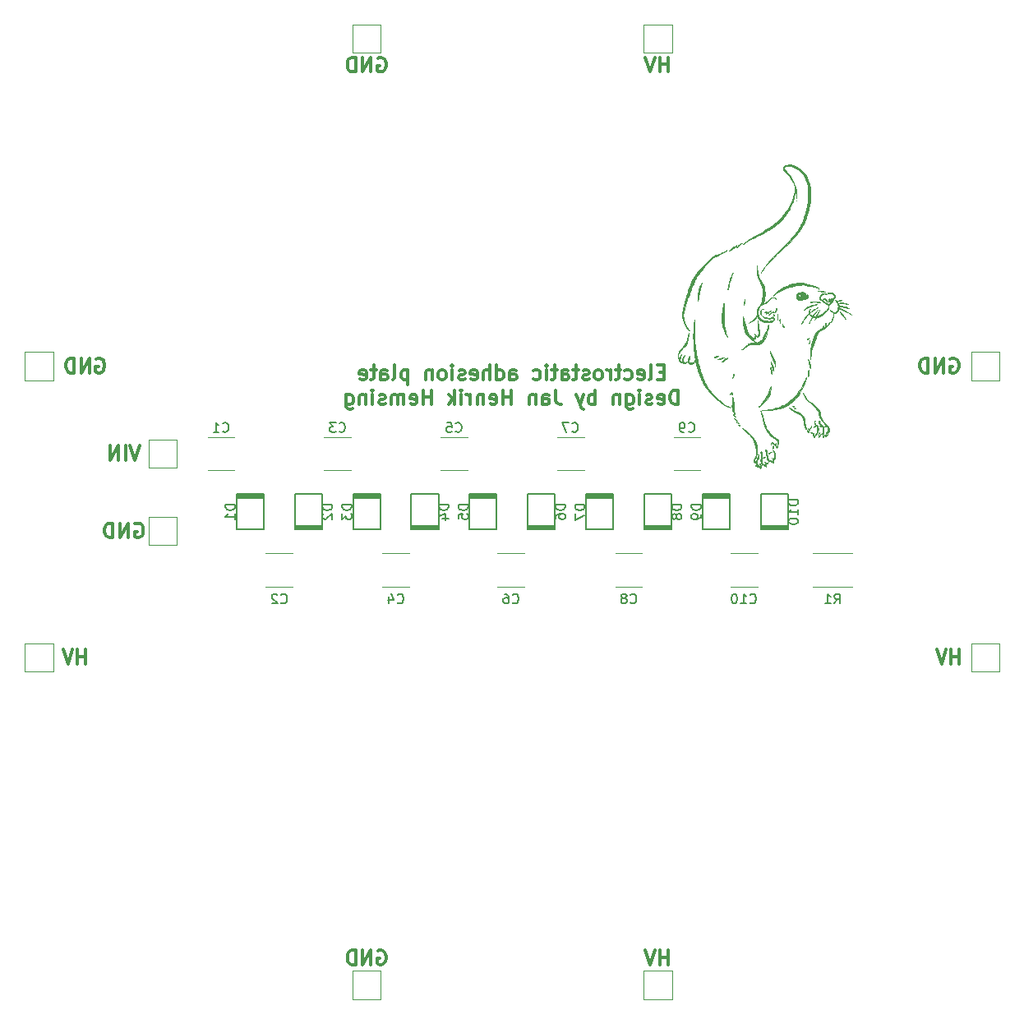
<source format=gbo>
G04 #@! TF.GenerationSoftware,KiCad,Pcbnew,5.0.1*
G04 #@! TF.CreationDate,2019-01-23T19:28:01+01:00*
G04 #@! TF.ProjectId,Statikplatte,53746174696B706C617474652E6B6963,rev?*
G04 #@! TF.SameCoordinates,Original*
G04 #@! TF.FileFunction,Legend,Bot*
G04 #@! TF.FilePolarity,Positive*
%FSLAX46Y46*%
G04 Gerber Fmt 4.6, Leading zero omitted, Abs format (unit mm)*
G04 Created by KiCad (PCBNEW 5.0.1) date Mi 23 Jan 2019 19:28:01 CET*
%MOMM*%
%LPD*%
G01*
G04 APERTURE LIST*
%ADD10C,0.300000*%
%ADD11C,0.120000*%
%ADD12C,0.150000*%
%ADD13C,0.010000*%
G04 APERTURE END LIST*
D10*
X195142857Y-84250000D02*
X195285714Y-84178571D01*
X195500000Y-84178571D01*
X195714285Y-84250000D01*
X195857142Y-84392857D01*
X195928571Y-84535714D01*
X196000000Y-84821428D01*
X196000000Y-85035714D01*
X195928571Y-85321428D01*
X195857142Y-85464285D01*
X195714285Y-85607142D01*
X195500000Y-85678571D01*
X195357142Y-85678571D01*
X195142857Y-85607142D01*
X195071428Y-85535714D01*
X195071428Y-85035714D01*
X195357142Y-85035714D01*
X194428571Y-85678571D02*
X194428571Y-84178571D01*
X193571428Y-85678571D01*
X193571428Y-84178571D01*
X192857142Y-85678571D02*
X192857142Y-84178571D01*
X192500000Y-84178571D01*
X192285714Y-84250000D01*
X192142857Y-84392857D01*
X192071428Y-84535714D01*
X192000000Y-84821428D01*
X192000000Y-85035714D01*
X192071428Y-85321428D01*
X192142857Y-85464285D01*
X192285714Y-85607142D01*
X192500000Y-85678571D01*
X192857142Y-85678571D01*
X107142857Y-84250000D02*
X107285714Y-84178571D01*
X107500000Y-84178571D01*
X107714285Y-84250000D01*
X107857142Y-84392857D01*
X107928571Y-84535714D01*
X108000000Y-84821428D01*
X108000000Y-85035714D01*
X107928571Y-85321428D01*
X107857142Y-85464285D01*
X107714285Y-85607142D01*
X107500000Y-85678571D01*
X107357142Y-85678571D01*
X107142857Y-85607142D01*
X107071428Y-85535714D01*
X107071428Y-85035714D01*
X107357142Y-85035714D01*
X106428571Y-85678571D02*
X106428571Y-84178571D01*
X105571428Y-85678571D01*
X105571428Y-84178571D01*
X104857142Y-85678571D02*
X104857142Y-84178571D01*
X104500000Y-84178571D01*
X104285714Y-84250000D01*
X104142857Y-84392857D01*
X104071428Y-84535714D01*
X104000000Y-84821428D01*
X104000000Y-85035714D01*
X104071428Y-85321428D01*
X104142857Y-85464285D01*
X104285714Y-85607142D01*
X104500000Y-85678571D01*
X104857142Y-85678571D01*
X136142857Y-145250000D02*
X136285714Y-145178571D01*
X136500000Y-145178571D01*
X136714285Y-145250000D01*
X136857142Y-145392857D01*
X136928571Y-145535714D01*
X137000000Y-145821428D01*
X137000000Y-146035714D01*
X136928571Y-146321428D01*
X136857142Y-146464285D01*
X136714285Y-146607142D01*
X136500000Y-146678571D01*
X136357142Y-146678571D01*
X136142857Y-146607142D01*
X136071428Y-146535714D01*
X136071428Y-146035714D01*
X136357142Y-146035714D01*
X135428571Y-146678571D02*
X135428571Y-145178571D01*
X134571428Y-146678571D01*
X134571428Y-145178571D01*
X133857142Y-146678571D02*
X133857142Y-145178571D01*
X133500000Y-145178571D01*
X133285714Y-145250000D01*
X133142857Y-145392857D01*
X133071428Y-145535714D01*
X133000000Y-145821428D01*
X133000000Y-146035714D01*
X133071428Y-146321428D01*
X133142857Y-146464285D01*
X133285714Y-146607142D01*
X133500000Y-146678571D01*
X133857142Y-146678571D01*
X136142857Y-53250000D02*
X136285714Y-53178571D01*
X136500000Y-53178571D01*
X136714285Y-53250000D01*
X136857142Y-53392857D01*
X136928571Y-53535714D01*
X137000000Y-53821428D01*
X137000000Y-54035714D01*
X136928571Y-54321428D01*
X136857142Y-54464285D01*
X136714285Y-54607142D01*
X136500000Y-54678571D01*
X136357142Y-54678571D01*
X136142857Y-54607142D01*
X136071428Y-54535714D01*
X136071428Y-54035714D01*
X136357142Y-54035714D01*
X135428571Y-54678571D02*
X135428571Y-53178571D01*
X134571428Y-54678571D01*
X134571428Y-53178571D01*
X133857142Y-54678571D02*
X133857142Y-53178571D01*
X133500000Y-53178571D01*
X133285714Y-53250000D01*
X133142857Y-53392857D01*
X133071428Y-53535714D01*
X133000000Y-53821428D01*
X133000000Y-54035714D01*
X133071428Y-54321428D01*
X133142857Y-54464285D01*
X133285714Y-54607142D01*
X133500000Y-54678571D01*
X133857142Y-54678571D01*
X166071428Y-54678571D02*
X166071428Y-53178571D01*
X166071428Y-53892857D02*
X165214285Y-53892857D01*
X165214285Y-54678571D02*
X165214285Y-53178571D01*
X164714285Y-53178571D02*
X164214285Y-54678571D01*
X163714285Y-53178571D01*
X166071428Y-146678571D02*
X166071428Y-145178571D01*
X166071428Y-145892857D02*
X165214285Y-145892857D01*
X165214285Y-146678571D02*
X165214285Y-145178571D01*
X164714285Y-145178571D02*
X164214285Y-146678571D01*
X163714285Y-145178571D01*
X196071428Y-115678571D02*
X196071428Y-114178571D01*
X196071428Y-114892857D02*
X195214285Y-114892857D01*
X195214285Y-115678571D02*
X195214285Y-114178571D01*
X194714285Y-114178571D02*
X194214285Y-115678571D01*
X193714285Y-114178571D01*
X106071428Y-115678571D02*
X106071428Y-114178571D01*
X106071428Y-114892857D02*
X105214285Y-114892857D01*
X105214285Y-115678571D02*
X105214285Y-114178571D01*
X104714285Y-114178571D02*
X104214285Y-115678571D01*
X103714285Y-114178571D01*
X165678571Y-85617857D02*
X165178571Y-85617857D01*
X164964285Y-86403571D02*
X165678571Y-86403571D01*
X165678571Y-84903571D01*
X164964285Y-84903571D01*
X164107142Y-86403571D02*
X164250000Y-86332142D01*
X164321428Y-86189285D01*
X164321428Y-84903571D01*
X162964285Y-86332142D02*
X163107142Y-86403571D01*
X163392857Y-86403571D01*
X163535714Y-86332142D01*
X163607142Y-86189285D01*
X163607142Y-85617857D01*
X163535714Y-85475000D01*
X163392857Y-85403571D01*
X163107142Y-85403571D01*
X162964285Y-85475000D01*
X162892857Y-85617857D01*
X162892857Y-85760714D01*
X163607142Y-85903571D01*
X161607142Y-86332142D02*
X161750000Y-86403571D01*
X162035714Y-86403571D01*
X162178571Y-86332142D01*
X162250000Y-86260714D01*
X162321428Y-86117857D01*
X162321428Y-85689285D01*
X162250000Y-85546428D01*
X162178571Y-85475000D01*
X162035714Y-85403571D01*
X161750000Y-85403571D01*
X161607142Y-85475000D01*
X161178571Y-85403571D02*
X160607142Y-85403571D01*
X160964285Y-84903571D02*
X160964285Y-86189285D01*
X160892857Y-86332142D01*
X160750000Y-86403571D01*
X160607142Y-86403571D01*
X160107142Y-86403571D02*
X160107142Y-85403571D01*
X160107142Y-85689285D02*
X160035714Y-85546428D01*
X159964285Y-85475000D01*
X159821428Y-85403571D01*
X159678571Y-85403571D01*
X158964285Y-86403571D02*
X159107142Y-86332142D01*
X159178571Y-86260714D01*
X159250000Y-86117857D01*
X159250000Y-85689285D01*
X159178571Y-85546428D01*
X159107142Y-85475000D01*
X158964285Y-85403571D01*
X158750000Y-85403571D01*
X158607142Y-85475000D01*
X158535714Y-85546428D01*
X158464285Y-85689285D01*
X158464285Y-86117857D01*
X158535714Y-86260714D01*
X158607142Y-86332142D01*
X158750000Y-86403571D01*
X158964285Y-86403571D01*
X157892857Y-86332142D02*
X157750000Y-86403571D01*
X157464285Y-86403571D01*
X157321428Y-86332142D01*
X157250000Y-86189285D01*
X157250000Y-86117857D01*
X157321428Y-85975000D01*
X157464285Y-85903571D01*
X157678571Y-85903571D01*
X157821428Y-85832142D01*
X157892857Y-85689285D01*
X157892857Y-85617857D01*
X157821428Y-85475000D01*
X157678571Y-85403571D01*
X157464285Y-85403571D01*
X157321428Y-85475000D01*
X156821428Y-85403571D02*
X156250000Y-85403571D01*
X156607142Y-84903571D02*
X156607142Y-86189285D01*
X156535714Y-86332142D01*
X156392857Y-86403571D01*
X156250000Y-86403571D01*
X155107142Y-86403571D02*
X155107142Y-85617857D01*
X155178571Y-85475000D01*
X155321428Y-85403571D01*
X155607142Y-85403571D01*
X155750000Y-85475000D01*
X155107142Y-86332142D02*
X155250000Y-86403571D01*
X155607142Y-86403571D01*
X155750000Y-86332142D01*
X155821428Y-86189285D01*
X155821428Y-86046428D01*
X155750000Y-85903571D01*
X155607142Y-85832142D01*
X155250000Y-85832142D01*
X155107142Y-85760714D01*
X154607142Y-85403571D02*
X154035714Y-85403571D01*
X154392857Y-84903571D02*
X154392857Y-86189285D01*
X154321428Y-86332142D01*
X154178571Y-86403571D01*
X154035714Y-86403571D01*
X153535714Y-86403571D02*
X153535714Y-85403571D01*
X153535714Y-84903571D02*
X153607142Y-84975000D01*
X153535714Y-85046428D01*
X153464285Y-84975000D01*
X153535714Y-84903571D01*
X153535714Y-85046428D01*
X152178571Y-86332142D02*
X152321428Y-86403571D01*
X152607142Y-86403571D01*
X152750000Y-86332142D01*
X152821428Y-86260714D01*
X152892857Y-86117857D01*
X152892857Y-85689285D01*
X152821428Y-85546428D01*
X152750000Y-85475000D01*
X152607142Y-85403571D01*
X152321428Y-85403571D01*
X152178571Y-85475000D01*
X149750000Y-86403571D02*
X149750000Y-85617857D01*
X149821428Y-85475000D01*
X149964285Y-85403571D01*
X150250000Y-85403571D01*
X150392857Y-85475000D01*
X149750000Y-86332142D02*
X149892857Y-86403571D01*
X150250000Y-86403571D01*
X150392857Y-86332142D01*
X150464285Y-86189285D01*
X150464285Y-86046428D01*
X150392857Y-85903571D01*
X150250000Y-85832142D01*
X149892857Y-85832142D01*
X149750000Y-85760714D01*
X148392857Y-86403571D02*
X148392857Y-84903571D01*
X148392857Y-86332142D02*
X148535714Y-86403571D01*
X148821428Y-86403571D01*
X148964285Y-86332142D01*
X149035714Y-86260714D01*
X149107142Y-86117857D01*
X149107142Y-85689285D01*
X149035714Y-85546428D01*
X148964285Y-85475000D01*
X148821428Y-85403571D01*
X148535714Y-85403571D01*
X148392857Y-85475000D01*
X147678571Y-86403571D02*
X147678571Y-84903571D01*
X147035714Y-86403571D02*
X147035714Y-85617857D01*
X147107142Y-85475000D01*
X147250000Y-85403571D01*
X147464285Y-85403571D01*
X147607142Y-85475000D01*
X147678571Y-85546428D01*
X145750000Y-86332142D02*
X145892857Y-86403571D01*
X146178571Y-86403571D01*
X146321428Y-86332142D01*
X146392857Y-86189285D01*
X146392857Y-85617857D01*
X146321428Y-85475000D01*
X146178571Y-85403571D01*
X145892857Y-85403571D01*
X145750000Y-85475000D01*
X145678571Y-85617857D01*
X145678571Y-85760714D01*
X146392857Y-85903571D01*
X145107142Y-86332142D02*
X144964285Y-86403571D01*
X144678571Y-86403571D01*
X144535714Y-86332142D01*
X144464285Y-86189285D01*
X144464285Y-86117857D01*
X144535714Y-85975000D01*
X144678571Y-85903571D01*
X144892857Y-85903571D01*
X145035714Y-85832142D01*
X145107142Y-85689285D01*
X145107142Y-85617857D01*
X145035714Y-85475000D01*
X144892857Y-85403571D01*
X144678571Y-85403571D01*
X144535714Y-85475000D01*
X143821428Y-86403571D02*
X143821428Y-85403571D01*
X143821428Y-84903571D02*
X143892857Y-84975000D01*
X143821428Y-85046428D01*
X143750000Y-84975000D01*
X143821428Y-84903571D01*
X143821428Y-85046428D01*
X142892857Y-86403571D02*
X143035714Y-86332142D01*
X143107142Y-86260714D01*
X143178571Y-86117857D01*
X143178571Y-85689285D01*
X143107142Y-85546428D01*
X143035714Y-85475000D01*
X142892857Y-85403571D01*
X142678571Y-85403571D01*
X142535714Y-85475000D01*
X142464285Y-85546428D01*
X142392857Y-85689285D01*
X142392857Y-86117857D01*
X142464285Y-86260714D01*
X142535714Y-86332142D01*
X142678571Y-86403571D01*
X142892857Y-86403571D01*
X141750000Y-85403571D02*
X141750000Y-86403571D01*
X141750000Y-85546428D02*
X141678571Y-85475000D01*
X141535714Y-85403571D01*
X141321428Y-85403571D01*
X141178571Y-85475000D01*
X141107142Y-85617857D01*
X141107142Y-86403571D01*
X139250000Y-85403571D02*
X139250000Y-86903571D01*
X139250000Y-85475000D02*
X139107142Y-85403571D01*
X138821428Y-85403571D01*
X138678571Y-85475000D01*
X138607142Y-85546428D01*
X138535714Y-85689285D01*
X138535714Y-86117857D01*
X138607142Y-86260714D01*
X138678571Y-86332142D01*
X138821428Y-86403571D01*
X139107142Y-86403571D01*
X139250000Y-86332142D01*
X137678571Y-86403571D02*
X137821428Y-86332142D01*
X137892857Y-86189285D01*
X137892857Y-84903571D01*
X136464285Y-86403571D02*
X136464285Y-85617857D01*
X136535714Y-85475000D01*
X136678571Y-85403571D01*
X136964285Y-85403571D01*
X137107142Y-85475000D01*
X136464285Y-86332142D02*
X136607142Y-86403571D01*
X136964285Y-86403571D01*
X137107142Y-86332142D01*
X137178571Y-86189285D01*
X137178571Y-86046428D01*
X137107142Y-85903571D01*
X136964285Y-85832142D01*
X136607142Y-85832142D01*
X136464285Y-85760714D01*
X135964285Y-85403571D02*
X135392857Y-85403571D01*
X135750000Y-84903571D02*
X135750000Y-86189285D01*
X135678571Y-86332142D01*
X135535714Y-86403571D01*
X135392857Y-86403571D01*
X134321428Y-86332142D02*
X134464285Y-86403571D01*
X134750000Y-86403571D01*
X134892857Y-86332142D01*
X134964285Y-86189285D01*
X134964285Y-85617857D01*
X134892857Y-85475000D01*
X134750000Y-85403571D01*
X134464285Y-85403571D01*
X134321428Y-85475000D01*
X134250000Y-85617857D01*
X134250000Y-85760714D01*
X134964285Y-85903571D01*
X167107142Y-88953571D02*
X167107142Y-87453571D01*
X166750000Y-87453571D01*
X166535714Y-87525000D01*
X166392857Y-87667857D01*
X166321428Y-87810714D01*
X166250000Y-88096428D01*
X166250000Y-88310714D01*
X166321428Y-88596428D01*
X166392857Y-88739285D01*
X166535714Y-88882142D01*
X166750000Y-88953571D01*
X167107142Y-88953571D01*
X165035714Y-88882142D02*
X165178571Y-88953571D01*
X165464285Y-88953571D01*
X165607142Y-88882142D01*
X165678571Y-88739285D01*
X165678571Y-88167857D01*
X165607142Y-88025000D01*
X165464285Y-87953571D01*
X165178571Y-87953571D01*
X165035714Y-88025000D01*
X164964285Y-88167857D01*
X164964285Y-88310714D01*
X165678571Y-88453571D01*
X164392857Y-88882142D02*
X164250000Y-88953571D01*
X163964285Y-88953571D01*
X163821428Y-88882142D01*
X163750000Y-88739285D01*
X163750000Y-88667857D01*
X163821428Y-88525000D01*
X163964285Y-88453571D01*
X164178571Y-88453571D01*
X164321428Y-88382142D01*
X164392857Y-88239285D01*
X164392857Y-88167857D01*
X164321428Y-88025000D01*
X164178571Y-87953571D01*
X163964285Y-87953571D01*
X163821428Y-88025000D01*
X163107142Y-88953571D02*
X163107142Y-87953571D01*
X163107142Y-87453571D02*
X163178571Y-87525000D01*
X163107142Y-87596428D01*
X163035714Y-87525000D01*
X163107142Y-87453571D01*
X163107142Y-87596428D01*
X161750000Y-87953571D02*
X161750000Y-89167857D01*
X161821428Y-89310714D01*
X161892857Y-89382142D01*
X162035714Y-89453571D01*
X162250000Y-89453571D01*
X162392857Y-89382142D01*
X161750000Y-88882142D02*
X161892857Y-88953571D01*
X162178571Y-88953571D01*
X162321428Y-88882142D01*
X162392857Y-88810714D01*
X162464285Y-88667857D01*
X162464285Y-88239285D01*
X162392857Y-88096428D01*
X162321428Y-88025000D01*
X162178571Y-87953571D01*
X161892857Y-87953571D01*
X161750000Y-88025000D01*
X161035714Y-87953571D02*
X161035714Y-88953571D01*
X161035714Y-88096428D02*
X160964285Y-88025000D01*
X160821428Y-87953571D01*
X160607142Y-87953571D01*
X160464285Y-88025000D01*
X160392857Y-88167857D01*
X160392857Y-88953571D01*
X158535714Y-88953571D02*
X158535714Y-87453571D01*
X158535714Y-88025000D02*
X158392857Y-87953571D01*
X158107142Y-87953571D01*
X157964285Y-88025000D01*
X157892857Y-88096428D01*
X157821428Y-88239285D01*
X157821428Y-88667857D01*
X157892857Y-88810714D01*
X157964285Y-88882142D01*
X158107142Y-88953571D01*
X158392857Y-88953571D01*
X158535714Y-88882142D01*
X157321428Y-87953571D02*
X156964285Y-88953571D01*
X156607142Y-87953571D02*
X156964285Y-88953571D01*
X157107142Y-89310714D01*
X157178571Y-89382142D01*
X157321428Y-89453571D01*
X154464285Y-87453571D02*
X154464285Y-88525000D01*
X154535714Y-88739285D01*
X154678571Y-88882142D01*
X154892857Y-88953571D01*
X155035714Y-88953571D01*
X153107142Y-88953571D02*
X153107142Y-88167857D01*
X153178571Y-88025000D01*
X153321428Y-87953571D01*
X153607142Y-87953571D01*
X153750000Y-88025000D01*
X153107142Y-88882142D02*
X153250000Y-88953571D01*
X153607142Y-88953571D01*
X153750000Y-88882142D01*
X153821428Y-88739285D01*
X153821428Y-88596428D01*
X153750000Y-88453571D01*
X153607142Y-88382142D01*
X153250000Y-88382142D01*
X153107142Y-88310714D01*
X152392857Y-87953571D02*
X152392857Y-88953571D01*
X152392857Y-88096428D02*
X152321428Y-88025000D01*
X152178571Y-87953571D01*
X151964285Y-87953571D01*
X151821428Y-88025000D01*
X151750000Y-88167857D01*
X151750000Y-88953571D01*
X149892857Y-88953571D02*
X149892857Y-87453571D01*
X149892857Y-88167857D02*
X149035714Y-88167857D01*
X149035714Y-88953571D02*
X149035714Y-87453571D01*
X147750000Y-88882142D02*
X147892857Y-88953571D01*
X148178571Y-88953571D01*
X148321428Y-88882142D01*
X148392857Y-88739285D01*
X148392857Y-88167857D01*
X148321428Y-88025000D01*
X148178571Y-87953571D01*
X147892857Y-87953571D01*
X147750000Y-88025000D01*
X147678571Y-88167857D01*
X147678571Y-88310714D01*
X148392857Y-88453571D01*
X147035714Y-87953571D02*
X147035714Y-88953571D01*
X147035714Y-88096428D02*
X146964285Y-88025000D01*
X146821428Y-87953571D01*
X146607142Y-87953571D01*
X146464285Y-88025000D01*
X146392857Y-88167857D01*
X146392857Y-88953571D01*
X145678571Y-88953571D02*
X145678571Y-87953571D01*
X145678571Y-88239285D02*
X145607142Y-88096428D01*
X145535714Y-88025000D01*
X145392857Y-87953571D01*
X145250000Y-87953571D01*
X144750000Y-88953571D02*
X144750000Y-87953571D01*
X144750000Y-87453571D02*
X144821428Y-87525000D01*
X144750000Y-87596428D01*
X144678571Y-87525000D01*
X144750000Y-87453571D01*
X144750000Y-87596428D01*
X144035714Y-88953571D02*
X144035714Y-87453571D01*
X143892857Y-88382142D02*
X143464285Y-88953571D01*
X143464285Y-87953571D02*
X144035714Y-88525000D01*
X141678571Y-88953571D02*
X141678571Y-87453571D01*
X141678571Y-88167857D02*
X140821428Y-88167857D01*
X140821428Y-88953571D02*
X140821428Y-87453571D01*
X139535714Y-88882142D02*
X139678571Y-88953571D01*
X139964285Y-88953571D01*
X140107142Y-88882142D01*
X140178571Y-88739285D01*
X140178571Y-88167857D01*
X140107142Y-88025000D01*
X139964285Y-87953571D01*
X139678571Y-87953571D01*
X139535714Y-88025000D01*
X139464285Y-88167857D01*
X139464285Y-88310714D01*
X140178571Y-88453571D01*
X138821428Y-88953571D02*
X138821428Y-87953571D01*
X138821428Y-88096428D02*
X138750000Y-88025000D01*
X138607142Y-87953571D01*
X138392857Y-87953571D01*
X138250000Y-88025000D01*
X138178571Y-88167857D01*
X138178571Y-88953571D01*
X138178571Y-88167857D02*
X138107142Y-88025000D01*
X137964285Y-87953571D01*
X137750000Y-87953571D01*
X137607142Y-88025000D01*
X137535714Y-88167857D01*
X137535714Y-88953571D01*
X136892857Y-88882142D02*
X136750000Y-88953571D01*
X136464285Y-88953571D01*
X136321428Y-88882142D01*
X136250000Y-88739285D01*
X136250000Y-88667857D01*
X136321428Y-88525000D01*
X136464285Y-88453571D01*
X136678571Y-88453571D01*
X136821428Y-88382142D01*
X136892857Y-88239285D01*
X136892857Y-88167857D01*
X136821428Y-88025000D01*
X136678571Y-87953571D01*
X136464285Y-87953571D01*
X136321428Y-88025000D01*
X135607142Y-88953571D02*
X135607142Y-87953571D01*
X135607142Y-87453571D02*
X135678571Y-87525000D01*
X135607142Y-87596428D01*
X135535714Y-87525000D01*
X135607142Y-87453571D01*
X135607142Y-87596428D01*
X134892857Y-87953571D02*
X134892857Y-88953571D01*
X134892857Y-88096428D02*
X134821428Y-88025000D01*
X134678571Y-87953571D01*
X134464285Y-87953571D01*
X134321428Y-88025000D01*
X134250000Y-88167857D01*
X134250000Y-88953571D01*
X132892857Y-87953571D02*
X132892857Y-89167857D01*
X132964285Y-89310714D01*
X133035714Y-89382142D01*
X133178571Y-89453571D01*
X133392857Y-89453571D01*
X133535714Y-89382142D01*
X132892857Y-88882142D02*
X133035714Y-88953571D01*
X133321428Y-88953571D01*
X133464285Y-88882142D01*
X133535714Y-88810714D01*
X133607142Y-88667857D01*
X133607142Y-88239285D01*
X133535714Y-88096428D01*
X133464285Y-88025000D01*
X133321428Y-87953571D01*
X133035714Y-87953571D01*
X132892857Y-88025000D01*
X111642857Y-93178571D02*
X111142857Y-94678571D01*
X110642857Y-93178571D01*
X110142857Y-94678571D02*
X110142857Y-93178571D01*
X109428571Y-94678571D02*
X109428571Y-93178571D01*
X108571428Y-94678571D01*
X108571428Y-93178571D01*
X111142857Y-101250000D02*
X111285714Y-101178571D01*
X111500000Y-101178571D01*
X111714285Y-101250000D01*
X111857142Y-101392857D01*
X111928571Y-101535714D01*
X112000000Y-101821428D01*
X112000000Y-102035714D01*
X111928571Y-102321428D01*
X111857142Y-102464285D01*
X111714285Y-102607142D01*
X111500000Y-102678571D01*
X111357142Y-102678571D01*
X111142857Y-102607142D01*
X111071428Y-102535714D01*
X111071428Y-102035714D01*
X111357142Y-102035714D01*
X110428571Y-102678571D02*
X110428571Y-101178571D01*
X109571428Y-102678571D01*
X109571428Y-101178571D01*
X108857142Y-102678571D02*
X108857142Y-101178571D01*
X108500000Y-101178571D01*
X108285714Y-101250000D01*
X108142857Y-101392857D01*
X108071428Y-101535714D01*
X108000000Y-101821428D01*
X108000000Y-102035714D01*
X108071428Y-102321428D01*
X108142857Y-102464285D01*
X108285714Y-102607142D01*
X108500000Y-102678571D01*
X108857142Y-102678571D01*
D11*
G04 #@! TO.C,C2*
X127386252Y-107710000D02*
X124613748Y-107710000D01*
X127386252Y-104290000D02*
X124613748Y-104290000D01*
G04 #@! TO.C,C3*
X133386252Y-95710000D02*
X130613748Y-95710000D01*
X133386252Y-92290000D02*
X130613748Y-92290000D01*
G04 #@! TO.C,C4*
X139386252Y-107710000D02*
X136613748Y-107710000D01*
X139386252Y-104290000D02*
X136613748Y-104290000D01*
G04 #@! TO.C,C5*
X145386252Y-95710000D02*
X142613748Y-95710000D01*
X145386252Y-92290000D02*
X142613748Y-92290000D01*
G04 #@! TO.C,C6*
X151248752Y-107710000D02*
X148476248Y-107710000D01*
X151248752Y-104290000D02*
X148476248Y-104290000D01*
G04 #@! TO.C,C7*
X157386252Y-95710000D02*
X154613748Y-95710000D01*
X157386252Y-92290000D02*
X154613748Y-92290000D01*
G04 #@! TO.C,C8*
X163386252Y-107710000D02*
X160613748Y-107710000D01*
X163386252Y-104290000D02*
X160613748Y-104290000D01*
G04 #@! TO.C,C9*
X169386252Y-95710000D02*
X166613748Y-95710000D01*
X169386252Y-92290000D02*
X166613748Y-92290000D01*
G04 #@! TO.C,C10*
X175248752Y-107710000D02*
X172476248Y-107710000D01*
X175248752Y-104290000D02*
X172476248Y-104290000D01*
G04 #@! TO.C,J1*
X115450000Y-95450000D02*
X115450000Y-92550000D01*
X112550000Y-95450000D02*
X115450000Y-95450000D01*
X112550000Y-92550000D02*
X112550000Y-95450000D01*
X115450000Y-92550000D02*
X112550000Y-92550000D01*
G04 #@! TO.C,J2*
X136450000Y-150200000D02*
X136450000Y-147300000D01*
X133550000Y-150200000D02*
X136450000Y-150200000D01*
X133550000Y-147300000D02*
X133550000Y-150200000D01*
X136450000Y-147300000D02*
X133550000Y-147300000D01*
G04 #@! TO.C,J3*
X115450000Y-103450000D02*
X115450000Y-100550000D01*
X112550000Y-103450000D02*
X115450000Y-103450000D01*
X112550000Y-100550000D02*
X112550000Y-103450000D01*
X115450000Y-100550000D02*
X112550000Y-100550000D01*
G04 #@! TO.C,J4*
X200200000Y-86450000D02*
X200200000Y-83550000D01*
X197300000Y-86450000D02*
X200200000Y-86450000D01*
X197300000Y-83550000D02*
X197300000Y-86450000D01*
X200200000Y-83550000D02*
X197300000Y-83550000D01*
G04 #@! TO.C,J5*
X136450000Y-52700000D02*
X136450000Y-49800000D01*
X133550000Y-52700000D02*
X136450000Y-52700000D01*
X133550000Y-49800000D02*
X133550000Y-52700000D01*
X136450000Y-49800000D02*
X133550000Y-49800000D01*
G04 #@! TO.C,J7*
X166450000Y-150200000D02*
X166450000Y-147300000D01*
X163550000Y-150200000D02*
X166450000Y-150200000D01*
X163550000Y-147300000D02*
X163550000Y-150200000D01*
X166450000Y-147300000D02*
X163550000Y-147300000D01*
G04 #@! TO.C,J8*
X166450000Y-52700000D02*
X166450000Y-49800000D01*
X163550000Y-52700000D02*
X166450000Y-52700000D01*
X163550000Y-49800000D02*
X163550000Y-52700000D01*
X166450000Y-49800000D02*
X163550000Y-49800000D01*
G04 #@! TO.C,J9*
X200200000Y-116450000D02*
X200200000Y-113550000D01*
X197300000Y-116450000D02*
X200200000Y-116450000D01*
X197300000Y-113550000D02*
X197300000Y-116450000D01*
X200200000Y-113550000D02*
X197300000Y-113550000D01*
G04 #@! TO.C,J10*
X102700000Y-116450000D02*
X102700000Y-113550000D01*
X99800000Y-116450000D02*
X102700000Y-116450000D01*
X99800000Y-113550000D02*
X99800000Y-116450000D01*
X102700000Y-113550000D02*
X99800000Y-113550000D01*
G04 #@! TO.C,J6*
X102700000Y-86450000D02*
X102700000Y-83550000D01*
X99800000Y-86450000D02*
X102700000Y-86450000D01*
X99800000Y-83550000D02*
X99800000Y-86450000D01*
X102700000Y-83550000D02*
X99800000Y-83550000D01*
D12*
G04 #@! TO.C,D10*
X178400000Y-101425000D02*
X175600000Y-101425000D01*
X178400000Y-101525000D02*
X175600000Y-101525000D01*
X178400000Y-101725000D02*
X175600000Y-101725000D01*
X178400000Y-101625000D02*
X175600000Y-101625000D01*
X175600000Y-101825000D02*
X175600000Y-98175000D01*
X178400000Y-101825000D02*
X175600000Y-101825000D01*
X178400000Y-98175000D02*
X178400000Y-101825000D01*
X175600000Y-98175000D02*
X178400000Y-98175000D01*
G04 #@! TO.C,D2*
X130400000Y-101424999D02*
X127600000Y-101424999D01*
X130400000Y-101524999D02*
X127600000Y-101524999D01*
X130400000Y-101724999D02*
X127600000Y-101724999D01*
X130400000Y-101624999D02*
X127600000Y-101624999D01*
X127600000Y-101824999D02*
X127600000Y-98174999D01*
X130400000Y-101824999D02*
X127600000Y-101824999D01*
X130400000Y-98174999D02*
X130400000Y-101824999D01*
X127600000Y-98174999D02*
X130400000Y-98174999D01*
G04 #@! TO.C,D3*
X133600000Y-98575000D02*
X136400000Y-98575000D01*
X133600000Y-98475000D02*
X136400000Y-98475000D01*
X133600000Y-98275000D02*
X136400000Y-98275000D01*
X133600000Y-98375000D02*
X136400000Y-98375000D01*
X136400000Y-98175000D02*
X136400000Y-101825000D01*
X133600000Y-98175000D02*
X136400000Y-98175000D01*
X133600000Y-101825000D02*
X133600000Y-98175000D01*
X136400000Y-101825000D02*
X133600000Y-101825000D01*
G04 #@! TO.C,D4*
X142400000Y-101425000D02*
X139600000Y-101425000D01*
X142400000Y-101525000D02*
X139600000Y-101525000D01*
X142400000Y-101725000D02*
X139600000Y-101725000D01*
X142400000Y-101625000D02*
X139600000Y-101625000D01*
X139600000Y-101825000D02*
X139600000Y-98175000D01*
X142400000Y-101825000D02*
X139600000Y-101825000D01*
X142400000Y-98175000D02*
X142400000Y-101825000D01*
X139600000Y-98175000D02*
X142400000Y-98175000D01*
G04 #@! TO.C,D5*
X145600000Y-98575000D02*
X148400000Y-98575000D01*
X145600000Y-98475000D02*
X148400000Y-98475000D01*
X145600000Y-98275000D02*
X148400000Y-98275000D01*
X145600000Y-98375000D02*
X148400000Y-98375000D01*
X148400000Y-98175000D02*
X148400000Y-101825000D01*
X145600000Y-98175000D02*
X148400000Y-98175000D01*
X145600000Y-101825000D02*
X145600000Y-98175000D01*
X148400000Y-101825000D02*
X145600000Y-101825000D01*
G04 #@! TO.C,D6*
X154400000Y-101424999D02*
X151600000Y-101424999D01*
X154400000Y-101524999D02*
X151600000Y-101524999D01*
X154400000Y-101724999D02*
X151600000Y-101724999D01*
X154400000Y-101624999D02*
X151600000Y-101624999D01*
X151600000Y-101824999D02*
X151600000Y-98174999D01*
X154400000Y-101824999D02*
X151600000Y-101824999D01*
X154400000Y-98174999D02*
X154400000Y-101824999D01*
X151600000Y-98174999D02*
X154400000Y-98174999D01*
G04 #@! TO.C,D7*
X157600000Y-98575001D02*
X160400000Y-98575001D01*
X157600000Y-98475001D02*
X160400000Y-98475001D01*
X157600000Y-98275001D02*
X160400000Y-98275001D01*
X157600000Y-98375001D02*
X160400000Y-98375001D01*
X160400000Y-98175001D02*
X160400000Y-101825001D01*
X157600000Y-98175001D02*
X160400000Y-98175001D01*
X157600000Y-101825001D02*
X157600000Y-98175001D01*
X160400000Y-101825001D02*
X157600000Y-101825001D01*
G04 #@! TO.C,D8*
X166400000Y-101425000D02*
X163600000Y-101425000D01*
X166400000Y-101525000D02*
X163600000Y-101525000D01*
X166400000Y-101725000D02*
X163600000Y-101725000D01*
X166400000Y-101625000D02*
X163600000Y-101625000D01*
X163600000Y-101825000D02*
X163600000Y-98175000D01*
X166400000Y-101825000D02*
X163600000Y-101825000D01*
X166400000Y-98175000D02*
X166400000Y-101825000D01*
X163600000Y-98175000D02*
X166400000Y-98175000D01*
G04 #@! TO.C,D9*
X169600000Y-98575000D02*
X172400000Y-98575000D01*
X169600000Y-98475000D02*
X172400000Y-98475000D01*
X169600000Y-98275000D02*
X172400000Y-98275000D01*
X169600000Y-98375000D02*
X172400000Y-98375000D01*
X172400000Y-98175000D02*
X172400000Y-101825000D01*
X169600000Y-98175000D02*
X172400000Y-98175000D01*
X169600000Y-101825000D02*
X169600000Y-98175000D01*
X172400000Y-101825000D02*
X169600000Y-101825000D01*
D11*
G04 #@! TO.C,C1*
X121386252Y-95710000D02*
X118613748Y-95710000D01*
X121386252Y-92290000D02*
X118613748Y-92290000D01*
G04 #@! TO.C,R1*
X185052064Y-107710000D02*
X180947936Y-107710000D01*
X185052064Y-104290000D02*
X180947936Y-104290000D01*
D12*
G04 #@! TO.C,D1*
X121600000Y-98575000D02*
X124400000Y-98575000D01*
X121600000Y-98475000D02*
X124400000Y-98475000D01*
X121600000Y-98275000D02*
X124400000Y-98275000D01*
X121600000Y-98375000D02*
X124400000Y-98375000D01*
X124400000Y-98175000D02*
X124400000Y-101825000D01*
X121600000Y-98175000D02*
X124400000Y-98175000D01*
X121600000Y-101825000D02*
X121600000Y-98175000D01*
X124400000Y-101825000D02*
X121600000Y-101825000D01*
D13*
G04 #@! TO.C,G\002A\002A\002A*
G36*
X179249084Y-67913833D02*
X179245284Y-67951513D01*
X179249084Y-67956166D01*
X179267959Y-67951808D01*
X179270250Y-67935000D01*
X179258634Y-67908866D01*
X179249084Y-67913833D01*
X179249084Y-67913833D01*
G37*
X179249084Y-67913833D02*
X179245284Y-67951513D01*
X179249084Y-67956166D01*
X179267959Y-67951808D01*
X179270250Y-67935000D01*
X179258634Y-67908866D01*
X179249084Y-67913833D01*
G36*
X179133394Y-66946830D02*
X179113139Y-67000841D01*
X179083285Y-67099077D01*
X179046615Y-67232817D01*
X179033269Y-67284125D01*
X178911193Y-67705676D01*
X178769350Y-68086646D01*
X178598181Y-68449128D01*
X178388124Y-68815215D01*
X178332585Y-68903375D01*
X178119071Y-69205601D01*
X177865834Y-69512142D01*
X177591424Y-69802082D01*
X177314390Y-70054505D01*
X177304310Y-70062870D01*
X177208298Y-70143307D01*
X177124862Y-70215056D01*
X177074123Y-70260687D01*
X177018134Y-70303289D01*
X176984250Y-70316250D01*
X176953386Y-70336468D01*
X176952500Y-70342652D01*
X176927981Y-70373001D01*
X176864665Y-70423810D01*
X176801688Y-70467235D01*
X176703060Y-70535088D01*
X176616218Y-70600946D01*
X176580766Y-70631332D01*
X176525738Y-70678027D01*
X176492532Y-70697250D01*
X176460743Y-70713870D01*
X176386792Y-70759305D01*
X176281197Y-70826911D01*
X176154476Y-70910048D01*
X176134017Y-70923633D01*
X175673515Y-71217475D01*
X175243562Y-71465769D01*
X175047500Y-71569243D01*
X174829722Y-71685508D01*
X174602264Y-71815700D01*
X174376940Y-71952321D01*
X174165566Y-72087875D01*
X173979959Y-72214865D01*
X173831933Y-72325794D01*
X173763213Y-72384130D01*
X173739648Y-72412406D01*
X173759611Y-72411182D01*
X173813080Y-72385082D01*
X173890032Y-72338730D01*
X173952125Y-72296975D01*
X174127792Y-72178979D01*
X174310121Y-72067901D01*
X174511923Y-71956725D01*
X174746010Y-71838438D01*
X175025192Y-71706023D01*
X175064952Y-71687642D01*
X175242312Y-71605479D01*
X175405767Y-71529063D01*
X175544128Y-71463678D01*
X175646208Y-71414609D01*
X175698375Y-71388464D01*
X175794383Y-71337684D01*
X175898249Y-71283588D01*
X175904750Y-71280237D01*
X175976257Y-71240951D01*
X176086299Y-71177599D01*
X176219258Y-71099276D01*
X176345395Y-71023630D01*
X176473901Y-70946724D01*
X176582062Y-70883593D01*
X176658717Y-70840638D01*
X176692704Y-70824263D01*
X176692939Y-70824250D01*
X176731991Y-70805991D01*
X176812733Y-70755174D01*
X176926356Y-70677738D01*
X177064052Y-70579623D01*
X177158875Y-70510103D01*
X177253197Y-70434844D01*
X177363271Y-70338730D01*
X177479239Y-70231443D01*
X177591242Y-70122667D01*
X177689423Y-70022084D01*
X177763923Y-69939377D01*
X177804885Y-69884228D01*
X177809750Y-69870821D01*
X177833735Y-69840751D01*
X177840472Y-69840000D01*
X177873244Y-69816248D01*
X177930718Y-69753716D01*
X178000960Y-69665489D01*
X178006979Y-69657437D01*
X178075970Y-69565425D01*
X178129980Y-69494774D01*
X178158054Y-69459796D01*
X178158820Y-69459000D01*
X178201236Y-69407049D01*
X178251282Y-69333266D01*
X178294653Y-69260394D01*
X178317047Y-69211179D01*
X178317750Y-69206285D01*
X178338979Y-69174397D01*
X178346472Y-69173250D01*
X178373967Y-69145584D01*
X178420942Y-69069305D01*
X178482629Y-68954488D01*
X178554263Y-68811208D01*
X178631077Y-68649539D01*
X178708304Y-68479558D01*
X178781179Y-68311339D01*
X178844934Y-68154959D01*
X178894803Y-68020491D01*
X178902232Y-67998500D01*
X178953628Y-67831553D01*
X179004569Y-67645399D01*
X179051817Y-67454304D01*
X179092134Y-67272532D01*
X179122279Y-67114349D01*
X179139015Y-66994019D01*
X179141268Y-66945762D01*
X179133394Y-66946830D01*
X179133394Y-66946830D01*
G37*
X179133394Y-66946830D02*
X179113139Y-67000841D01*
X179083285Y-67099077D01*
X179046615Y-67232817D01*
X179033269Y-67284125D01*
X178911193Y-67705676D01*
X178769350Y-68086646D01*
X178598181Y-68449128D01*
X178388124Y-68815215D01*
X178332585Y-68903375D01*
X178119071Y-69205601D01*
X177865834Y-69512142D01*
X177591424Y-69802082D01*
X177314390Y-70054505D01*
X177304310Y-70062870D01*
X177208298Y-70143307D01*
X177124862Y-70215056D01*
X177074123Y-70260687D01*
X177018134Y-70303289D01*
X176984250Y-70316250D01*
X176953386Y-70336468D01*
X176952500Y-70342652D01*
X176927981Y-70373001D01*
X176864665Y-70423810D01*
X176801688Y-70467235D01*
X176703060Y-70535088D01*
X176616218Y-70600946D01*
X176580766Y-70631332D01*
X176525738Y-70678027D01*
X176492532Y-70697250D01*
X176460743Y-70713870D01*
X176386792Y-70759305D01*
X176281197Y-70826911D01*
X176154476Y-70910048D01*
X176134017Y-70923633D01*
X175673515Y-71217475D01*
X175243562Y-71465769D01*
X175047500Y-71569243D01*
X174829722Y-71685508D01*
X174602264Y-71815700D01*
X174376940Y-71952321D01*
X174165566Y-72087875D01*
X173979959Y-72214865D01*
X173831933Y-72325794D01*
X173763213Y-72384130D01*
X173739648Y-72412406D01*
X173759611Y-72411182D01*
X173813080Y-72385082D01*
X173890032Y-72338730D01*
X173952125Y-72296975D01*
X174127792Y-72178979D01*
X174310121Y-72067901D01*
X174511923Y-71956725D01*
X174746010Y-71838438D01*
X175025192Y-71706023D01*
X175064952Y-71687642D01*
X175242312Y-71605479D01*
X175405767Y-71529063D01*
X175544128Y-71463678D01*
X175646208Y-71414609D01*
X175698375Y-71388464D01*
X175794383Y-71337684D01*
X175898249Y-71283588D01*
X175904750Y-71280237D01*
X175976257Y-71240951D01*
X176086299Y-71177599D01*
X176219258Y-71099276D01*
X176345395Y-71023630D01*
X176473901Y-70946724D01*
X176582062Y-70883593D01*
X176658717Y-70840638D01*
X176692704Y-70824263D01*
X176692939Y-70824250D01*
X176731991Y-70805991D01*
X176812733Y-70755174D01*
X176926356Y-70677738D01*
X177064052Y-70579623D01*
X177158875Y-70510103D01*
X177253197Y-70434844D01*
X177363271Y-70338730D01*
X177479239Y-70231443D01*
X177591242Y-70122667D01*
X177689423Y-70022084D01*
X177763923Y-69939377D01*
X177804885Y-69884228D01*
X177809750Y-69870821D01*
X177833735Y-69840751D01*
X177840472Y-69840000D01*
X177873244Y-69816248D01*
X177930718Y-69753716D01*
X178000960Y-69665489D01*
X178006979Y-69657437D01*
X178075970Y-69565425D01*
X178129980Y-69494774D01*
X178158054Y-69459796D01*
X178158820Y-69459000D01*
X178201236Y-69407049D01*
X178251282Y-69333266D01*
X178294653Y-69260394D01*
X178317047Y-69211179D01*
X178317750Y-69206285D01*
X178338979Y-69174397D01*
X178346472Y-69173250D01*
X178373967Y-69145584D01*
X178420942Y-69069305D01*
X178482629Y-68954488D01*
X178554263Y-68811208D01*
X178631077Y-68649539D01*
X178708304Y-68479558D01*
X178781179Y-68311339D01*
X178844934Y-68154959D01*
X178894803Y-68020491D01*
X178902232Y-67998500D01*
X178953628Y-67831553D01*
X179004569Y-67645399D01*
X179051817Y-67454304D01*
X179092134Y-67272532D01*
X179122279Y-67114349D01*
X179139015Y-66994019D01*
X179141268Y-66945762D01*
X179133394Y-66946830D01*
G36*
X173658100Y-72300761D02*
X173595761Y-72327466D01*
X173510402Y-72371975D01*
X173417194Y-72425979D01*
X173331306Y-72481165D01*
X173274407Y-72523618D01*
X173216036Y-72579016D01*
X173152541Y-72648283D01*
X173095996Y-72716744D01*
X173058474Y-72769727D01*
X173052051Y-72792558D01*
X173053026Y-72792648D01*
X173082450Y-72776354D01*
X173149921Y-72733719D01*
X173240868Y-72673953D01*
X173241418Y-72673586D01*
X173343270Y-72601378D01*
X173449833Y-72519003D01*
X173548797Y-72436889D01*
X173627851Y-72365463D01*
X173674685Y-72315153D01*
X173682250Y-72300172D01*
X173658100Y-72300761D01*
X173658100Y-72300761D01*
G37*
X173658100Y-72300761D02*
X173595761Y-72327466D01*
X173510402Y-72371975D01*
X173417194Y-72425979D01*
X173331306Y-72481165D01*
X173274407Y-72523618D01*
X173216036Y-72579016D01*
X173152541Y-72648283D01*
X173095996Y-72716744D01*
X173058474Y-72769727D01*
X173052051Y-72792558D01*
X173053026Y-72792648D01*
X173082450Y-72776354D01*
X173149921Y-72733719D01*
X173240868Y-72673953D01*
X173241418Y-72673586D01*
X173343270Y-72601378D01*
X173449833Y-72519003D01*
X173548797Y-72436889D01*
X173627851Y-72365463D01*
X173674685Y-72315153D01*
X173682250Y-72300172D01*
X173658100Y-72300761D01*
G36*
X173036417Y-72557656D02*
X172971265Y-72596691D01*
X172909295Y-72639765D01*
X172812337Y-72709771D01*
X172687594Y-72798701D01*
X172559409Y-72889215D01*
X172538511Y-72903875D01*
X172399877Y-73003434D01*
X172315456Y-73070157D01*
X172285333Y-73104413D01*
X172309594Y-73106569D01*
X172388325Y-73076992D01*
X172521610Y-73016050D01*
X172560260Y-72997506D01*
X172779590Y-72865992D01*
X172934202Y-72724682D01*
X173005109Y-72641996D01*
X173052799Y-72578912D01*
X173067448Y-72548483D01*
X173067125Y-72548041D01*
X173036417Y-72557656D01*
X173036417Y-72557656D01*
G37*
X173036417Y-72557656D02*
X172971265Y-72596691D01*
X172909295Y-72639765D01*
X172812337Y-72709771D01*
X172687594Y-72798701D01*
X172559409Y-72889215D01*
X172538511Y-72903875D01*
X172399877Y-73003434D01*
X172315456Y-73070157D01*
X172285333Y-73104413D01*
X172309594Y-73106569D01*
X172388325Y-73076992D01*
X172521610Y-73016050D01*
X172560260Y-72997506D01*
X172779590Y-72865992D01*
X172934202Y-72724682D01*
X173005109Y-72641996D01*
X173052799Y-72578912D01*
X173067448Y-72548483D01*
X173067125Y-72548041D01*
X173036417Y-72557656D01*
G36*
X178260419Y-64255608D02*
X178081504Y-64300537D01*
X177956894Y-64373705D01*
X177887849Y-64474456D01*
X177873250Y-64562776D01*
X177879710Y-64624347D01*
X177903431Y-64687561D01*
X177950929Y-64761950D01*
X178028722Y-64857042D01*
X178143324Y-64982369D01*
X178203461Y-65045750D01*
X178523121Y-65417354D01*
X178781942Y-65800768D01*
X178982199Y-66200824D01*
X179126169Y-66622357D01*
X179216128Y-67070201D01*
X179235632Y-67237771D01*
X179255863Y-67446533D01*
X179270961Y-67593507D01*
X179281442Y-67680151D01*
X179287821Y-67707927D01*
X179290617Y-67678294D01*
X179290345Y-67592711D01*
X179287522Y-67452638D01*
X179285736Y-67379375D01*
X179276800Y-67153527D01*
X179260941Y-66969125D01*
X179235515Y-66804255D01*
X179197876Y-66637007D01*
X179194528Y-66623916D01*
X179046713Y-66169200D01*
X178843459Y-65740665D01*
X178582683Y-65334572D01*
X178262301Y-64947185D01*
X178255936Y-64940317D01*
X178129629Y-64798503D01*
X178048001Y-64690111D01*
X178007734Y-64606986D01*
X178005511Y-64540973D01*
X178038013Y-64483918D01*
X178060914Y-64460942D01*
X178141826Y-64418608D01*
X178266596Y-64388609D01*
X178416358Y-64373379D01*
X178572245Y-64375356D01*
X178652765Y-64384504D01*
X178956779Y-64463493D01*
X179249298Y-64600448D01*
X179523515Y-64790008D01*
X179772621Y-65026812D01*
X179989808Y-65305499D01*
X180133875Y-65550839D01*
X180183339Y-65657145D01*
X180239614Y-65792866D01*
X180296083Y-65940160D01*
X180346130Y-66081179D01*
X180383136Y-66198079D01*
X180399853Y-66268125D01*
X180412272Y-66347154D01*
X180431662Y-66463830D01*
X180453888Y-66593277D01*
X180454495Y-66596754D01*
X180471496Y-66737936D01*
X180483011Y-66923539D01*
X180488888Y-67134710D01*
X180488969Y-67352593D01*
X180483101Y-67558334D01*
X180471128Y-67733078D01*
X180464319Y-67792125D01*
X180448305Y-67917302D01*
X180433852Y-68041449D01*
X180430006Y-68077875D01*
X180417134Y-68171370D01*
X180394984Y-68300911D01*
X180368033Y-68440551D01*
X180364248Y-68458875D01*
X180337110Y-68591981D01*
X180313564Y-68712665D01*
X180298033Y-68798153D01*
X180296418Y-68808125D01*
X180279627Y-68893231D01*
X180263223Y-68951000D01*
X180242366Y-69012943D01*
X180237753Y-69030375D01*
X180210093Y-69141701D01*
X180176151Y-69262475D01*
X180141389Y-69375026D01*
X180111269Y-69461685D01*
X180091254Y-69504780D01*
X180091030Y-69505037D01*
X180072118Y-69555696D01*
X180064006Y-69636051D01*
X180064000Y-69638101D01*
X180056348Y-69713990D01*
X180037811Y-69757089D01*
X180036606Y-69757933D01*
X180012997Y-69796235D01*
X179983568Y-69874784D01*
X179968292Y-69926494D01*
X179922263Y-70071035D01*
X179859190Y-70215424D01*
X179807135Y-70316250D01*
X179728460Y-70461570D01*
X179669673Y-70566857D01*
X179621318Y-70648388D01*
X179573940Y-70722444D01*
X179552615Y-70754404D01*
X179500598Y-70834479D01*
X179467300Y-70891053D01*
X179460750Y-70906572D01*
X179443399Y-70938070D01*
X179397749Y-71006214D01*
X179333407Y-71096705D01*
X179328516Y-71103418D01*
X179193347Y-71282354D01*
X179040414Y-71472304D01*
X178865542Y-71677876D01*
X178664554Y-71903677D01*
X178433276Y-72154314D01*
X178167530Y-72434397D01*
X177863141Y-72748532D01*
X177538530Y-73078500D01*
X177320850Y-73298793D01*
X177112943Y-73509791D01*
X176919904Y-73706281D01*
X176746827Y-73883051D01*
X176598807Y-74034890D01*
X176480939Y-74156584D01*
X176398317Y-74242921D01*
X176359265Y-74285000D01*
X176233489Y-74434203D01*
X176097854Y-74607443D01*
X175964953Y-74787571D01*
X175847380Y-74957441D01*
X175757728Y-75099907D01*
X175747140Y-75118437D01*
X175691383Y-75223379D01*
X175664975Y-75284115D01*
X175667198Y-75297289D01*
X175697337Y-75259549D01*
X175754675Y-75167541D01*
X175756836Y-75163859D01*
X175886752Y-74965841D01*
X176063319Y-74735877D01*
X176287309Y-74473132D01*
X176559494Y-74176772D01*
X176880646Y-73845964D01*
X177251537Y-73479874D01*
X177672940Y-73077668D01*
X177791903Y-72966113D01*
X178110700Y-72664735D01*
X178398517Y-72385620D01*
X178651820Y-72132370D01*
X178867074Y-71908588D01*
X179040747Y-71717877D01*
X179169302Y-71563840D01*
X179176294Y-71554818D01*
X179243477Y-71470252D01*
X179299340Y-71404518D01*
X179322815Y-71380193D01*
X179360528Y-71336743D01*
X179424492Y-71252612D01*
X179506091Y-71140185D01*
X179596705Y-71011850D01*
X179687716Y-70879995D01*
X179770507Y-70757006D01*
X179836458Y-70655270D01*
X179876953Y-70587174D01*
X179882750Y-70575383D01*
X179915565Y-70509016D01*
X179938544Y-70475000D01*
X179961134Y-70439316D01*
X179999327Y-70364425D01*
X180029362Y-70300375D01*
X180075696Y-70198379D01*
X180115086Y-70111690D01*
X180130344Y-70078125D01*
X180163132Y-69996771D01*
X180205427Y-69879989D01*
X180249163Y-69751479D01*
X180286273Y-69634940D01*
X180308651Y-69554250D01*
X180330839Y-69481087D01*
X180349166Y-69443125D01*
X180370733Y-69397102D01*
X180402635Y-69311649D01*
X180427744Y-69236750D01*
X180465666Y-69112345D01*
X180491404Y-69007548D01*
X180513667Y-68885575D01*
X180519650Y-68848459D01*
X180538641Y-68788981D01*
X180550187Y-68771730D01*
X180567157Y-68725949D01*
X180572001Y-68672782D01*
X180580123Y-68597507D01*
X180600812Y-68491886D01*
X180615524Y-68432011D01*
X180651963Y-68283926D01*
X180683001Y-68137299D01*
X180706177Y-68006374D01*
X180719031Y-67905392D01*
X180719103Y-67848596D01*
X180717198Y-67843507D01*
X180713859Y-67797290D01*
X180728205Y-67721692D01*
X180729331Y-67717698D01*
X180741913Y-67635643D01*
X180726870Y-67599226D01*
X180714122Y-67561788D01*
X180723926Y-67543235D01*
X180738661Y-67491849D01*
X180744736Y-67402443D01*
X180743548Y-67347625D01*
X180738255Y-67230732D01*
X180732830Y-67084471D01*
X180728947Y-66958084D01*
X180722288Y-66843118D01*
X180710523Y-66755013D01*
X180696067Y-66711166D01*
X180694474Y-66709827D01*
X180679339Y-66673419D01*
X180682710Y-66665672D01*
X180685464Y-66620268D01*
X180674293Y-66530734D01*
X180652886Y-66413947D01*
X180624934Y-66286785D01*
X180594127Y-66166124D01*
X180564155Y-66068843D01*
X180540250Y-66014125D01*
X180519161Y-65966453D01*
X180489354Y-65882693D01*
X180475444Y-65839500D01*
X180354088Y-65540727D01*
X180182958Y-65250326D01*
X179972088Y-64980099D01*
X179731515Y-64741846D01*
X179471274Y-64547369D01*
X179292100Y-64448002D01*
X179109087Y-64363466D01*
X178964345Y-64304943D01*
X178840479Y-64267902D01*
X178720089Y-64247806D01*
X178585779Y-64240123D01*
X178492375Y-64239579D01*
X178260419Y-64255608D01*
X178260419Y-64255608D01*
G37*
X178260419Y-64255608D02*
X178081504Y-64300537D01*
X177956894Y-64373705D01*
X177887849Y-64474456D01*
X177873250Y-64562776D01*
X177879710Y-64624347D01*
X177903431Y-64687561D01*
X177950929Y-64761950D01*
X178028722Y-64857042D01*
X178143324Y-64982369D01*
X178203461Y-65045750D01*
X178523121Y-65417354D01*
X178781942Y-65800768D01*
X178982199Y-66200824D01*
X179126169Y-66622357D01*
X179216128Y-67070201D01*
X179235632Y-67237771D01*
X179255863Y-67446533D01*
X179270961Y-67593507D01*
X179281442Y-67680151D01*
X179287821Y-67707927D01*
X179290617Y-67678294D01*
X179290345Y-67592711D01*
X179287522Y-67452638D01*
X179285736Y-67379375D01*
X179276800Y-67153527D01*
X179260941Y-66969125D01*
X179235515Y-66804255D01*
X179197876Y-66637007D01*
X179194528Y-66623916D01*
X179046713Y-66169200D01*
X178843459Y-65740665D01*
X178582683Y-65334572D01*
X178262301Y-64947185D01*
X178255936Y-64940317D01*
X178129629Y-64798503D01*
X178048001Y-64690111D01*
X178007734Y-64606986D01*
X178005511Y-64540973D01*
X178038013Y-64483918D01*
X178060914Y-64460942D01*
X178141826Y-64418608D01*
X178266596Y-64388609D01*
X178416358Y-64373379D01*
X178572245Y-64375356D01*
X178652765Y-64384504D01*
X178956779Y-64463493D01*
X179249298Y-64600448D01*
X179523515Y-64790008D01*
X179772621Y-65026812D01*
X179989808Y-65305499D01*
X180133875Y-65550839D01*
X180183339Y-65657145D01*
X180239614Y-65792866D01*
X180296083Y-65940160D01*
X180346130Y-66081179D01*
X180383136Y-66198079D01*
X180399853Y-66268125D01*
X180412272Y-66347154D01*
X180431662Y-66463830D01*
X180453888Y-66593277D01*
X180454495Y-66596754D01*
X180471496Y-66737936D01*
X180483011Y-66923539D01*
X180488888Y-67134710D01*
X180488969Y-67352593D01*
X180483101Y-67558334D01*
X180471128Y-67733078D01*
X180464319Y-67792125D01*
X180448305Y-67917302D01*
X180433852Y-68041449D01*
X180430006Y-68077875D01*
X180417134Y-68171370D01*
X180394984Y-68300911D01*
X180368033Y-68440551D01*
X180364248Y-68458875D01*
X180337110Y-68591981D01*
X180313564Y-68712665D01*
X180298033Y-68798153D01*
X180296418Y-68808125D01*
X180279627Y-68893231D01*
X180263223Y-68951000D01*
X180242366Y-69012943D01*
X180237753Y-69030375D01*
X180210093Y-69141701D01*
X180176151Y-69262475D01*
X180141389Y-69375026D01*
X180111269Y-69461685D01*
X180091254Y-69504780D01*
X180091030Y-69505037D01*
X180072118Y-69555696D01*
X180064006Y-69636051D01*
X180064000Y-69638101D01*
X180056348Y-69713990D01*
X180037811Y-69757089D01*
X180036606Y-69757933D01*
X180012997Y-69796235D01*
X179983568Y-69874784D01*
X179968292Y-69926494D01*
X179922263Y-70071035D01*
X179859190Y-70215424D01*
X179807135Y-70316250D01*
X179728460Y-70461570D01*
X179669673Y-70566857D01*
X179621318Y-70648388D01*
X179573940Y-70722444D01*
X179552615Y-70754404D01*
X179500598Y-70834479D01*
X179467300Y-70891053D01*
X179460750Y-70906572D01*
X179443399Y-70938070D01*
X179397749Y-71006214D01*
X179333407Y-71096705D01*
X179328516Y-71103418D01*
X179193347Y-71282354D01*
X179040414Y-71472304D01*
X178865542Y-71677876D01*
X178664554Y-71903677D01*
X178433276Y-72154314D01*
X178167530Y-72434397D01*
X177863141Y-72748532D01*
X177538530Y-73078500D01*
X177320850Y-73298793D01*
X177112943Y-73509791D01*
X176919904Y-73706281D01*
X176746827Y-73883051D01*
X176598807Y-74034890D01*
X176480939Y-74156584D01*
X176398317Y-74242921D01*
X176359265Y-74285000D01*
X176233489Y-74434203D01*
X176097854Y-74607443D01*
X175964953Y-74787571D01*
X175847380Y-74957441D01*
X175757728Y-75099907D01*
X175747140Y-75118437D01*
X175691383Y-75223379D01*
X175664975Y-75284115D01*
X175667198Y-75297289D01*
X175697337Y-75259549D01*
X175754675Y-75167541D01*
X175756836Y-75163859D01*
X175886752Y-74965841D01*
X176063319Y-74735877D01*
X176287309Y-74473132D01*
X176559494Y-74176772D01*
X176880646Y-73845964D01*
X177251537Y-73479874D01*
X177672940Y-73077668D01*
X177791903Y-72966113D01*
X178110700Y-72664735D01*
X178398517Y-72385620D01*
X178651820Y-72132370D01*
X178867074Y-71908588D01*
X179040747Y-71717877D01*
X179169302Y-71563840D01*
X179176294Y-71554818D01*
X179243477Y-71470252D01*
X179299340Y-71404518D01*
X179322815Y-71380193D01*
X179360528Y-71336743D01*
X179424492Y-71252612D01*
X179506091Y-71140185D01*
X179596705Y-71011850D01*
X179687716Y-70879995D01*
X179770507Y-70757006D01*
X179836458Y-70655270D01*
X179876953Y-70587174D01*
X179882750Y-70575383D01*
X179915565Y-70509016D01*
X179938544Y-70475000D01*
X179961134Y-70439316D01*
X179999327Y-70364425D01*
X180029362Y-70300375D01*
X180075696Y-70198379D01*
X180115086Y-70111690D01*
X180130344Y-70078125D01*
X180163132Y-69996771D01*
X180205427Y-69879989D01*
X180249163Y-69751479D01*
X180286273Y-69634940D01*
X180308651Y-69554250D01*
X180330839Y-69481087D01*
X180349166Y-69443125D01*
X180370733Y-69397102D01*
X180402635Y-69311649D01*
X180427744Y-69236750D01*
X180465666Y-69112345D01*
X180491404Y-69007548D01*
X180513667Y-68885575D01*
X180519650Y-68848459D01*
X180538641Y-68788981D01*
X180550187Y-68771730D01*
X180567157Y-68725949D01*
X180572001Y-68672782D01*
X180580123Y-68597507D01*
X180600812Y-68491886D01*
X180615524Y-68432011D01*
X180651963Y-68283926D01*
X180683001Y-68137299D01*
X180706177Y-68006374D01*
X180719031Y-67905392D01*
X180719103Y-67848596D01*
X180717198Y-67843507D01*
X180713859Y-67797290D01*
X180728205Y-67721692D01*
X180729331Y-67717698D01*
X180741913Y-67635643D01*
X180726870Y-67599226D01*
X180714122Y-67561788D01*
X180723926Y-67543235D01*
X180738661Y-67491849D01*
X180744736Y-67402443D01*
X180743548Y-67347625D01*
X180738255Y-67230732D01*
X180732830Y-67084471D01*
X180728947Y-66958084D01*
X180722288Y-66843118D01*
X180710523Y-66755013D01*
X180696067Y-66711166D01*
X180694474Y-66709827D01*
X180679339Y-66673419D01*
X180682710Y-66665672D01*
X180685464Y-66620268D01*
X180674293Y-66530734D01*
X180652886Y-66413947D01*
X180624934Y-66286785D01*
X180594127Y-66166124D01*
X180564155Y-66068843D01*
X180540250Y-66014125D01*
X180519161Y-65966453D01*
X180489354Y-65882693D01*
X180475444Y-65839500D01*
X180354088Y-65540727D01*
X180182958Y-65250326D01*
X179972088Y-64980099D01*
X179731515Y-64741846D01*
X179471274Y-64547369D01*
X179292100Y-64448002D01*
X179109087Y-64363466D01*
X178964345Y-64304943D01*
X178840479Y-64267902D01*
X178720089Y-64247806D01*
X178585779Y-64240123D01*
X178492375Y-64239579D01*
X178260419Y-64255608D01*
G36*
X175619000Y-75348625D02*
X175634875Y-75364500D01*
X175650750Y-75348625D01*
X175634875Y-75332750D01*
X175619000Y-75348625D01*
X175619000Y-75348625D01*
G37*
X175619000Y-75348625D02*
X175634875Y-75364500D01*
X175650750Y-75348625D01*
X175634875Y-75332750D01*
X175619000Y-75348625D01*
G36*
X172700610Y-75394741D02*
X172664097Y-75461942D01*
X172615018Y-75565677D01*
X172558352Y-75694530D01*
X172499081Y-75837081D01*
X172442182Y-75981914D01*
X172392637Y-76117610D01*
X172380893Y-76152017D01*
X172339706Y-76289688D01*
X172298931Y-76451455D01*
X172261362Y-76622765D01*
X172229792Y-76789061D01*
X172207014Y-76935789D01*
X172195822Y-77048394D01*
X172197620Y-77106975D01*
X172207332Y-77104003D01*
X172223349Y-77049479D01*
X172242532Y-76954645D01*
X172246359Y-76932503D01*
X172284734Y-76745545D01*
X172341855Y-76519255D01*
X172412046Y-76272916D01*
X172489634Y-76025814D01*
X172568944Y-75797232D01*
X172617900Y-75669779D01*
X172665564Y-75547571D01*
X172700741Y-75449337D01*
X172718805Y-75388458D01*
X172719577Y-75375492D01*
X172700610Y-75394741D01*
X172700610Y-75394741D01*
G37*
X172700610Y-75394741D02*
X172664097Y-75461942D01*
X172615018Y-75565677D01*
X172558352Y-75694530D01*
X172499081Y-75837081D01*
X172442182Y-75981914D01*
X172392637Y-76117610D01*
X172380893Y-76152017D01*
X172339706Y-76289688D01*
X172298931Y-76451455D01*
X172261362Y-76622765D01*
X172229792Y-76789061D01*
X172207014Y-76935789D01*
X172195822Y-77048394D01*
X172197620Y-77106975D01*
X172207332Y-77104003D01*
X172223349Y-77049479D01*
X172242532Y-76954645D01*
X172246359Y-76932503D01*
X172284734Y-76745545D01*
X172341855Y-76519255D01*
X172412046Y-76272916D01*
X172489634Y-76025814D01*
X172568944Y-75797232D01*
X172617900Y-75669779D01*
X172665564Y-75547571D01*
X172700741Y-75449337D01*
X172718805Y-75388458D01*
X172719577Y-75375492D01*
X172700610Y-75394741D01*
G36*
X181565866Y-77221083D02*
X181526766Y-77230005D01*
X181498058Y-77245732D01*
X181512630Y-77257943D01*
X181577416Y-77268790D01*
X181685516Y-77279259D01*
X181828168Y-77296045D01*
X181969533Y-77320248D01*
X182072131Y-77344773D01*
X182154428Y-77365849D01*
X182201788Y-77370526D01*
X182206695Y-77364053D01*
X182154764Y-77325919D01*
X182057169Y-77288832D01*
X181931694Y-77256299D01*
X181796128Y-77231825D01*
X181668256Y-77218918D01*
X181565866Y-77221083D01*
X181565866Y-77221083D01*
G37*
X181565866Y-77221083D02*
X181526766Y-77230005D01*
X181498058Y-77245732D01*
X181512630Y-77257943D01*
X181577416Y-77268790D01*
X181685516Y-77279259D01*
X181828168Y-77296045D01*
X181969533Y-77320248D01*
X182072131Y-77344773D01*
X182154428Y-77365849D01*
X182201788Y-77370526D01*
X182206695Y-77364053D01*
X182154764Y-77325919D01*
X182057169Y-77288832D01*
X181931694Y-77256299D01*
X181796128Y-77231825D01*
X181668256Y-77218918D01*
X181565866Y-77221083D01*
G36*
X179730625Y-76430320D02*
X179497546Y-76433516D01*
X179312360Y-76441344D01*
X179159545Y-76455211D01*
X179023576Y-76476525D01*
X178889250Y-76506613D01*
X178616212Y-76589613D01*
X178318082Y-76704535D01*
X178017478Y-76841394D01*
X177737017Y-76990205D01*
X177587500Y-77081281D01*
X177483103Y-77155975D01*
X177359794Y-77255035D01*
X177229595Y-77367499D01*
X177104525Y-77482408D01*
X176996604Y-77588801D01*
X176917850Y-77675718D01*
X176884936Y-77721937D01*
X176865112Y-77764290D01*
X176872811Y-77770322D01*
X176912757Y-77736839D01*
X176989671Y-77660648D01*
X177017327Y-77632402D01*
X177264588Y-77417833D01*
X177564884Y-77223508D01*
X177909936Y-77053143D01*
X178291468Y-76910455D01*
X178701201Y-76799161D01*
X179000375Y-76741923D01*
X179106098Y-76719565D01*
X179186585Y-76696892D01*
X179258179Y-76679818D01*
X179300264Y-76681051D01*
X179341631Y-76681702D01*
X179422279Y-76667900D01*
X179479179Y-76654371D01*
X179653301Y-76622758D01*
X179846141Y-76609705D01*
X180033298Y-76615386D01*
X180190369Y-76639977D01*
X180221898Y-76649042D01*
X180310107Y-76672617D01*
X180442840Y-76701920D01*
X180601835Y-76733154D01*
X180762500Y-76761473D01*
X181005524Y-76803875D01*
X181192437Y-76841924D01*
X181330297Y-76877761D01*
X181426159Y-76913528D01*
X181487080Y-76951367D01*
X181518969Y-76991085D01*
X181555428Y-77063125D01*
X181547902Y-76986671D01*
X181531513Y-76937336D01*
X181488073Y-76891971D01*
X181410701Y-76847434D01*
X181292519Y-76800585D01*
X181126648Y-76748283D01*
X180906210Y-76687387D01*
X180873625Y-76678790D01*
X180700506Y-76631248D01*
X180536849Y-76582607D01*
X180398703Y-76537887D01*
X180302118Y-76502107D01*
X180286250Y-76495102D01*
X180217313Y-76466698D01*
X180144653Y-76447684D01*
X180053865Y-76436382D01*
X179930540Y-76431111D01*
X179760273Y-76430191D01*
X179730625Y-76430320D01*
X179730625Y-76430320D01*
G37*
X179730625Y-76430320D02*
X179497546Y-76433516D01*
X179312360Y-76441344D01*
X179159545Y-76455211D01*
X179023576Y-76476525D01*
X178889250Y-76506613D01*
X178616212Y-76589613D01*
X178318082Y-76704535D01*
X178017478Y-76841394D01*
X177737017Y-76990205D01*
X177587500Y-77081281D01*
X177483103Y-77155975D01*
X177359794Y-77255035D01*
X177229595Y-77367499D01*
X177104525Y-77482408D01*
X176996604Y-77588801D01*
X176917850Y-77675718D01*
X176884936Y-77721937D01*
X176865112Y-77764290D01*
X176872811Y-77770322D01*
X176912757Y-77736839D01*
X176989671Y-77660648D01*
X177017327Y-77632402D01*
X177264588Y-77417833D01*
X177564884Y-77223508D01*
X177909936Y-77053143D01*
X178291468Y-76910455D01*
X178701201Y-76799161D01*
X179000375Y-76741923D01*
X179106098Y-76719565D01*
X179186585Y-76696892D01*
X179258179Y-76679818D01*
X179300264Y-76681051D01*
X179341631Y-76681702D01*
X179422279Y-76667900D01*
X179479179Y-76654371D01*
X179653301Y-76622758D01*
X179846141Y-76609705D01*
X180033298Y-76615386D01*
X180190369Y-76639977D01*
X180221898Y-76649042D01*
X180310107Y-76672617D01*
X180442840Y-76701920D01*
X180601835Y-76733154D01*
X180762500Y-76761473D01*
X181005524Y-76803875D01*
X181192437Y-76841924D01*
X181330297Y-76877761D01*
X181426159Y-76913528D01*
X181487080Y-76951367D01*
X181518969Y-76991085D01*
X181555428Y-77063125D01*
X181547902Y-76986671D01*
X181531513Y-76937336D01*
X181488073Y-76891971D01*
X181410701Y-76847434D01*
X181292519Y-76800585D01*
X181126648Y-76748283D01*
X180906210Y-76687387D01*
X180873625Y-76678790D01*
X180700506Y-76631248D01*
X180536849Y-76582607D01*
X180398703Y-76537887D01*
X180302118Y-76502107D01*
X180286250Y-76495102D01*
X180217313Y-76466698D01*
X180144653Y-76447684D01*
X180053865Y-76436382D01*
X179930540Y-76431111D01*
X179760273Y-76430191D01*
X179730625Y-76430320D01*
G36*
X179685066Y-77380117D02*
X179513670Y-77437986D01*
X179355583Y-77542117D01*
X179325813Y-77569188D01*
X179272450Y-77631096D01*
X179246354Y-77699676D01*
X179238627Y-77800850D01*
X179238500Y-77823587D01*
X179242934Y-77929085D01*
X179262733Y-77996557D01*
X179307651Y-78051228D01*
X179336187Y-78076302D01*
X179403161Y-78123888D01*
X179474409Y-78148274D01*
X179574285Y-78156068D01*
X179629874Y-78155993D01*
X179738488Y-78153156D01*
X179822131Y-78148327D01*
X179857625Y-78143599D01*
X179901644Y-78130195D01*
X179988998Y-78103796D01*
X180102212Y-78069681D01*
X180122810Y-78063483D01*
X180244463Y-78021490D01*
X180347926Y-77976144D01*
X180412667Y-77936567D01*
X180416498Y-77933002D01*
X180463003Y-77852655D01*
X180474352Y-77757254D01*
X180449424Y-77674131D01*
X180428114Y-77649660D01*
X180396817Y-77628601D01*
X180396341Y-77650662D01*
X180412067Y-77695013D01*
X180427462Y-77762147D01*
X180404655Y-77816829D01*
X180366897Y-77858489D01*
X180298797Y-77914682D01*
X180249020Y-77934652D01*
X180228775Y-77916053D01*
X180235229Y-77886028D01*
X180252733Y-77812919D01*
X180254500Y-77788638D01*
X180273977Y-77756060D01*
X180325938Y-77760366D01*
X180397375Y-77779261D01*
X180325938Y-77726883D01*
X180304852Y-77706427D01*
X179739592Y-77706427D01*
X179715531Y-77760684D01*
X179645416Y-77802163D01*
X179559199Y-77803097D01*
X179498850Y-77771150D01*
X179462916Y-77701869D01*
X179490122Y-77628265D01*
X179510643Y-77605142D01*
X179589397Y-77559615D01*
X179665201Y-77570636D01*
X179720099Y-77633684D01*
X179739592Y-77706427D01*
X180304852Y-77706427D01*
X180273235Y-77675755D01*
X180254500Y-77636286D01*
X180228300Y-77581933D01*
X180159722Y-77513992D01*
X180063803Y-77446005D01*
X180010015Y-77416088D01*
X179855329Y-77371740D01*
X179685066Y-77380117D01*
X179685066Y-77380117D01*
G37*
X179685066Y-77380117D02*
X179513670Y-77437986D01*
X179355583Y-77542117D01*
X179325813Y-77569188D01*
X179272450Y-77631096D01*
X179246354Y-77699676D01*
X179238627Y-77800850D01*
X179238500Y-77823587D01*
X179242934Y-77929085D01*
X179262733Y-77996557D01*
X179307651Y-78051228D01*
X179336187Y-78076302D01*
X179403161Y-78123888D01*
X179474409Y-78148274D01*
X179574285Y-78156068D01*
X179629874Y-78155993D01*
X179738488Y-78153156D01*
X179822131Y-78148327D01*
X179857625Y-78143599D01*
X179901644Y-78130195D01*
X179988998Y-78103796D01*
X180102212Y-78069681D01*
X180122810Y-78063483D01*
X180244463Y-78021490D01*
X180347926Y-77976144D01*
X180412667Y-77936567D01*
X180416498Y-77933002D01*
X180463003Y-77852655D01*
X180474352Y-77757254D01*
X180449424Y-77674131D01*
X180428114Y-77649660D01*
X180396817Y-77628601D01*
X180396341Y-77650662D01*
X180412067Y-77695013D01*
X180427462Y-77762147D01*
X180404655Y-77816829D01*
X180366897Y-77858489D01*
X180298797Y-77914682D01*
X180249020Y-77934652D01*
X180228775Y-77916053D01*
X180235229Y-77886028D01*
X180252733Y-77812919D01*
X180254500Y-77788638D01*
X180273977Y-77756060D01*
X180325938Y-77760366D01*
X180397375Y-77779261D01*
X180325938Y-77726883D01*
X180304852Y-77706427D01*
X179739592Y-77706427D01*
X179715531Y-77760684D01*
X179645416Y-77802163D01*
X179559199Y-77803097D01*
X179498850Y-77771150D01*
X179462916Y-77701869D01*
X179490122Y-77628265D01*
X179510643Y-77605142D01*
X179589397Y-77559615D01*
X179665201Y-77570636D01*
X179720099Y-77633684D01*
X179739592Y-77706427D01*
X180304852Y-77706427D01*
X180273235Y-77675755D01*
X180254500Y-77636286D01*
X180228300Y-77581933D01*
X180159722Y-77513992D01*
X180063803Y-77446005D01*
X180010015Y-77416088D01*
X179855329Y-77371740D01*
X179685066Y-77380117D01*
G36*
X169498462Y-76436277D02*
X169459295Y-76493762D01*
X169420500Y-76562903D01*
X169285781Y-76869878D01*
X169187538Y-77213759D01*
X169129566Y-77577006D01*
X169115661Y-77942080D01*
X169116463Y-77968000D01*
X169126125Y-78237875D01*
X169152273Y-78047375D01*
X169176676Y-77889398D01*
X169210102Y-77700711D01*
X169249867Y-77493924D01*
X169293289Y-77281647D01*
X169337685Y-77076491D01*
X169380371Y-76891066D01*
X169418666Y-76737983D01*
X169449886Y-76629851D01*
X169459729Y-76602171D01*
X169499814Y-76491619D01*
X169512347Y-76435942D01*
X169498462Y-76436277D01*
X169498462Y-76436277D01*
G37*
X169498462Y-76436277D02*
X169459295Y-76493762D01*
X169420500Y-76562903D01*
X169285781Y-76869878D01*
X169187538Y-77213759D01*
X169129566Y-77577006D01*
X169115661Y-77942080D01*
X169116463Y-77968000D01*
X169126125Y-78237875D01*
X169152273Y-78047375D01*
X169176676Y-77889398D01*
X169210102Y-77700711D01*
X169249867Y-77493924D01*
X169293289Y-77281647D01*
X169337685Y-77076491D01*
X169380371Y-76891066D01*
X169418666Y-76737983D01*
X169449886Y-76629851D01*
X169459729Y-76602171D01*
X169499814Y-76491619D01*
X169512347Y-76435942D01*
X169498462Y-76436277D01*
G36*
X182053547Y-78030022D02*
X182032225Y-78047623D01*
X181984528Y-78106322D01*
X181969000Y-78149813D01*
X181976858Y-78176360D01*
X182008944Y-78154640D01*
X182018893Y-78144892D01*
X182065421Y-78105188D01*
X182086008Y-78095000D01*
X182126582Y-78109831D01*
X182194422Y-78145855D01*
X182268369Y-78190365D01*
X182327264Y-78230655D01*
X182350000Y-78253528D01*
X182367119Y-78291489D01*
X182396616Y-78334994D01*
X182431512Y-78377220D01*
X182442808Y-78366897D01*
X182444241Y-78329882D01*
X182419566Y-78234157D01*
X182354812Y-78134846D01*
X182267804Y-78054418D01*
X182198338Y-78019914D01*
X182114484Y-78006354D01*
X182053547Y-78030022D01*
X182053547Y-78030022D01*
G37*
X182053547Y-78030022D02*
X182032225Y-78047623D01*
X181984528Y-78106322D01*
X181969000Y-78149813D01*
X181976858Y-78176360D01*
X182008944Y-78154640D01*
X182018893Y-78144892D01*
X182065421Y-78105188D01*
X182086008Y-78095000D01*
X182126582Y-78109831D01*
X182194422Y-78145855D01*
X182268369Y-78190365D01*
X182327264Y-78230655D01*
X182350000Y-78253528D01*
X182367119Y-78291489D01*
X182396616Y-78334994D01*
X182431512Y-78377220D01*
X182442808Y-78366897D01*
X182444241Y-78329882D01*
X182419566Y-78234157D01*
X182354812Y-78134846D01*
X182267804Y-78054418D01*
X182198338Y-78019914D01*
X182114484Y-78006354D01*
X182053547Y-78030022D01*
G36*
X182618363Y-78060206D02*
X182606831Y-78134259D01*
X182604000Y-78206125D01*
X182606536Y-78318785D01*
X182614996Y-78371709D01*
X182630656Y-78368490D01*
X182648229Y-78330528D01*
X182663093Y-78260994D01*
X182667244Y-78174445D01*
X182661624Y-78093426D01*
X182647172Y-78040483D01*
X182635750Y-78031500D01*
X182618363Y-78060206D01*
X182618363Y-78060206D01*
G37*
X182618363Y-78060206D02*
X182606831Y-78134259D01*
X182604000Y-78206125D01*
X182606536Y-78318785D01*
X182614996Y-78371709D01*
X182630656Y-78368490D01*
X182648229Y-78330528D01*
X182663093Y-78260994D01*
X182667244Y-78174445D01*
X182661624Y-78093426D01*
X182647172Y-78040483D01*
X182635750Y-78031500D01*
X182618363Y-78060206D01*
G36*
X181056704Y-78327384D02*
X180908259Y-78338720D01*
X180785888Y-78360607D01*
X180704164Y-78392740D01*
X180682675Y-78413228D01*
X180698776Y-78422258D01*
X180758548Y-78413321D01*
X180785961Y-78406350D01*
X180866049Y-78394881D01*
X180991259Y-78388690D01*
X181143623Y-78387406D01*
X181305172Y-78390657D01*
X181457938Y-78398072D01*
X181583954Y-78409279D01*
X181665249Y-78423906D01*
X181667375Y-78424576D01*
X181682958Y-78426436D01*
X181647688Y-78406938D01*
X181619750Y-78393644D01*
X181512747Y-78359730D01*
X181373522Y-78337584D01*
X181216650Y-78326904D01*
X181056704Y-78327384D01*
X181056704Y-78327384D01*
G37*
X181056704Y-78327384D02*
X180908259Y-78338720D01*
X180785888Y-78360607D01*
X180704164Y-78392740D01*
X180682675Y-78413228D01*
X180698776Y-78422258D01*
X180758548Y-78413321D01*
X180785961Y-78406350D01*
X180866049Y-78394881D01*
X180991259Y-78388690D01*
X181143623Y-78387406D01*
X181305172Y-78390657D01*
X181457938Y-78398072D01*
X181583954Y-78409279D01*
X181665249Y-78423906D01*
X181667375Y-78424576D01*
X181682958Y-78426436D01*
X181647688Y-78406938D01*
X181619750Y-78393644D01*
X181512747Y-78359730D01*
X181373522Y-78337584D01*
X181216650Y-78326904D01*
X181056704Y-78327384D01*
G36*
X173950242Y-78139808D02*
X173931609Y-78199862D01*
X173903646Y-78317021D01*
X173889528Y-78380750D01*
X173854501Y-78545908D01*
X173834251Y-78654914D01*
X173828163Y-78713220D01*
X173835621Y-78726281D01*
X173853029Y-78704474D01*
X173880627Y-78636356D01*
X173910419Y-78527613D01*
X173937635Y-78400738D01*
X173957503Y-78278222D01*
X173965254Y-78182558D01*
X173965186Y-78175641D01*
X173960962Y-78133015D01*
X173950242Y-78139808D01*
X173950242Y-78139808D01*
G37*
X173950242Y-78139808D02*
X173931609Y-78199862D01*
X173903646Y-78317021D01*
X173889528Y-78380750D01*
X173854501Y-78545908D01*
X173834251Y-78654914D01*
X173828163Y-78713220D01*
X173835621Y-78726281D01*
X173853029Y-78704474D01*
X173880627Y-78636356D01*
X173910419Y-78527613D01*
X173937635Y-78400738D01*
X173957503Y-78278222D01*
X173965254Y-78182558D01*
X173965186Y-78175641D01*
X173960962Y-78133015D01*
X173950242Y-78139808D01*
G36*
X182552885Y-77423299D02*
X182528704Y-77437216D01*
X182502075Y-77461840D01*
X182519967Y-77470576D01*
X182591007Y-77466655D01*
X182604062Y-77465435D01*
X182752442Y-77472168D01*
X182894019Y-77514927D01*
X183015263Y-77585421D01*
X183102643Y-77675359D01*
X183142628Y-77776449D01*
X183143750Y-77796162D01*
X183130301Y-77882429D01*
X183106904Y-77950631D01*
X183068231Y-78006505D01*
X183005931Y-78028887D01*
X182950422Y-78031500D01*
X182836624Y-78047526D01*
X182770585Y-78098577D01*
X182749923Y-78189110D01*
X182772258Y-78323582D01*
X182779997Y-78350588D01*
X182767403Y-78401959D01*
X182716337Y-78473520D01*
X182686914Y-78504319D01*
X182579079Y-78608837D01*
X182250227Y-78411610D01*
X182073279Y-78305060D01*
X181943557Y-78224717D01*
X181853733Y-78164295D01*
X181796478Y-78117505D01*
X181764463Y-78078059D01*
X181750359Y-78039669D01*
X181746839Y-77996048D01*
X181746750Y-77979625D01*
X181760277Y-77864352D01*
X181807321Y-77759885D01*
X181897578Y-77645948D01*
X181915539Y-77626687D01*
X182013769Y-77549489D01*
X182120985Y-77524508D01*
X182251194Y-77549756D01*
X182307288Y-77571131D01*
X182377462Y-77598375D01*
X182399610Y-77598893D01*
X182383214Y-77572888D01*
X182383104Y-77572755D01*
X182308611Y-77520077D01*
X182199483Y-77482291D01*
X182084214Y-77467421D01*
X182026492Y-77472314D01*
X181902450Y-77522339D01*
X181782867Y-77612219D01*
X181688853Y-77723203D01*
X181647960Y-77808548D01*
X181626215Y-77950983D01*
X181658880Y-78070924D01*
X181736821Y-78171660D01*
X181790820Y-78217746D01*
X181882841Y-78288428D01*
X182000671Y-78375097D01*
X182132095Y-78469145D01*
X182264899Y-78561961D01*
X182386871Y-78644935D01*
X182485796Y-78709459D01*
X182549460Y-78746923D01*
X182559184Y-78751346D01*
X182600894Y-78738350D01*
X182668212Y-78688927D01*
X182731137Y-78629324D01*
X182874977Y-78460565D01*
X183027583Y-78248054D01*
X183104789Y-78124316D01*
X182999893Y-78124316D01*
X182969461Y-78177134D01*
X182907662Y-78264624D01*
X182862314Y-78319197D01*
X182838800Y-78322719D01*
X182831559Y-78302751D01*
X182840246Y-78239407D01*
X182871979Y-78172813D01*
X182924293Y-78116333D01*
X182971731Y-78095000D01*
X182999292Y-78100532D01*
X182999893Y-78124316D01*
X183104789Y-78124316D01*
X183177268Y-78008157D01*
X183188176Y-77989299D01*
X183247334Y-77857927D01*
X183254013Y-77748512D01*
X183206768Y-77645226D01*
X183150706Y-77578316D01*
X183052086Y-77503972D01*
X182924084Y-77447009D01*
X182785609Y-77411716D01*
X182655573Y-77402382D01*
X182552885Y-77423299D01*
X182552885Y-77423299D01*
G37*
X182552885Y-77423299D02*
X182528704Y-77437216D01*
X182502075Y-77461840D01*
X182519967Y-77470576D01*
X182591007Y-77466655D01*
X182604062Y-77465435D01*
X182752442Y-77472168D01*
X182894019Y-77514927D01*
X183015263Y-77585421D01*
X183102643Y-77675359D01*
X183142628Y-77776449D01*
X183143750Y-77796162D01*
X183130301Y-77882429D01*
X183106904Y-77950631D01*
X183068231Y-78006505D01*
X183005931Y-78028887D01*
X182950422Y-78031500D01*
X182836624Y-78047526D01*
X182770585Y-78098577D01*
X182749923Y-78189110D01*
X182772258Y-78323582D01*
X182779997Y-78350588D01*
X182767403Y-78401959D01*
X182716337Y-78473520D01*
X182686914Y-78504319D01*
X182579079Y-78608837D01*
X182250227Y-78411610D01*
X182073279Y-78305060D01*
X181943557Y-78224717D01*
X181853733Y-78164295D01*
X181796478Y-78117505D01*
X181764463Y-78078059D01*
X181750359Y-78039669D01*
X181746839Y-77996048D01*
X181746750Y-77979625D01*
X181760277Y-77864352D01*
X181807321Y-77759885D01*
X181897578Y-77645948D01*
X181915539Y-77626687D01*
X182013769Y-77549489D01*
X182120985Y-77524508D01*
X182251194Y-77549756D01*
X182307288Y-77571131D01*
X182377462Y-77598375D01*
X182399610Y-77598893D01*
X182383214Y-77572888D01*
X182383104Y-77572755D01*
X182308611Y-77520077D01*
X182199483Y-77482291D01*
X182084214Y-77467421D01*
X182026492Y-77472314D01*
X181902450Y-77522339D01*
X181782867Y-77612219D01*
X181688853Y-77723203D01*
X181647960Y-77808548D01*
X181626215Y-77950983D01*
X181658880Y-78070924D01*
X181736821Y-78171660D01*
X181790820Y-78217746D01*
X181882841Y-78288428D01*
X182000671Y-78375097D01*
X182132095Y-78469145D01*
X182264899Y-78561961D01*
X182386871Y-78644935D01*
X182485796Y-78709459D01*
X182549460Y-78746923D01*
X182559184Y-78751346D01*
X182600894Y-78738350D01*
X182668212Y-78688927D01*
X182731137Y-78629324D01*
X182874977Y-78460565D01*
X183027583Y-78248054D01*
X183104789Y-78124316D01*
X182999893Y-78124316D01*
X182969461Y-78177134D01*
X182907662Y-78264624D01*
X182862314Y-78319197D01*
X182838800Y-78322719D01*
X182831559Y-78302751D01*
X182840246Y-78239407D01*
X182871979Y-78172813D01*
X182924293Y-78116333D01*
X182971731Y-78095000D01*
X182999292Y-78100532D01*
X182999893Y-78124316D01*
X183104789Y-78124316D01*
X183177268Y-78008157D01*
X183188176Y-77989299D01*
X183247334Y-77857927D01*
X183254013Y-77748512D01*
X183206768Y-77645226D01*
X183150706Y-77578316D01*
X183052086Y-77503972D01*
X182924084Y-77447009D01*
X182785609Y-77411716D01*
X182655573Y-77402382D01*
X182552885Y-77423299D01*
G36*
X181397500Y-78968125D02*
X181413375Y-78984000D01*
X181429250Y-78968125D01*
X181413375Y-78952250D01*
X181397500Y-78968125D01*
X181397500Y-78968125D01*
G37*
X181397500Y-78968125D02*
X181413375Y-78984000D01*
X181429250Y-78968125D01*
X181413375Y-78952250D01*
X181397500Y-78968125D01*
G36*
X181334000Y-78999875D02*
X181349875Y-79015750D01*
X181365750Y-78999875D01*
X181349875Y-78984000D01*
X181334000Y-78999875D01*
X181334000Y-78999875D01*
G37*
X181334000Y-78999875D02*
X181349875Y-79015750D01*
X181365750Y-78999875D01*
X181349875Y-78984000D01*
X181334000Y-78999875D01*
G36*
X180635500Y-79095125D02*
X180651375Y-79111000D01*
X180667250Y-79095125D01*
X180651375Y-79079250D01*
X180635500Y-79095125D01*
X180635500Y-79095125D01*
G37*
X180635500Y-79095125D02*
X180651375Y-79111000D01*
X180667250Y-79095125D01*
X180651375Y-79079250D01*
X180635500Y-79095125D01*
G36*
X181129070Y-78652027D02*
X180919294Y-78699220D01*
X180698074Y-78772490D01*
X180484296Y-78864813D01*
X180296843Y-78969162D01*
X180175125Y-79059567D01*
X180096855Y-79131814D01*
X180068295Y-79165495D01*
X180089081Y-79159882D01*
X180158852Y-79114246D01*
X180191000Y-79091405D01*
X180436878Y-78944721D01*
X180736907Y-78818147D01*
X181084152Y-78714452D01*
X181207000Y-78685924D01*
X181307987Y-78662216D01*
X181349578Y-78647271D01*
X181335034Y-78639549D01*
X181308518Y-78637938D01*
X181129070Y-78652027D01*
X181129070Y-78652027D01*
G37*
X181129070Y-78652027D02*
X180919294Y-78699220D01*
X180698074Y-78772490D01*
X180484296Y-78864813D01*
X180296843Y-78969162D01*
X180175125Y-79059567D01*
X180096855Y-79131814D01*
X180068295Y-79165495D01*
X180089081Y-79159882D01*
X180158852Y-79114246D01*
X180191000Y-79091405D01*
X180436878Y-78944721D01*
X180736907Y-78818147D01*
X181084152Y-78714452D01*
X181207000Y-78685924D01*
X181307987Y-78662216D01*
X181349578Y-78647271D01*
X181335034Y-78639549D01*
X181308518Y-78637938D01*
X181129070Y-78652027D01*
G36*
X176607370Y-79271892D02*
X176523875Y-79305187D01*
X176450874Y-79340615D01*
X176431730Y-79358074D01*
X176461600Y-79363811D01*
X176478120Y-79364167D01*
X176566836Y-79347109D01*
X176620945Y-79319970D01*
X176666533Y-79278305D01*
X176659874Y-79261954D01*
X176607370Y-79271892D01*
X176607370Y-79271892D01*
G37*
X176607370Y-79271892D02*
X176523875Y-79305187D01*
X176450874Y-79340615D01*
X176431730Y-79358074D01*
X176461600Y-79363811D01*
X176478120Y-79364167D01*
X176566836Y-79347109D01*
X176620945Y-79319970D01*
X176666533Y-79278305D01*
X176659874Y-79261954D01*
X176607370Y-79271892D01*
G36*
X176155524Y-79378058D02*
X176070775Y-79403605D01*
X176059287Y-79408424D01*
X175994048Y-79438696D01*
X175983643Y-79452104D01*
X176024036Y-79455572D01*
X176031750Y-79455647D01*
X176124268Y-79442916D01*
X176190500Y-79421651D01*
X176239603Y-79394815D01*
X176231670Y-79378489D01*
X176218037Y-79374428D01*
X176155524Y-79378058D01*
X176155524Y-79378058D01*
G37*
X176155524Y-79378058D02*
X176070775Y-79403605D01*
X176059287Y-79408424D01*
X175994048Y-79438696D01*
X175983643Y-79452104D01*
X176024036Y-79455572D01*
X176031750Y-79455647D01*
X176124268Y-79442916D01*
X176190500Y-79421651D01*
X176239603Y-79394815D01*
X176231670Y-79378489D01*
X176218037Y-79374428D01*
X176155524Y-79378058D01*
G36*
X176863524Y-79362340D02*
X176777308Y-79396257D01*
X176704065Y-79432279D01*
X176684302Y-79450223D01*
X176713053Y-79456839D01*
X176732120Y-79457679D01*
X176820644Y-79442067D01*
X176874945Y-79415220D01*
X176920642Y-79372757D01*
X176914409Y-79354659D01*
X176863524Y-79362340D01*
X176863524Y-79362340D01*
G37*
X176863524Y-79362340D02*
X176777308Y-79396257D01*
X176704065Y-79432279D01*
X176684302Y-79450223D01*
X176713053Y-79456839D01*
X176732120Y-79457679D01*
X176820644Y-79442067D01*
X176874945Y-79415220D01*
X176920642Y-79372757D01*
X176914409Y-79354659D01*
X176863524Y-79362340D01*
G36*
X177180120Y-79042203D02*
X177174750Y-79076025D01*
X177160486Y-79135035D01*
X177123434Y-79227322D01*
X177081196Y-79314150D01*
X177034318Y-79405624D01*
X177003790Y-79469812D01*
X176996287Y-79492000D01*
X177021238Y-79471274D01*
X177069281Y-79421349D01*
X177069998Y-79420562D01*
X177128939Y-79346077D01*
X177166311Y-79285625D01*
X177197256Y-79204060D01*
X177216632Y-79118283D01*
X177221442Y-79048823D01*
X177208689Y-79016212D01*
X177205707Y-79015750D01*
X177180120Y-79042203D01*
X177180120Y-79042203D01*
G37*
X177180120Y-79042203D02*
X177174750Y-79076025D01*
X177160486Y-79135035D01*
X177123434Y-79227322D01*
X177081196Y-79314150D01*
X177034318Y-79405624D01*
X177003790Y-79469812D01*
X176996287Y-79492000D01*
X177021238Y-79471274D01*
X177069281Y-79421349D01*
X177069998Y-79420562D01*
X177128939Y-79346077D01*
X177166311Y-79285625D01*
X177197256Y-79204060D01*
X177216632Y-79118283D01*
X177221442Y-79048823D01*
X177208689Y-79016212D01*
X177205707Y-79015750D01*
X177180120Y-79042203D01*
G36*
X176333757Y-79487883D02*
X176262016Y-79509266D01*
X176187297Y-79541626D01*
X176169029Y-79551646D01*
X176129813Y-79577546D01*
X176148298Y-79584379D01*
X176174625Y-79584272D01*
X176257109Y-79571314D01*
X176306314Y-79555712D01*
X176368750Y-79520905D01*
X176394239Y-79496265D01*
X176384003Y-79482032D01*
X176333757Y-79487883D01*
X176333757Y-79487883D01*
G37*
X176333757Y-79487883D02*
X176262016Y-79509266D01*
X176187297Y-79541626D01*
X176169029Y-79551646D01*
X176129813Y-79577546D01*
X176148298Y-79584379D01*
X176174625Y-79584272D01*
X176257109Y-79571314D01*
X176306314Y-79555712D01*
X176368750Y-79520905D01*
X176394239Y-79496265D01*
X176384003Y-79482032D01*
X176333757Y-79487883D01*
G36*
X176621981Y-79538495D02*
X176559559Y-79567944D01*
X176489137Y-79608160D01*
X176432900Y-79646570D01*
X176412750Y-79669214D01*
X176435739Y-79684724D01*
X176491984Y-79670247D01*
X176562402Y-79631757D01*
X176584766Y-79615380D01*
X176637534Y-79566621D01*
X176655492Y-79534708D01*
X176654218Y-79532383D01*
X176621981Y-79538495D01*
X176621981Y-79538495D01*
G37*
X176621981Y-79538495D02*
X176559559Y-79567944D01*
X176489137Y-79608160D01*
X176432900Y-79646570D01*
X176412750Y-79669214D01*
X176435739Y-79684724D01*
X176491984Y-79670247D01*
X176562402Y-79631757D01*
X176584766Y-79615380D01*
X176637534Y-79566621D01*
X176655492Y-79534708D01*
X176654218Y-79532383D01*
X176621981Y-79538495D01*
G36*
X183288509Y-78190300D02*
X183318368Y-78234614D01*
X183347513Y-78291292D01*
X183347235Y-78321927D01*
X183354337Y-78347197D01*
X183365883Y-78349000D01*
X183403527Y-78377249D01*
X183447940Y-78450848D01*
X183492502Y-78553075D01*
X183530596Y-78667206D01*
X183555603Y-78776518D01*
X183561792Y-78844027D01*
X183538005Y-78999317D01*
X183474623Y-79163817D01*
X183383620Y-79312931D01*
X183282457Y-79417956D01*
X183210482Y-79468997D01*
X183160180Y-79484556D01*
X183103762Y-79468975D01*
X183066370Y-79451720D01*
X182975002Y-79397990D01*
X182874807Y-79324815D01*
X182845824Y-79300488D01*
X182780099Y-79248642D01*
X182738549Y-79227136D01*
X182731000Y-79232012D01*
X182754758Y-79273461D01*
X182815504Y-79336931D01*
X182897450Y-79409132D01*
X182984807Y-79476776D01*
X183061788Y-79526573D01*
X183101417Y-79543790D01*
X183192829Y-79551306D01*
X183247300Y-79544363D01*
X183320336Y-79506078D01*
X183411565Y-79431713D01*
X183504076Y-79338100D01*
X183580960Y-79242072D01*
X183620796Y-79172579D01*
X183662478Y-79107584D01*
X183709746Y-79079542D01*
X183711165Y-79079515D01*
X183774020Y-79093808D01*
X183880084Y-79132409D01*
X184016682Y-79189468D01*
X184171142Y-79259138D01*
X184330788Y-79335571D01*
X184482947Y-79412919D01*
X184614944Y-79485333D01*
X184691563Y-79531897D01*
X184794504Y-79597049D01*
X184873679Y-79644065D01*
X184917078Y-79665953D01*
X184921750Y-79665918D01*
X184898099Y-79641168D01*
X184835407Y-79589320D01*
X184746071Y-79520519D01*
X184723313Y-79503551D01*
X184451518Y-79328818D01*
X184156327Y-79185655D01*
X183890600Y-79094134D01*
X183780837Y-79062896D01*
X183718883Y-79036865D01*
X183691076Y-79005324D01*
X183683754Y-78957554D01*
X183683500Y-78931662D01*
X183692505Y-78855265D01*
X183724321Y-78826630D01*
X183739063Y-78825291D01*
X183804143Y-78833656D01*
X183913553Y-78855907D01*
X184050749Y-78887862D01*
X184199186Y-78925338D01*
X184342319Y-78964153D01*
X184463604Y-79000122D01*
X184546496Y-79029064D01*
X184548688Y-79029978D01*
X184632867Y-79061860D01*
X184666228Y-79067214D01*
X184653179Y-79050860D01*
X184598124Y-79017620D01*
X184505469Y-78972315D01*
X184489446Y-78965150D01*
X184310909Y-78897252D01*
X184118237Y-78842097D01*
X183935639Y-78805703D01*
X183800943Y-78793969D01*
X183717813Y-78786592D01*
X183670154Y-78753265D01*
X183633245Y-78680977D01*
X183607944Y-78599670D01*
X183604855Y-78540941D01*
X183607782Y-78533582D01*
X183649219Y-78518184D01*
X183739056Y-78511684D01*
X183862959Y-78513150D01*
X184006594Y-78521647D01*
X184155627Y-78536243D01*
X184295723Y-78556004D01*
X184412548Y-78579998D01*
X184440695Y-78587815D01*
X184556096Y-78618721D01*
X184613823Y-78626575D01*
X184613959Y-78614709D01*
X184556590Y-78586453D01*
X184441800Y-78545139D01*
X184439591Y-78544421D01*
X184216612Y-78483014D01*
X184020744Y-78455937D01*
X183827504Y-78460500D01*
X183755129Y-78469191D01*
X183645909Y-78482936D01*
X183581026Y-78482901D01*
X183542130Y-78465441D01*
X183510873Y-78426908D01*
X183506111Y-78419699D01*
X183477924Y-78356275D01*
X183482107Y-78315493D01*
X183525029Y-78296445D01*
X183611780Y-78272221D01*
X183723188Y-78248147D01*
X183829914Y-78224718D01*
X183906681Y-78201770D01*
X183937453Y-78184130D01*
X183937500Y-78183616D01*
X183909814Y-78171897D01*
X183838755Y-78173865D01*
X183742328Y-78186918D01*
X183638537Y-78208452D01*
X183545384Y-78235865D01*
X183526660Y-78243009D01*
X183451828Y-78268816D01*
X183405156Y-78261298D01*
X183356928Y-78213262D01*
X183345239Y-78199086D01*
X183293806Y-78147828D01*
X183272988Y-78147422D01*
X183288509Y-78190300D01*
X183288509Y-78190300D01*
G37*
X183288509Y-78190300D02*
X183318368Y-78234614D01*
X183347513Y-78291292D01*
X183347235Y-78321927D01*
X183354337Y-78347197D01*
X183365883Y-78349000D01*
X183403527Y-78377249D01*
X183447940Y-78450848D01*
X183492502Y-78553075D01*
X183530596Y-78667206D01*
X183555603Y-78776518D01*
X183561792Y-78844027D01*
X183538005Y-78999317D01*
X183474623Y-79163817D01*
X183383620Y-79312931D01*
X183282457Y-79417956D01*
X183210482Y-79468997D01*
X183160180Y-79484556D01*
X183103762Y-79468975D01*
X183066370Y-79451720D01*
X182975002Y-79397990D01*
X182874807Y-79324815D01*
X182845824Y-79300488D01*
X182780099Y-79248642D01*
X182738549Y-79227136D01*
X182731000Y-79232012D01*
X182754758Y-79273461D01*
X182815504Y-79336931D01*
X182897450Y-79409132D01*
X182984807Y-79476776D01*
X183061788Y-79526573D01*
X183101417Y-79543790D01*
X183192829Y-79551306D01*
X183247300Y-79544363D01*
X183320336Y-79506078D01*
X183411565Y-79431713D01*
X183504076Y-79338100D01*
X183580960Y-79242072D01*
X183620796Y-79172579D01*
X183662478Y-79107584D01*
X183709746Y-79079542D01*
X183711165Y-79079515D01*
X183774020Y-79093808D01*
X183880084Y-79132409D01*
X184016682Y-79189468D01*
X184171142Y-79259138D01*
X184330788Y-79335571D01*
X184482947Y-79412919D01*
X184614944Y-79485333D01*
X184691563Y-79531897D01*
X184794504Y-79597049D01*
X184873679Y-79644065D01*
X184917078Y-79665953D01*
X184921750Y-79665918D01*
X184898099Y-79641168D01*
X184835407Y-79589320D01*
X184746071Y-79520519D01*
X184723313Y-79503551D01*
X184451518Y-79328818D01*
X184156327Y-79185655D01*
X183890600Y-79094134D01*
X183780837Y-79062896D01*
X183718883Y-79036865D01*
X183691076Y-79005324D01*
X183683754Y-78957554D01*
X183683500Y-78931662D01*
X183692505Y-78855265D01*
X183724321Y-78826630D01*
X183739063Y-78825291D01*
X183804143Y-78833656D01*
X183913553Y-78855907D01*
X184050749Y-78887862D01*
X184199186Y-78925338D01*
X184342319Y-78964153D01*
X184463604Y-79000122D01*
X184546496Y-79029064D01*
X184548688Y-79029978D01*
X184632867Y-79061860D01*
X184666228Y-79067214D01*
X184653179Y-79050860D01*
X184598124Y-79017620D01*
X184505469Y-78972315D01*
X184489446Y-78965150D01*
X184310909Y-78897252D01*
X184118237Y-78842097D01*
X183935639Y-78805703D01*
X183800943Y-78793969D01*
X183717813Y-78786592D01*
X183670154Y-78753265D01*
X183633245Y-78680977D01*
X183607944Y-78599670D01*
X183604855Y-78540941D01*
X183607782Y-78533582D01*
X183649219Y-78518184D01*
X183739056Y-78511684D01*
X183862959Y-78513150D01*
X184006594Y-78521647D01*
X184155627Y-78536243D01*
X184295723Y-78556004D01*
X184412548Y-78579998D01*
X184440695Y-78587815D01*
X184556096Y-78618721D01*
X184613823Y-78626575D01*
X184613959Y-78614709D01*
X184556590Y-78586453D01*
X184441800Y-78545139D01*
X184439591Y-78544421D01*
X184216612Y-78483014D01*
X184020744Y-78455937D01*
X183827504Y-78460500D01*
X183755129Y-78469191D01*
X183645909Y-78482936D01*
X183581026Y-78482901D01*
X183542130Y-78465441D01*
X183510873Y-78426908D01*
X183506111Y-78419699D01*
X183477924Y-78356275D01*
X183482107Y-78315493D01*
X183525029Y-78296445D01*
X183611780Y-78272221D01*
X183723188Y-78248147D01*
X183829914Y-78224718D01*
X183906681Y-78201770D01*
X183937453Y-78184130D01*
X183937500Y-78183616D01*
X183909814Y-78171897D01*
X183838755Y-78173865D01*
X183742328Y-78186918D01*
X183638537Y-78208452D01*
X183545384Y-78235865D01*
X183526660Y-78243009D01*
X183451828Y-78268816D01*
X183405156Y-78261298D01*
X183356928Y-78213262D01*
X183345239Y-78199086D01*
X183293806Y-78147828D01*
X183272988Y-78147422D01*
X183288509Y-78190300D01*
G36*
X176897083Y-79641303D02*
X176893038Y-79689663D01*
X176908614Y-79761494D01*
X176920750Y-79793625D01*
X176939350Y-79827493D01*
X176947831Y-79808044D01*
X176950269Y-79755811D01*
X176942793Y-79679630D01*
X176921648Y-79635470D01*
X176920750Y-79634875D01*
X176897083Y-79641303D01*
X176897083Y-79641303D01*
G37*
X176897083Y-79641303D02*
X176893038Y-79689663D01*
X176908614Y-79761494D01*
X176920750Y-79793625D01*
X176939350Y-79827493D01*
X176947831Y-79808044D01*
X176950269Y-79755811D01*
X176942793Y-79679630D01*
X176921648Y-79635470D01*
X176920750Y-79634875D01*
X176897083Y-79641303D01*
G36*
X183057269Y-79647469D02*
X183052504Y-79729897D01*
X183051665Y-79769812D01*
X183054633Y-79876482D01*
X183065914Y-79947344D01*
X183080250Y-79968250D01*
X183099902Y-79940254D01*
X183108882Y-79870822D01*
X183108836Y-79849187D01*
X183099703Y-79745792D01*
X183081800Y-79655787D01*
X183080250Y-79650750D01*
X183066161Y-79622574D01*
X183057269Y-79647469D01*
X183057269Y-79647469D01*
G37*
X183057269Y-79647469D02*
X183052504Y-79729897D01*
X183051665Y-79769812D01*
X183054633Y-79876482D01*
X183065914Y-79947344D01*
X183080250Y-79968250D01*
X183099902Y-79940254D01*
X183108882Y-79870822D01*
X183108836Y-79849187D01*
X183099703Y-79745792D01*
X183081800Y-79655787D01*
X183080250Y-79650750D01*
X183066161Y-79622574D01*
X183057269Y-79647469D01*
G36*
X183734492Y-79410000D02*
X183775422Y-79466832D01*
X183855273Y-79558506D01*
X183962100Y-79682186D01*
X184070184Y-79818513D01*
X184157761Y-79939922D01*
X184164699Y-79950404D01*
X184237970Y-80061462D01*
X184283473Y-80127006D01*
X184307708Y-80154981D01*
X184317177Y-80153330D01*
X184318500Y-80138361D01*
X184299901Y-80082476D01*
X184250475Y-79991901D01*
X184179782Y-79880949D01*
X184097379Y-79763933D01*
X184012828Y-79655165D01*
X183943543Y-79576925D01*
X183842594Y-79477564D01*
X183771693Y-79416120D01*
X183734454Y-79393347D01*
X183734492Y-79410000D01*
X183734492Y-79410000D01*
G37*
X183734492Y-79410000D02*
X183775422Y-79466832D01*
X183855273Y-79558506D01*
X183962100Y-79682186D01*
X184070184Y-79818513D01*
X184157761Y-79939922D01*
X184164699Y-79950404D01*
X184237970Y-80061462D01*
X184283473Y-80127006D01*
X184307708Y-80154981D01*
X184317177Y-80153330D01*
X184318500Y-80138361D01*
X184299901Y-80082476D01*
X184250475Y-79991901D01*
X184179782Y-79880949D01*
X184097379Y-79763933D01*
X184012828Y-79655165D01*
X183943543Y-79576925D01*
X183842594Y-79477564D01*
X183771693Y-79416120D01*
X183734454Y-79393347D01*
X183734492Y-79410000D01*
G36*
X177337457Y-79650476D02*
X177306984Y-79727926D01*
X177287039Y-79843228D01*
X177279795Y-79971283D01*
X177287425Y-80086996D01*
X177296123Y-80127775D01*
X177313539Y-80184251D01*
X177323382Y-80195778D01*
X177328258Y-80156364D01*
X177330774Y-80060016D01*
X177330986Y-80047625D01*
X177336004Y-79917530D01*
X177345371Y-79791091D01*
X177352354Y-79730125D01*
X177359889Y-79654426D01*
X177351624Y-79635271D01*
X177337457Y-79650476D01*
X177337457Y-79650476D01*
G37*
X177337457Y-79650476D02*
X177306984Y-79727926D01*
X177287039Y-79843228D01*
X177279795Y-79971283D01*
X177287425Y-80086996D01*
X177296123Y-80127775D01*
X177313539Y-80184251D01*
X177323382Y-80195778D01*
X177328258Y-80156364D01*
X177330774Y-80060016D01*
X177330986Y-80047625D01*
X177336004Y-79917530D01*
X177345371Y-79791091D01*
X177352354Y-79730125D01*
X177359889Y-79654426D01*
X177351624Y-79635271D01*
X177337457Y-79650476D01*
G36*
X182981721Y-79954665D02*
X182955244Y-80028769D01*
X182924130Y-80146922D01*
X182921391Y-80158750D01*
X182894006Y-80266193D01*
X182866756Y-80354217D01*
X182852688Y-80388937D01*
X182836248Y-80433991D01*
X182840363Y-80444500D01*
X182863223Y-80418924D01*
X182902014Y-80354320D01*
X182921449Y-80317601D01*
X182966562Y-80202365D01*
X182998751Y-80072574D01*
X183003536Y-80039789D01*
X183008845Y-79955861D01*
X183000581Y-79928924D01*
X182981721Y-79954665D01*
X182981721Y-79954665D01*
G37*
X182981721Y-79954665D02*
X182955244Y-80028769D01*
X182924130Y-80146922D01*
X182921391Y-80158750D01*
X182894006Y-80266193D01*
X182866756Y-80354217D01*
X182852688Y-80388937D01*
X182836248Y-80433991D01*
X182840363Y-80444500D01*
X182863223Y-80418924D01*
X182902014Y-80354320D01*
X182921449Y-80317601D01*
X182966562Y-80202365D01*
X182998751Y-80072574D01*
X183003536Y-80039789D01*
X183008845Y-79955861D01*
X183000581Y-79928924D01*
X182981721Y-79954665D01*
G36*
X175206748Y-74666708D02*
X175197007Y-74740553D01*
X175192721Y-74775495D01*
X175175646Y-75120960D01*
X175205432Y-75468639D01*
X175279294Y-75802328D01*
X175394446Y-76105823D01*
X175435174Y-76185889D01*
X175548916Y-76399117D01*
X175634398Y-76571296D01*
X175695919Y-76715895D01*
X175737780Y-76846381D01*
X175764279Y-76976223D01*
X175779717Y-77118890D01*
X175788394Y-77287849D01*
X175788574Y-77292896D01*
X175785828Y-77518298D01*
X175764382Y-77792019D01*
X175725435Y-78102076D01*
X175679107Y-78387248D01*
X175653899Y-78507708D01*
X175623621Y-78587155D01*
X175576842Y-78647754D01*
X175518553Y-78698609D01*
X175391549Y-78829023D01*
X175299129Y-78992263D01*
X175237456Y-79197292D01*
X175204424Y-79432258D01*
X175187432Y-79592765D01*
X175166265Y-79708076D01*
X175136329Y-79796493D01*
X175093030Y-79876319D01*
X175092942Y-79876458D01*
X174954772Y-80057150D01*
X174779041Y-80231085D01*
X174589654Y-80375563D01*
X174527719Y-80413199D01*
X174414609Y-80479775D01*
X174356589Y-80521039D01*
X174351311Y-80538760D01*
X174359804Y-80539750D01*
X174391433Y-80526565D01*
X174463766Y-80492050D01*
X174558242Y-80445129D01*
X174758186Y-80324289D01*
X174948169Y-80173294D01*
X175105679Y-80010758D01*
X175145394Y-79959561D01*
X175234935Y-79835953D01*
X175282046Y-79941789D01*
X175395506Y-80118851D01*
X175565053Y-80266947D01*
X175789954Y-80385460D01*
X175825375Y-80399488D01*
X175943969Y-80430996D01*
X176097735Y-80452368D01*
X176270614Y-80463559D01*
X176446549Y-80464522D01*
X176609483Y-80455214D01*
X176743358Y-80435588D01*
X176832116Y-80405599D01*
X176837416Y-80402342D01*
X176928164Y-80316690D01*
X176982107Y-80212225D01*
X176997988Y-80104124D01*
X176974550Y-80007561D01*
X176910538Y-79937712D01*
X176877193Y-79921984D01*
X176808534Y-79909487D01*
X176733831Y-79927410D01*
X176653828Y-79966637D01*
X176564554Y-80009257D01*
X176483528Y-80027771D01*
X176382112Y-80026867D01*
X176320525Y-80021200D01*
X176143814Y-79986535D01*
X175968253Y-79924223D01*
X175815350Y-79843447D01*
X175715008Y-79762681D01*
X175660441Y-79678221D01*
X175631091Y-79559368D01*
X175625652Y-79508279D01*
X175627703Y-79333073D01*
X175667601Y-79207690D01*
X175746037Y-79130459D01*
X175789582Y-79112298D01*
X175888875Y-79082049D01*
X175796765Y-79088587D01*
X175700235Y-79124244D01*
X175626258Y-79206962D01*
X175579014Y-79323018D01*
X175562682Y-79458689D01*
X175581439Y-79600252D01*
X175614135Y-79688323D01*
X175713502Y-79825284D01*
X175859602Y-79938055D01*
X176038953Y-80022606D01*
X176238075Y-80074909D01*
X176443485Y-80090935D01*
X176641702Y-80066656D01*
X176755491Y-80029416D01*
X176829120Y-80003102D01*
X176868354Y-80007204D01*
X176886993Y-80028502D01*
X176897022Y-80090840D01*
X176882656Y-80178674D01*
X176850760Y-80262225D01*
X176824532Y-80299483D01*
X176779925Y-80314969D01*
X176687325Y-80329154D01*
X176562234Y-80340048D01*
X176475974Y-80344248D01*
X176195516Y-80335276D01*
X175943107Y-80290092D01*
X175725554Y-80211587D01*
X175549668Y-80102649D01*
X175422257Y-79966166D01*
X175373703Y-79876606D01*
X175340004Y-79755859D01*
X175317940Y-79596947D01*
X175308864Y-79424368D01*
X175314128Y-79262619D01*
X175333194Y-79142958D01*
X175384505Y-79006229D01*
X175457476Y-78879119D01*
X175540741Y-78777463D01*
X175622932Y-78717097D01*
X175644154Y-78709763D01*
X175737406Y-78675295D01*
X175809500Y-78635881D01*
X175892689Y-78592295D01*
X175997559Y-78551972D01*
X176019761Y-78545200D01*
X176151180Y-78480710D01*
X176273761Y-78374400D01*
X176416489Y-78220083D01*
X176523805Y-78106235D01*
X176603725Y-78026997D01*
X176664266Y-77976512D01*
X176713442Y-77948919D01*
X176759271Y-77938361D01*
X176809768Y-77938978D01*
X176862717Y-77943950D01*
X176984976Y-77965881D01*
X177062835Y-78007414D01*
X177085420Y-78030925D01*
X177125652Y-78072098D01*
X177142986Y-78072958D01*
X177143000Y-78072301D01*
X177121843Y-78032351D01*
X177070169Y-77974271D01*
X177062839Y-77967261D01*
X176997703Y-77920195D01*
X176916806Y-77896919D01*
X176804465Y-77890289D01*
X176626252Y-77888625D01*
X176352814Y-78178262D01*
X176195435Y-78337623D01*
X176072941Y-78444839D01*
X175984364Y-78500174D01*
X175928731Y-78503891D01*
X175905073Y-78456253D01*
X175912420Y-78357523D01*
X175926184Y-78294051D01*
X175964864Y-78124187D01*
X175990825Y-77972119D01*
X176006236Y-77816914D01*
X176013264Y-77637642D01*
X176014240Y-77444125D01*
X176007309Y-77216824D01*
X175985224Y-77023301D01*
X175942834Y-76846772D01*
X175874985Y-76670454D01*
X175776525Y-76477564D01*
X175653700Y-76269780D01*
X175512574Y-76028939D01*
X175407749Y-75817998D01*
X175333529Y-75619229D01*
X175284218Y-75414905D01*
X175254119Y-75187298D01*
X175240377Y-74983500D01*
X175231977Y-74812588D01*
X175225519Y-74700279D01*
X175219898Y-74641746D01*
X175214010Y-74632164D01*
X175206748Y-74666708D01*
X175206748Y-74666708D01*
G37*
X175206748Y-74666708D02*
X175197007Y-74740553D01*
X175192721Y-74775495D01*
X175175646Y-75120960D01*
X175205432Y-75468639D01*
X175279294Y-75802328D01*
X175394446Y-76105823D01*
X175435174Y-76185889D01*
X175548916Y-76399117D01*
X175634398Y-76571296D01*
X175695919Y-76715895D01*
X175737780Y-76846381D01*
X175764279Y-76976223D01*
X175779717Y-77118890D01*
X175788394Y-77287849D01*
X175788574Y-77292896D01*
X175785828Y-77518298D01*
X175764382Y-77792019D01*
X175725435Y-78102076D01*
X175679107Y-78387248D01*
X175653899Y-78507708D01*
X175623621Y-78587155D01*
X175576842Y-78647754D01*
X175518553Y-78698609D01*
X175391549Y-78829023D01*
X175299129Y-78992263D01*
X175237456Y-79197292D01*
X175204424Y-79432258D01*
X175187432Y-79592765D01*
X175166265Y-79708076D01*
X175136329Y-79796493D01*
X175093030Y-79876319D01*
X175092942Y-79876458D01*
X174954772Y-80057150D01*
X174779041Y-80231085D01*
X174589654Y-80375563D01*
X174527719Y-80413199D01*
X174414609Y-80479775D01*
X174356589Y-80521039D01*
X174351311Y-80538760D01*
X174359804Y-80539750D01*
X174391433Y-80526565D01*
X174463766Y-80492050D01*
X174558242Y-80445129D01*
X174758186Y-80324289D01*
X174948169Y-80173294D01*
X175105679Y-80010758D01*
X175145394Y-79959561D01*
X175234935Y-79835953D01*
X175282046Y-79941789D01*
X175395506Y-80118851D01*
X175565053Y-80266947D01*
X175789954Y-80385460D01*
X175825375Y-80399488D01*
X175943969Y-80430996D01*
X176097735Y-80452368D01*
X176270614Y-80463559D01*
X176446549Y-80464522D01*
X176609483Y-80455214D01*
X176743358Y-80435588D01*
X176832116Y-80405599D01*
X176837416Y-80402342D01*
X176928164Y-80316690D01*
X176982107Y-80212225D01*
X176997988Y-80104124D01*
X176974550Y-80007561D01*
X176910538Y-79937712D01*
X176877193Y-79921984D01*
X176808534Y-79909487D01*
X176733831Y-79927410D01*
X176653828Y-79966637D01*
X176564554Y-80009257D01*
X176483528Y-80027771D01*
X176382112Y-80026867D01*
X176320525Y-80021200D01*
X176143814Y-79986535D01*
X175968253Y-79924223D01*
X175815350Y-79843447D01*
X175715008Y-79762681D01*
X175660441Y-79678221D01*
X175631091Y-79559368D01*
X175625652Y-79508279D01*
X175627703Y-79333073D01*
X175667601Y-79207690D01*
X175746037Y-79130459D01*
X175789582Y-79112298D01*
X175888875Y-79082049D01*
X175796765Y-79088587D01*
X175700235Y-79124244D01*
X175626258Y-79206962D01*
X175579014Y-79323018D01*
X175562682Y-79458689D01*
X175581439Y-79600252D01*
X175614135Y-79688323D01*
X175713502Y-79825284D01*
X175859602Y-79938055D01*
X176038953Y-80022606D01*
X176238075Y-80074909D01*
X176443485Y-80090935D01*
X176641702Y-80066656D01*
X176755491Y-80029416D01*
X176829120Y-80003102D01*
X176868354Y-80007204D01*
X176886993Y-80028502D01*
X176897022Y-80090840D01*
X176882656Y-80178674D01*
X176850760Y-80262225D01*
X176824532Y-80299483D01*
X176779925Y-80314969D01*
X176687325Y-80329154D01*
X176562234Y-80340048D01*
X176475974Y-80344248D01*
X176195516Y-80335276D01*
X175943107Y-80290092D01*
X175725554Y-80211587D01*
X175549668Y-80102649D01*
X175422257Y-79966166D01*
X175373703Y-79876606D01*
X175340004Y-79755859D01*
X175317940Y-79596947D01*
X175308864Y-79424368D01*
X175314128Y-79262619D01*
X175333194Y-79142958D01*
X175384505Y-79006229D01*
X175457476Y-78879119D01*
X175540741Y-78777463D01*
X175622932Y-78717097D01*
X175644154Y-78709763D01*
X175737406Y-78675295D01*
X175809500Y-78635881D01*
X175892689Y-78592295D01*
X175997559Y-78551972D01*
X176019761Y-78545200D01*
X176151180Y-78480710D01*
X176273761Y-78374400D01*
X176416489Y-78220083D01*
X176523805Y-78106235D01*
X176603725Y-78026997D01*
X176664266Y-77976512D01*
X176713442Y-77948919D01*
X176759271Y-77938361D01*
X176809768Y-77938978D01*
X176862717Y-77943950D01*
X176984976Y-77965881D01*
X177062835Y-78007414D01*
X177085420Y-78030925D01*
X177125652Y-78072098D01*
X177142986Y-78072958D01*
X177143000Y-78072301D01*
X177121843Y-78032351D01*
X177070169Y-77974271D01*
X177062839Y-77967261D01*
X176997703Y-77920195D01*
X176916806Y-77896919D01*
X176804465Y-77890289D01*
X176626252Y-77888625D01*
X176352814Y-78178262D01*
X176195435Y-78337623D01*
X176072941Y-78444839D01*
X175984364Y-78500174D01*
X175928731Y-78503891D01*
X175905073Y-78456253D01*
X175912420Y-78357523D01*
X175926184Y-78294051D01*
X175964864Y-78124187D01*
X175990825Y-77972119D01*
X176006236Y-77816914D01*
X176013264Y-77637642D01*
X176014240Y-77444125D01*
X176007309Y-77216824D01*
X175985224Y-77023301D01*
X175942834Y-76846772D01*
X175874985Y-76670454D01*
X175776525Y-76477564D01*
X175653700Y-76269780D01*
X175512574Y-76028939D01*
X175407749Y-75817998D01*
X175333529Y-75619229D01*
X175284218Y-75414905D01*
X175254119Y-75187298D01*
X175240377Y-74983500D01*
X175231977Y-74812588D01*
X175225519Y-74700279D01*
X175219898Y-74641746D01*
X175214010Y-74632164D01*
X175206748Y-74666708D01*
G36*
X182577850Y-78916006D02*
X182558386Y-78975163D01*
X182556531Y-78983293D01*
X182517472Y-79059684D01*
X182434292Y-79159741D01*
X182317400Y-79274588D01*
X182177203Y-79395351D01*
X182024109Y-79513154D01*
X181868527Y-79619121D01*
X181720864Y-79704378D01*
X181696807Y-79716412D01*
X181543501Y-79788830D01*
X181440454Y-79829961D01*
X181382214Y-79838989D01*
X181363329Y-79815097D01*
X181378346Y-79757470D01*
X181417112Y-79674562D01*
X181483266Y-79552501D01*
X181557211Y-79428810D01*
X181592272Y-79375154D01*
X181655596Y-79278024D01*
X181680386Y-79229517D01*
X181668730Y-79229452D01*
X181622718Y-79277647D01*
X181544441Y-79373920D01*
X181539945Y-79379700D01*
X181455076Y-79498259D01*
X181376185Y-79624005D01*
X181325818Y-79718624D01*
X181280875Y-79808747D01*
X181241542Y-79854661D01*
X181189840Y-79871114D01*
X181137623Y-79873000D01*
X181056787Y-79866581D01*
X181007789Y-79850752D01*
X181004111Y-79846889D01*
X181015320Y-79811981D01*
X181058649Y-79738993D01*
X181126130Y-79639093D01*
X181209797Y-79523447D01*
X181301680Y-79403223D01*
X181393815Y-79289589D01*
X181440210Y-79235641D01*
X181457605Y-79213771D01*
X181435502Y-79232888D01*
X181378658Y-79288439D01*
X181291832Y-79375872D01*
X181264152Y-79404062D01*
X181156102Y-79517583D01*
X181064494Y-79619928D01*
X180998822Y-79700066D01*
X180968582Y-79746966D01*
X180968325Y-79747733D01*
X180931449Y-79798318D01*
X180900061Y-79809500D01*
X180850647Y-79787895D01*
X180781062Y-79734641D01*
X180709745Y-79667074D01*
X180655135Y-79602531D01*
X180635500Y-79560743D01*
X180659563Y-79530325D01*
X180725317Y-79470759D01*
X180823107Y-79390261D01*
X180943281Y-79297046D01*
X180960938Y-79283753D01*
X181084705Y-79190536D01*
X181189399Y-79110987D01*
X181264868Y-79052871D01*
X181300960Y-79023949D01*
X181302250Y-79022718D01*
X181301437Y-79014500D01*
X181259507Y-79035166D01*
X181187700Y-79077667D01*
X181097256Y-79134956D01*
X180999415Y-79199984D01*
X180905416Y-79265705D01*
X180853328Y-79304216D01*
X180755321Y-79376428D01*
X180675623Y-79430753D01*
X180628293Y-79457731D01*
X180623141Y-79459095D01*
X180610676Y-79431426D01*
X180608727Y-79359043D01*
X180613916Y-79293562D01*
X180619630Y-79205001D01*
X180612618Y-79171578D01*
X180597081Y-79187228D01*
X180577217Y-79245887D01*
X180557225Y-79341489D01*
X180550643Y-79384956D01*
X180534945Y-79461776D01*
X180505257Y-79533968D01*
X180453237Y-79615494D01*
X180370541Y-79720317D01*
X180302001Y-79801046D01*
X180210109Y-79914133D01*
X180114293Y-80042816D01*
X180021335Y-80176548D01*
X179938022Y-80304785D01*
X179871136Y-80416984D01*
X179827463Y-80502600D01*
X179813787Y-80551089D01*
X179816024Y-80556357D01*
X179838025Y-80539901D01*
X179878139Y-80481922D01*
X179904778Y-80436207D01*
X179969961Y-80332043D01*
X180064572Y-80197854D01*
X180175655Y-80050390D01*
X180290250Y-79906405D01*
X180395401Y-79782651D01*
X180475492Y-79698375D01*
X180539130Y-79641219D01*
X180574518Y-79624507D01*
X180598591Y-79644065D01*
X180611023Y-79664975D01*
X180655624Y-79724408D01*
X180725999Y-79799460D01*
X180753770Y-79825836D01*
X180861846Y-79924847D01*
X180752412Y-80144986D01*
X180686204Y-80282999D01*
X180643833Y-80380849D01*
X180625584Y-80435152D01*
X180631745Y-80442525D01*
X180662601Y-80399586D01*
X180718439Y-80302953D01*
X180742863Y-80257830D01*
X180807315Y-80139494D01*
X180862600Y-80042171D01*
X180900706Y-79979765D01*
X180911251Y-79965549D01*
X180955609Y-79956615D01*
X181035822Y-79965369D01*
X181070753Y-79973140D01*
X181153420Y-79997686D01*
X181188960Y-80026256D01*
X181192387Y-80075956D01*
X181187955Y-80106671D01*
X181171890Y-80206375D01*
X181219197Y-80104293D01*
X181288998Y-80013069D01*
X181355815Y-79982650D01*
X181454560Y-79956471D01*
X181540375Y-79928707D01*
X181663782Y-79871143D01*
X181802722Y-79784901D01*
X181949938Y-79677056D01*
X182098170Y-79554681D01*
X182240162Y-79424851D01*
X182368655Y-79294638D01*
X182476391Y-79171118D01*
X182556113Y-79061363D01*
X182600561Y-78972449D01*
X182602479Y-78911447D01*
X182594960Y-78900876D01*
X182577850Y-78916006D01*
X182577850Y-78916006D01*
G37*
X182577850Y-78916006D02*
X182558386Y-78975163D01*
X182556531Y-78983293D01*
X182517472Y-79059684D01*
X182434292Y-79159741D01*
X182317400Y-79274588D01*
X182177203Y-79395351D01*
X182024109Y-79513154D01*
X181868527Y-79619121D01*
X181720864Y-79704378D01*
X181696807Y-79716412D01*
X181543501Y-79788830D01*
X181440454Y-79829961D01*
X181382214Y-79838989D01*
X181363329Y-79815097D01*
X181378346Y-79757470D01*
X181417112Y-79674562D01*
X181483266Y-79552501D01*
X181557211Y-79428810D01*
X181592272Y-79375154D01*
X181655596Y-79278024D01*
X181680386Y-79229517D01*
X181668730Y-79229452D01*
X181622718Y-79277647D01*
X181544441Y-79373920D01*
X181539945Y-79379700D01*
X181455076Y-79498259D01*
X181376185Y-79624005D01*
X181325818Y-79718624D01*
X181280875Y-79808747D01*
X181241542Y-79854661D01*
X181189840Y-79871114D01*
X181137623Y-79873000D01*
X181056787Y-79866581D01*
X181007789Y-79850752D01*
X181004111Y-79846889D01*
X181015320Y-79811981D01*
X181058649Y-79738993D01*
X181126130Y-79639093D01*
X181209797Y-79523447D01*
X181301680Y-79403223D01*
X181393815Y-79289589D01*
X181440210Y-79235641D01*
X181457605Y-79213771D01*
X181435502Y-79232888D01*
X181378658Y-79288439D01*
X181291832Y-79375872D01*
X181264152Y-79404062D01*
X181156102Y-79517583D01*
X181064494Y-79619928D01*
X180998822Y-79700066D01*
X180968582Y-79746966D01*
X180968325Y-79747733D01*
X180931449Y-79798318D01*
X180900061Y-79809500D01*
X180850647Y-79787895D01*
X180781062Y-79734641D01*
X180709745Y-79667074D01*
X180655135Y-79602531D01*
X180635500Y-79560743D01*
X180659563Y-79530325D01*
X180725317Y-79470759D01*
X180823107Y-79390261D01*
X180943281Y-79297046D01*
X180960938Y-79283753D01*
X181084705Y-79190536D01*
X181189399Y-79110987D01*
X181264868Y-79052871D01*
X181300960Y-79023949D01*
X181302250Y-79022718D01*
X181301437Y-79014500D01*
X181259507Y-79035166D01*
X181187700Y-79077667D01*
X181097256Y-79134956D01*
X180999415Y-79199984D01*
X180905416Y-79265705D01*
X180853328Y-79304216D01*
X180755321Y-79376428D01*
X180675623Y-79430753D01*
X180628293Y-79457731D01*
X180623141Y-79459095D01*
X180610676Y-79431426D01*
X180608727Y-79359043D01*
X180613916Y-79293562D01*
X180619630Y-79205001D01*
X180612618Y-79171578D01*
X180597081Y-79187228D01*
X180577217Y-79245887D01*
X180557225Y-79341489D01*
X180550643Y-79384956D01*
X180534945Y-79461776D01*
X180505257Y-79533968D01*
X180453237Y-79615494D01*
X180370541Y-79720317D01*
X180302001Y-79801046D01*
X180210109Y-79914133D01*
X180114293Y-80042816D01*
X180021335Y-80176548D01*
X179938022Y-80304785D01*
X179871136Y-80416984D01*
X179827463Y-80502600D01*
X179813787Y-80551089D01*
X179816024Y-80556357D01*
X179838025Y-80539901D01*
X179878139Y-80481922D01*
X179904778Y-80436207D01*
X179969961Y-80332043D01*
X180064572Y-80197854D01*
X180175655Y-80050390D01*
X180290250Y-79906405D01*
X180395401Y-79782651D01*
X180475492Y-79698375D01*
X180539130Y-79641219D01*
X180574518Y-79624507D01*
X180598591Y-79644065D01*
X180611023Y-79664975D01*
X180655624Y-79724408D01*
X180725999Y-79799460D01*
X180753770Y-79825836D01*
X180861846Y-79924847D01*
X180752412Y-80144986D01*
X180686204Y-80282999D01*
X180643833Y-80380849D01*
X180625584Y-80435152D01*
X180631745Y-80442525D01*
X180662601Y-80399586D01*
X180718439Y-80302953D01*
X180742863Y-80257830D01*
X180807315Y-80139494D01*
X180862600Y-80042171D01*
X180900706Y-79979765D01*
X180911251Y-79965549D01*
X180955609Y-79956615D01*
X181035822Y-79965369D01*
X181070753Y-79973140D01*
X181153420Y-79997686D01*
X181188960Y-80026256D01*
X181192387Y-80075956D01*
X181187955Y-80106671D01*
X181171890Y-80206375D01*
X181219197Y-80104293D01*
X181288998Y-80013069D01*
X181355815Y-79982650D01*
X181454560Y-79956471D01*
X181540375Y-79928707D01*
X181663782Y-79871143D01*
X181802722Y-79784901D01*
X181949938Y-79677056D01*
X182098170Y-79554681D01*
X182240162Y-79424851D01*
X182368655Y-79294638D01*
X182476391Y-79171118D01*
X182556113Y-79061363D01*
X182600561Y-78972449D01*
X182602479Y-78911447D01*
X182594960Y-78900876D01*
X182577850Y-78916006D01*
G36*
X177535116Y-80125780D02*
X177530962Y-80200611D01*
X177529989Y-80269875D01*
X177533012Y-80391459D01*
X177542406Y-80494576D01*
X177555750Y-80555625D01*
X177571134Y-80572066D01*
X177579536Y-80530826D01*
X177581516Y-80429134D01*
X177581512Y-80428625D01*
X177576562Y-80306753D01*
X177565451Y-80196091D01*
X177555750Y-80142875D01*
X177543099Y-80107914D01*
X177535116Y-80125780D01*
X177535116Y-80125780D01*
G37*
X177535116Y-80125780D02*
X177530962Y-80200611D01*
X177529989Y-80269875D01*
X177533012Y-80391459D01*
X177542406Y-80494576D01*
X177555750Y-80555625D01*
X177571134Y-80572066D01*
X177579536Y-80530826D01*
X177581516Y-80429134D01*
X177581512Y-80428625D01*
X177576562Y-80306753D01*
X177565451Y-80196091D01*
X177555750Y-80142875D01*
X177543099Y-80107914D01*
X177535116Y-80125780D01*
G36*
X180582584Y-80550333D02*
X180578784Y-80588013D01*
X180582584Y-80592666D01*
X180601459Y-80588308D01*
X180603750Y-80571500D01*
X180592134Y-80545366D01*
X180582584Y-80550333D01*
X180582584Y-80550333D01*
G37*
X180582584Y-80550333D02*
X180578784Y-80588013D01*
X180582584Y-80592666D01*
X180601459Y-80588308D01*
X180603750Y-80571500D01*
X180592134Y-80545366D01*
X180582584Y-80550333D01*
G36*
X179778250Y-80619125D02*
X179794125Y-80635000D01*
X179810000Y-80619125D01*
X179794125Y-80603250D01*
X179778250Y-80619125D01*
X179778250Y-80619125D01*
G37*
X179778250Y-80619125D02*
X179794125Y-80635000D01*
X179810000Y-80619125D01*
X179794125Y-80603250D01*
X179778250Y-80619125D01*
G36*
X182251223Y-80597511D02*
X182234663Y-80660898D01*
X182229649Y-80726363D01*
X182231600Y-80744637D01*
X182242639Y-80774603D01*
X182259132Y-80749841D01*
X182275927Y-80698500D01*
X182293631Y-80617546D01*
X182294320Y-80562790D01*
X182292486Y-80558134D01*
X182272706Y-80556492D01*
X182251223Y-80597511D01*
X182251223Y-80597511D01*
G37*
X182251223Y-80597511D02*
X182234663Y-80660898D01*
X182229649Y-80726363D01*
X182231600Y-80744637D01*
X182242639Y-80774603D01*
X182259132Y-80749841D01*
X182275927Y-80698500D01*
X182293631Y-80617546D01*
X182294320Y-80562790D01*
X182292486Y-80558134D01*
X182272706Y-80556492D01*
X182251223Y-80597511D01*
G36*
X182039187Y-80785793D02*
X182021901Y-80810497D01*
X181976722Y-80888939D01*
X181953499Y-80952423D01*
X181958226Y-80983458D01*
X181962360Y-80984250D01*
X181995242Y-80960489D01*
X182024863Y-80921180D01*
X182056797Y-80847096D01*
X182064250Y-80802991D01*
X182059854Y-80768538D01*
X182039187Y-80785793D01*
X182039187Y-80785793D01*
G37*
X182039187Y-80785793D02*
X182021901Y-80810497D01*
X181976722Y-80888939D01*
X181953499Y-80952423D01*
X181958226Y-80983458D01*
X181962360Y-80984250D01*
X181995242Y-80960489D01*
X182024863Y-80921180D01*
X182056797Y-80847096D01*
X182064250Y-80802991D01*
X182059854Y-80768538D01*
X182039187Y-80785793D01*
G36*
X177788763Y-80656492D02*
X177793415Y-80682625D01*
X177822379Y-80766887D01*
X177870353Y-80860419D01*
X177925741Y-80944912D01*
X177976946Y-81002061D01*
X178004589Y-81016000D01*
X178022745Y-81002448D01*
X178003515Y-80972309D01*
X177968890Y-80922171D01*
X177916344Y-80837050D01*
X177870234Y-80757996D01*
X177819284Y-80672110D01*
X177793316Y-80639442D01*
X177788763Y-80656492D01*
X177788763Y-80656492D01*
G37*
X177788763Y-80656492D02*
X177793415Y-80682625D01*
X177822379Y-80766887D01*
X177870353Y-80860419D01*
X177925741Y-80944912D01*
X177976946Y-81002061D01*
X178004589Y-81016000D01*
X178022745Y-81002448D01*
X178003515Y-80972309D01*
X177968890Y-80922171D01*
X177916344Y-80837050D01*
X177870234Y-80757996D01*
X177819284Y-80672110D01*
X177793316Y-80639442D01*
X177788763Y-80656492D01*
G36*
X172072188Y-73051416D02*
X171993972Y-73097750D01*
X171914459Y-73149393D01*
X171681494Y-73285522D01*
X171429865Y-73400001D01*
X171360279Y-73425797D01*
X171011722Y-73561275D01*
X170711649Y-73710702D01*
X170445156Y-73884311D01*
X170197336Y-74092335D01*
X169953282Y-74345008D01*
X169854422Y-74459625D01*
X169759373Y-74569009D01*
X169635127Y-74706589D01*
X169497181Y-74855455D01*
X169361033Y-74998694D01*
X169349330Y-75010801D01*
X169232274Y-75131765D01*
X169128792Y-75238812D01*
X169048019Y-75322482D01*
X168999095Y-75373315D01*
X168991188Y-75381596D01*
X168956926Y-75433329D01*
X168951500Y-75454836D01*
X168929696Y-75494447D01*
X168925056Y-75496791D01*
X168888992Y-75533107D01*
X168832334Y-75615322D01*
X168761315Y-75731784D01*
X168682168Y-75870838D01*
X168601126Y-76020829D01*
X168524423Y-76170103D01*
X168458291Y-76307007D01*
X168408963Y-76419884D01*
X168382673Y-76497082D01*
X168380000Y-76515899D01*
X168360700Y-76577158D01*
X168352161Y-76588462D01*
X168328845Y-76632608D01*
X168290337Y-76726417D01*
X168240412Y-76858951D01*
X168182844Y-77019273D01*
X168121408Y-77196444D01*
X168059878Y-77379527D01*
X168002031Y-77557583D01*
X167951640Y-77719675D01*
X167912480Y-77854864D01*
X167903464Y-77888625D01*
X167876464Y-77985651D01*
X167853135Y-78057871D01*
X167844186Y-78079125D01*
X167821902Y-78136339D01*
X167820593Y-78142625D01*
X167807127Y-78206349D01*
X167783174Y-78308631D01*
X167753039Y-78432249D01*
X167721029Y-78559984D01*
X167691448Y-78674616D01*
X167668603Y-78758926D01*
X167657856Y-78793500D01*
X167635527Y-78867073D01*
X167631421Y-78888750D01*
X167619655Y-78943457D01*
X167596187Y-79036963D01*
X167572126Y-79126875D01*
X167544272Y-79254084D01*
X167519389Y-79412807D01*
X167502394Y-79571087D01*
X167501135Y-79588289D01*
X167494477Y-79731231D01*
X167499146Y-79848792D01*
X167518194Y-79966985D01*
X167554671Y-80111824D01*
X167568164Y-80159789D01*
X167663572Y-80447170D01*
X167777966Y-80712966D01*
X167904679Y-80943583D01*
X168037042Y-81125427D01*
X168047933Y-81137747D01*
X168125830Y-81219638D01*
X168189897Y-81278427D01*
X168226602Y-81301728D01*
X168227135Y-81301750D01*
X168223742Y-81280591D01*
X168185004Y-81224897D01*
X168119133Y-81146342D01*
X168113032Y-81139525D01*
X167972072Y-80952938D01*
X167850405Y-80725505D01*
X167743582Y-80448241D01*
X167698234Y-80301597D01*
X167639719Y-80082489D01*
X167605606Y-79903015D01*
X167594895Y-79744612D01*
X167606583Y-79588717D01*
X167639670Y-79416767D01*
X167648504Y-79379889D01*
X167729262Y-79063345D01*
X167805577Y-78789455D01*
X167875085Y-78566533D01*
X167901038Y-78491875D01*
X167945823Y-78363854D01*
X167993839Y-78220503D01*
X168013866Y-78158500D01*
X168049176Y-78053448D01*
X168100445Y-77908707D01*
X168161788Y-77740094D01*
X168227323Y-77563429D01*
X168291165Y-77394528D01*
X168347431Y-77249209D01*
X168390238Y-77143290D01*
X168399460Y-77121826D01*
X168429640Y-77042896D01*
X168443415Y-76986405D01*
X168443500Y-76983850D01*
X168457841Y-76930382D01*
X168489818Y-76861648D01*
X168529656Y-76782773D01*
X168579161Y-76676436D01*
X168604701Y-76618625D01*
X168657636Y-76498723D01*
X168712318Y-76378833D01*
X168733009Y-76334848D01*
X168769812Y-76251155D01*
X168790846Y-76190393D01*
X168792750Y-76178598D01*
X168811218Y-76130483D01*
X168834418Y-76097250D01*
X168871566Y-76038522D01*
X168917215Y-75948128D01*
X168936730Y-75904250D01*
X168976033Y-75817768D01*
X169007726Y-75758649D01*
X169017797Y-75745500D01*
X169043633Y-75709720D01*
X169084799Y-75638167D01*
X169103559Y-75602625D01*
X169159462Y-75515510D01*
X169243831Y-75408071D01*
X169338637Y-75303228D01*
X169340826Y-75301000D01*
X169501816Y-75131185D01*
X169653369Y-74959746D01*
X169779949Y-74804544D01*
X169824625Y-74744757D01*
X170050970Y-74447065D01*
X170269147Y-74199892D01*
X170491225Y-73993566D01*
X170729273Y-73818414D01*
X170995359Y-73664767D01*
X171301551Y-73522953D01*
X171399458Y-73482705D01*
X171587995Y-73397553D01*
X171772692Y-73297348D01*
X171937348Y-73192018D01*
X172065761Y-73091489D01*
X172110625Y-73046902D01*
X172113652Y-73033119D01*
X172072188Y-73051416D01*
X172072188Y-73051416D01*
G37*
X172072188Y-73051416D02*
X171993972Y-73097750D01*
X171914459Y-73149393D01*
X171681494Y-73285522D01*
X171429865Y-73400001D01*
X171360279Y-73425797D01*
X171011722Y-73561275D01*
X170711649Y-73710702D01*
X170445156Y-73884311D01*
X170197336Y-74092335D01*
X169953282Y-74345008D01*
X169854422Y-74459625D01*
X169759373Y-74569009D01*
X169635127Y-74706589D01*
X169497181Y-74855455D01*
X169361033Y-74998694D01*
X169349330Y-75010801D01*
X169232274Y-75131765D01*
X169128792Y-75238812D01*
X169048019Y-75322482D01*
X168999095Y-75373315D01*
X168991188Y-75381596D01*
X168956926Y-75433329D01*
X168951500Y-75454836D01*
X168929696Y-75494447D01*
X168925056Y-75496791D01*
X168888992Y-75533107D01*
X168832334Y-75615322D01*
X168761315Y-75731784D01*
X168682168Y-75870838D01*
X168601126Y-76020829D01*
X168524423Y-76170103D01*
X168458291Y-76307007D01*
X168408963Y-76419884D01*
X168382673Y-76497082D01*
X168380000Y-76515899D01*
X168360700Y-76577158D01*
X168352161Y-76588462D01*
X168328845Y-76632608D01*
X168290337Y-76726417D01*
X168240412Y-76858951D01*
X168182844Y-77019273D01*
X168121408Y-77196444D01*
X168059878Y-77379527D01*
X168002031Y-77557583D01*
X167951640Y-77719675D01*
X167912480Y-77854864D01*
X167903464Y-77888625D01*
X167876464Y-77985651D01*
X167853135Y-78057871D01*
X167844186Y-78079125D01*
X167821902Y-78136339D01*
X167820593Y-78142625D01*
X167807127Y-78206349D01*
X167783174Y-78308631D01*
X167753039Y-78432249D01*
X167721029Y-78559984D01*
X167691448Y-78674616D01*
X167668603Y-78758926D01*
X167657856Y-78793500D01*
X167635527Y-78867073D01*
X167631421Y-78888750D01*
X167619655Y-78943457D01*
X167596187Y-79036963D01*
X167572126Y-79126875D01*
X167544272Y-79254084D01*
X167519389Y-79412807D01*
X167502394Y-79571087D01*
X167501135Y-79588289D01*
X167494477Y-79731231D01*
X167499146Y-79848792D01*
X167518194Y-79966985D01*
X167554671Y-80111824D01*
X167568164Y-80159789D01*
X167663572Y-80447170D01*
X167777966Y-80712966D01*
X167904679Y-80943583D01*
X168037042Y-81125427D01*
X168047933Y-81137747D01*
X168125830Y-81219638D01*
X168189897Y-81278427D01*
X168226602Y-81301728D01*
X168227135Y-81301750D01*
X168223742Y-81280591D01*
X168185004Y-81224897D01*
X168119133Y-81146342D01*
X168113032Y-81139525D01*
X167972072Y-80952938D01*
X167850405Y-80725505D01*
X167743582Y-80448241D01*
X167698234Y-80301597D01*
X167639719Y-80082489D01*
X167605606Y-79903015D01*
X167594895Y-79744612D01*
X167606583Y-79588717D01*
X167639670Y-79416767D01*
X167648504Y-79379889D01*
X167729262Y-79063345D01*
X167805577Y-78789455D01*
X167875085Y-78566533D01*
X167901038Y-78491875D01*
X167945823Y-78363854D01*
X167993839Y-78220503D01*
X168013866Y-78158500D01*
X168049176Y-78053448D01*
X168100445Y-77908707D01*
X168161788Y-77740094D01*
X168227323Y-77563429D01*
X168291165Y-77394528D01*
X168347431Y-77249209D01*
X168390238Y-77143290D01*
X168399460Y-77121826D01*
X168429640Y-77042896D01*
X168443415Y-76986405D01*
X168443500Y-76983850D01*
X168457841Y-76930382D01*
X168489818Y-76861648D01*
X168529656Y-76782773D01*
X168579161Y-76676436D01*
X168604701Y-76618625D01*
X168657636Y-76498723D01*
X168712318Y-76378833D01*
X168733009Y-76334848D01*
X168769812Y-76251155D01*
X168790846Y-76190393D01*
X168792750Y-76178598D01*
X168811218Y-76130483D01*
X168834418Y-76097250D01*
X168871566Y-76038522D01*
X168917215Y-75948128D01*
X168936730Y-75904250D01*
X168976033Y-75817768D01*
X169007726Y-75758649D01*
X169017797Y-75745500D01*
X169043633Y-75709720D01*
X169084799Y-75638167D01*
X169103559Y-75602625D01*
X169159462Y-75515510D01*
X169243831Y-75408071D01*
X169338637Y-75303228D01*
X169340826Y-75301000D01*
X169501816Y-75131185D01*
X169653369Y-74959746D01*
X169779949Y-74804544D01*
X169824625Y-74744757D01*
X170050970Y-74447065D01*
X170269147Y-74199892D01*
X170491225Y-73993566D01*
X170729273Y-73818414D01*
X170995359Y-73664767D01*
X171301551Y-73522953D01*
X171399458Y-73482705D01*
X171587995Y-73397553D01*
X171772692Y-73297348D01*
X171937348Y-73192018D01*
X172065761Y-73091489D01*
X172110625Y-73046902D01*
X172113652Y-73033119D01*
X172072188Y-73051416D01*
G36*
X175297846Y-80342821D02*
X175295135Y-80349250D01*
X175273880Y-80444258D01*
X175263918Y-80585247D01*
X175264908Y-80755773D01*
X175276510Y-80939393D01*
X175298383Y-81119663D01*
X175312802Y-81202069D01*
X175348584Y-81408044D01*
X175363521Y-81564462D01*
X175357209Y-81681886D01*
X175329240Y-81770882D01*
X175288630Y-81831494D01*
X175212260Y-81920280D01*
X175141209Y-81857077D01*
X175072920Y-81783451D01*
X175011323Y-81698625D01*
X174973609Y-81647862D01*
X174953426Y-81640738D01*
X174952369Y-81647252D01*
X174972116Y-81713783D01*
X175020805Y-81800358D01*
X175082221Y-81882382D01*
X175140146Y-81935257D01*
X175143501Y-81937151D01*
X175210040Y-81964498D01*
X175265612Y-81956038D01*
X175329540Y-81916725D01*
X175426019Y-81811398D01*
X175477134Y-81662226D01*
X175482904Y-81469019D01*
X175443348Y-81231587D01*
X175411058Y-81111250D01*
X175355516Y-80877872D01*
X175331564Y-80646309D01*
X175329405Y-80555625D01*
X175327089Y-80423201D01*
X175321765Y-80347855D01*
X175312371Y-80323193D01*
X175297846Y-80342821D01*
X175297846Y-80342821D01*
G37*
X175297846Y-80342821D02*
X175295135Y-80349250D01*
X175273880Y-80444258D01*
X175263918Y-80585247D01*
X175264908Y-80755773D01*
X175276510Y-80939393D01*
X175298383Y-81119663D01*
X175312802Y-81202069D01*
X175348584Y-81408044D01*
X175363521Y-81564462D01*
X175357209Y-81681886D01*
X175329240Y-81770882D01*
X175288630Y-81831494D01*
X175212260Y-81920280D01*
X175141209Y-81857077D01*
X175072920Y-81783451D01*
X175011323Y-81698625D01*
X174973609Y-81647862D01*
X174953426Y-81640738D01*
X174952369Y-81647252D01*
X174972116Y-81713783D01*
X175020805Y-81800358D01*
X175082221Y-81882382D01*
X175140146Y-81935257D01*
X175143501Y-81937151D01*
X175210040Y-81964498D01*
X175265612Y-81956038D01*
X175329540Y-81916725D01*
X175426019Y-81811398D01*
X175477134Y-81662226D01*
X175482904Y-81469019D01*
X175443348Y-81231587D01*
X175411058Y-81111250D01*
X175355516Y-80877872D01*
X175331564Y-80646309D01*
X175329405Y-80555625D01*
X175327089Y-80423201D01*
X175321765Y-80347855D01*
X175312371Y-80323193D01*
X175297846Y-80342821D01*
G36*
X171747905Y-78557704D02*
X171721240Y-78681750D01*
X171693606Y-78847357D01*
X171666192Y-79043601D01*
X171640186Y-79259557D01*
X171616779Y-79484298D01*
X171597158Y-79706901D01*
X171582513Y-79916439D01*
X171574032Y-80101988D01*
X171572905Y-80252623D01*
X171574837Y-80301625D01*
X171592861Y-80460328D01*
X171628117Y-80657770D01*
X171676003Y-80873059D01*
X171731923Y-81085304D01*
X171784519Y-81254125D01*
X171824393Y-81359291D01*
X171876912Y-81482046D01*
X171936716Y-81611800D01*
X171998446Y-81737966D01*
X172056740Y-81849956D01*
X172106239Y-81937182D01*
X172141581Y-81989056D01*
X172157407Y-81994991D01*
X172157764Y-81991355D01*
X172146525Y-81951070D01*
X172116786Y-81871028D01*
X172081215Y-81783557D01*
X172015660Y-81613872D01*
X171960327Y-81437338D01*
X171914460Y-81247255D01*
X171877303Y-81036923D01*
X171848097Y-80799641D01*
X171826086Y-80528708D01*
X171810514Y-80217424D01*
X171800624Y-79859088D01*
X171795658Y-79447000D01*
X171794841Y-79248145D01*
X171793598Y-79032843D01*
X171790991Y-78842403D01*
X171787253Y-78684773D01*
X171782619Y-78567901D01*
X171777322Y-78499739D01*
X171772412Y-78486145D01*
X171747905Y-78557704D01*
X171747905Y-78557704D01*
G37*
X171747905Y-78557704D02*
X171721240Y-78681750D01*
X171693606Y-78847357D01*
X171666192Y-79043601D01*
X171640186Y-79259557D01*
X171616779Y-79484298D01*
X171597158Y-79706901D01*
X171582513Y-79916439D01*
X171574032Y-80101988D01*
X171572905Y-80252623D01*
X171574837Y-80301625D01*
X171592861Y-80460328D01*
X171628117Y-80657770D01*
X171676003Y-80873059D01*
X171731923Y-81085304D01*
X171784519Y-81254125D01*
X171824393Y-81359291D01*
X171876912Y-81482046D01*
X171936716Y-81611800D01*
X171998446Y-81737966D01*
X172056740Y-81849956D01*
X172106239Y-81937182D01*
X172141581Y-81989056D01*
X172157407Y-81994991D01*
X172157764Y-81991355D01*
X172146525Y-81951070D01*
X172116786Y-81871028D01*
X172081215Y-81783557D01*
X172015660Y-81613872D01*
X171960327Y-81437338D01*
X171914460Y-81247255D01*
X171877303Y-81036923D01*
X171848097Y-80799641D01*
X171826086Y-80528708D01*
X171810514Y-80217424D01*
X171800624Y-79859088D01*
X171795658Y-79447000D01*
X171794841Y-79248145D01*
X171793598Y-79032843D01*
X171790991Y-78842403D01*
X171787253Y-78684773D01*
X171782619Y-78567901D01*
X171777322Y-78499739D01*
X171772412Y-78486145D01*
X171747905Y-78557704D01*
G36*
X174508051Y-81819264D02*
X174526969Y-81902467D01*
X174576107Y-82008119D01*
X174643032Y-82111621D01*
X174675749Y-82151062D01*
X174763038Y-82208942D01*
X174863849Y-82222872D01*
X174955596Y-82192792D01*
X174998075Y-82151935D01*
X175039868Y-82049859D01*
X175041094Y-81939834D01*
X175015750Y-81873250D01*
X174994337Y-81853628D01*
X174985431Y-81888377D01*
X174984487Y-81922744D01*
X174969324Y-82014456D01*
X174938620Y-82081494D01*
X174906868Y-82119006D01*
X174874346Y-82126198D01*
X174818791Y-82103089D01*
X174778129Y-82081625D01*
X174688612Y-82014239D01*
X174605529Y-81921021D01*
X174585685Y-81891125D01*
X174538399Y-81821774D01*
X174512181Y-81804827D01*
X174508051Y-81819264D01*
X174508051Y-81819264D01*
G37*
X174508051Y-81819264D02*
X174526969Y-81902467D01*
X174576107Y-82008119D01*
X174643032Y-82111621D01*
X174675749Y-82151062D01*
X174763038Y-82208942D01*
X174863849Y-82222872D01*
X174955596Y-82192792D01*
X174998075Y-82151935D01*
X175039868Y-82049859D01*
X175041094Y-81939834D01*
X175015750Y-81873250D01*
X174994337Y-81853628D01*
X174985431Y-81888377D01*
X174984487Y-81922744D01*
X174969324Y-82014456D01*
X174938620Y-82081494D01*
X174906868Y-82119006D01*
X174874346Y-82126198D01*
X174818791Y-82103089D01*
X174778129Y-82081625D01*
X174688612Y-82014239D01*
X174605529Y-81921021D01*
X174585685Y-81891125D01*
X174538399Y-81821774D01*
X174512181Y-81804827D01*
X174508051Y-81819264D01*
G36*
X180526181Y-82078811D02*
X180469532Y-82120831D01*
X180452697Y-82136871D01*
X180402692Y-82195977D01*
X180400457Y-82219544D01*
X180439537Y-82205069D01*
X180505061Y-82157149D01*
X180551564Y-82107533D01*
X180560573Y-82073639D01*
X180559661Y-82072577D01*
X180526181Y-82078811D01*
X180526181Y-82078811D01*
G37*
X180526181Y-82078811D02*
X180469532Y-82120831D01*
X180452697Y-82136871D01*
X180402692Y-82195977D01*
X180400457Y-82219544D01*
X180439537Y-82205069D01*
X180505061Y-82157149D01*
X180551564Y-82107533D01*
X180560573Y-82073639D01*
X180559661Y-82072577D01*
X180526181Y-82078811D01*
G36*
X173756714Y-79872032D02*
X173751294Y-79944190D01*
X173750966Y-80055620D01*
X173755187Y-80194357D01*
X173763416Y-80348439D01*
X173775113Y-80505901D01*
X173789735Y-80654780D01*
X173806742Y-80783111D01*
X173811136Y-80809625D01*
X173830715Y-80923053D01*
X173846890Y-81018603D01*
X173854253Y-81063625D01*
X173895975Y-81231142D01*
X173967685Y-81422460D01*
X174058340Y-81612914D01*
X174156900Y-81777840D01*
X174200088Y-81836166D01*
X174318605Y-81970896D01*
X174459569Y-82112693D01*
X174607417Y-82247374D01*
X174746587Y-82360760D01*
X174860865Y-82438299D01*
X174986289Y-82504619D01*
X175070555Y-82537831D01*
X175109051Y-82536254D01*
X175111000Y-82529472D01*
X175086655Y-82508067D01*
X175023549Y-82463355D01*
X174954977Y-82417844D01*
X174756342Y-82259682D01*
X174573216Y-82058701D01*
X174423480Y-81835536D01*
X174383232Y-81758020D01*
X174229185Y-81416985D01*
X174093930Y-81078799D01*
X173981136Y-80754473D01*
X173894471Y-80455017D01*
X173837604Y-80191442D01*
X173820832Y-80070349D01*
X173805195Y-79963409D01*
X173785242Y-79883619D01*
X173767767Y-79851109D01*
X173756714Y-79872032D01*
X173756714Y-79872032D01*
G37*
X173756714Y-79872032D02*
X173751294Y-79944190D01*
X173750966Y-80055620D01*
X173755187Y-80194357D01*
X173763416Y-80348439D01*
X173775113Y-80505901D01*
X173789735Y-80654780D01*
X173806742Y-80783111D01*
X173811136Y-80809625D01*
X173830715Y-80923053D01*
X173846890Y-81018603D01*
X173854253Y-81063625D01*
X173895975Y-81231142D01*
X173967685Y-81422460D01*
X174058340Y-81612914D01*
X174156900Y-81777840D01*
X174200088Y-81836166D01*
X174318605Y-81970896D01*
X174459569Y-82112693D01*
X174607417Y-82247374D01*
X174746587Y-82360760D01*
X174860865Y-82438299D01*
X174986289Y-82504619D01*
X175070555Y-82537831D01*
X175109051Y-82536254D01*
X175111000Y-82529472D01*
X175086655Y-82508067D01*
X175023549Y-82463355D01*
X174954977Y-82417844D01*
X174756342Y-82259682D01*
X174573216Y-82058701D01*
X174423480Y-81835536D01*
X174383232Y-81758020D01*
X174229185Y-81416985D01*
X174093930Y-81078799D01*
X173981136Y-80754473D01*
X173894471Y-80455017D01*
X173837604Y-80191442D01*
X173820832Y-80070349D01*
X173805195Y-79963409D01*
X173785242Y-79883619D01*
X173767767Y-79851109D01*
X173756714Y-79872032D01*
G36*
X180633032Y-82371018D02*
X180605801Y-82417987D01*
X180581149Y-82490336D01*
X180564452Y-82565416D01*
X180561085Y-82620575D01*
X180570318Y-82635250D01*
X180593165Y-82607935D01*
X180621735Y-82539727D01*
X180630475Y-82512503D01*
X180658729Y-82409635D01*
X180664737Y-82359996D01*
X180648613Y-82357380D01*
X180633032Y-82371018D01*
X180633032Y-82371018D01*
G37*
X180633032Y-82371018D02*
X180605801Y-82417987D01*
X180581149Y-82490336D01*
X180564452Y-82565416D01*
X180561085Y-82620575D01*
X180570318Y-82635250D01*
X180593165Y-82607935D01*
X180621735Y-82539727D01*
X180630475Y-82512503D01*
X180658729Y-82409635D01*
X180664737Y-82359996D01*
X180648613Y-82357380D01*
X180633032Y-82371018D01*
G36*
X176359010Y-80698500D02*
X176294787Y-80977971D01*
X176195721Y-81278764D01*
X176069474Y-81584092D01*
X175923708Y-81877169D01*
X175766087Y-82141211D01*
X175604273Y-82359430D01*
X175596809Y-82368144D01*
X175495031Y-82451554D01*
X175352009Y-82509602D01*
X175160452Y-82544615D01*
X175007825Y-82556062D01*
X174793695Y-82567768D01*
X174631068Y-82582680D01*
X174507952Y-82603101D01*
X174412357Y-82631335D01*
X174332292Y-82669687D01*
X174294741Y-82693108D01*
X174238201Y-82735987D01*
X174154903Y-82805566D01*
X174054483Y-82893042D01*
X173946582Y-82989610D01*
X173840836Y-83086469D01*
X173746885Y-83174814D01*
X173674366Y-83245843D01*
X173632919Y-83290753D01*
X173628085Y-83302000D01*
X173660282Y-83285824D01*
X173724838Y-83245251D01*
X173752842Y-83226535D01*
X173834618Y-83167554D01*
X173941828Y-83085661D01*
X174050524Y-82999182D01*
X174189551Y-82891081D01*
X174308037Y-82815754D01*
X174422555Y-82768348D01*
X174549681Y-82744011D01*
X174705990Y-82737890D01*
X174908057Y-82745133D01*
X174916691Y-82745598D01*
X175096983Y-82752165D01*
X175259140Y-82752105D01*
X175386858Y-82745693D01*
X175451206Y-82736658D01*
X175543289Y-82701106D01*
X175641902Y-82641357D01*
X175730212Y-82570582D01*
X175791388Y-82501952D01*
X175809500Y-82456284D01*
X175827011Y-82412734D01*
X175834665Y-82407708D01*
X175865542Y-82376123D01*
X175912594Y-82309754D01*
X175930135Y-82281897D01*
X176015465Y-82120000D01*
X176101212Y-81918465D01*
X176182799Y-81692475D01*
X176255654Y-81457213D01*
X176315203Y-81227863D01*
X176356871Y-81019608D01*
X176376085Y-80847633D01*
X176376677Y-80799541D01*
X176372486Y-80717559D01*
X176365844Y-80682561D01*
X176359010Y-80698500D01*
X176359010Y-80698500D01*
G37*
X176359010Y-80698500D02*
X176294787Y-80977971D01*
X176195721Y-81278764D01*
X176069474Y-81584092D01*
X175923708Y-81877169D01*
X175766087Y-82141211D01*
X175604273Y-82359430D01*
X175596809Y-82368144D01*
X175495031Y-82451554D01*
X175352009Y-82509602D01*
X175160452Y-82544615D01*
X175007825Y-82556062D01*
X174793695Y-82567768D01*
X174631068Y-82582680D01*
X174507952Y-82603101D01*
X174412357Y-82631335D01*
X174332292Y-82669687D01*
X174294741Y-82693108D01*
X174238201Y-82735987D01*
X174154903Y-82805566D01*
X174054483Y-82893042D01*
X173946582Y-82989610D01*
X173840836Y-83086469D01*
X173746885Y-83174814D01*
X173674366Y-83245843D01*
X173632919Y-83290753D01*
X173628085Y-83302000D01*
X173660282Y-83285824D01*
X173724838Y-83245251D01*
X173752842Y-83226535D01*
X173834618Y-83167554D01*
X173941828Y-83085661D01*
X174050524Y-82999182D01*
X174189551Y-82891081D01*
X174308037Y-82815754D01*
X174422555Y-82768348D01*
X174549681Y-82744011D01*
X174705990Y-82737890D01*
X174908057Y-82745133D01*
X174916691Y-82745598D01*
X175096983Y-82752165D01*
X175259140Y-82752105D01*
X175386858Y-82745693D01*
X175451206Y-82736658D01*
X175543289Y-82701106D01*
X175641902Y-82641357D01*
X175730212Y-82570582D01*
X175791388Y-82501952D01*
X175809500Y-82456284D01*
X175827011Y-82412734D01*
X175834665Y-82407708D01*
X175865542Y-82376123D01*
X175912594Y-82309754D01*
X175930135Y-82281897D01*
X176015465Y-82120000D01*
X176101212Y-81918465D01*
X176182799Y-81692475D01*
X176255654Y-81457213D01*
X176315203Y-81227863D01*
X176356871Y-81019608D01*
X176376085Y-80847633D01*
X176376677Y-80799541D01*
X176372486Y-80717559D01*
X176365844Y-80682561D01*
X176359010Y-80698500D01*
G36*
X171135867Y-83949128D02*
X171032024Y-83968933D01*
X170913453Y-83998204D01*
X170879182Y-84007903D01*
X170804453Y-84036646D01*
X170791532Y-84061700D01*
X170799807Y-84068878D01*
X170845482Y-84090388D01*
X170856500Y-84091612D01*
X170895350Y-84083850D01*
X170970002Y-84068926D01*
X170983500Y-84066227D01*
X171080974Y-84039420D01*
X171168075Y-84003478D01*
X171225400Y-83967416D01*
X171237500Y-83948224D01*
X171209514Y-83941367D01*
X171135867Y-83949128D01*
X171135867Y-83949128D01*
G37*
X171135867Y-83949128D02*
X171032024Y-83968933D01*
X170913453Y-83998204D01*
X170879182Y-84007903D01*
X170804453Y-84036646D01*
X170791532Y-84061700D01*
X170799807Y-84068878D01*
X170845482Y-84090388D01*
X170856500Y-84091612D01*
X170895350Y-84083850D01*
X170970002Y-84068926D01*
X170983500Y-84066227D01*
X171080974Y-84039420D01*
X171168075Y-84003478D01*
X171225400Y-83967416D01*
X171237500Y-83948224D01*
X171209514Y-83941367D01*
X171135867Y-83949128D01*
G36*
X168153505Y-81650621D02*
X168117382Y-81767400D01*
X168067842Y-81946138D01*
X168066107Y-81952625D01*
X168018051Y-82125616D01*
X167969347Y-82289171D01*
X167924985Y-82427278D01*
X167889952Y-82523922D01*
X167883114Y-82540000D01*
X167841004Y-82614205D01*
X167767022Y-82725026D01*
X167669850Y-82860216D01*
X167558170Y-83007529D01*
X167493737Y-83089245D01*
X167377573Y-83238492D01*
X167271032Y-83382892D01*
X167182854Y-83510038D01*
X167121781Y-83607525D01*
X167103037Y-83643722D01*
X167061964Y-83771371D01*
X167039694Y-83913457D01*
X167037779Y-84047490D01*
X167057771Y-84150981D01*
X167066697Y-84170019D01*
X167084525Y-84189104D01*
X167090888Y-84158179D01*
X167086745Y-84071277D01*
X167085349Y-84053923D01*
X167086060Y-83920399D01*
X167114504Y-83791527D01*
X167175588Y-83658110D01*
X167274222Y-83510953D01*
X167415313Y-83340859D01*
X167536052Y-83209473D01*
X167686977Y-83044155D01*
X167804574Y-82898311D01*
X167895555Y-82758037D01*
X167966633Y-82609432D01*
X168024522Y-82438590D01*
X168075935Y-82231610D01*
X168124541Y-81990700D01*
X168159068Y-81800003D01*
X168178991Y-81670493D01*
X168184546Y-81602322D01*
X168175972Y-81595647D01*
X168153505Y-81650621D01*
X168153505Y-81650621D01*
G37*
X168153505Y-81650621D02*
X168117382Y-81767400D01*
X168067842Y-81946138D01*
X168066107Y-81952625D01*
X168018051Y-82125616D01*
X167969347Y-82289171D01*
X167924985Y-82427278D01*
X167889952Y-82523922D01*
X167883114Y-82540000D01*
X167841004Y-82614205D01*
X167767022Y-82725026D01*
X167669850Y-82860216D01*
X167558170Y-83007529D01*
X167493737Y-83089245D01*
X167377573Y-83238492D01*
X167271032Y-83382892D01*
X167182854Y-83510038D01*
X167121781Y-83607525D01*
X167103037Y-83643722D01*
X167061964Y-83771371D01*
X167039694Y-83913457D01*
X167037779Y-84047490D01*
X167057771Y-84150981D01*
X167066697Y-84170019D01*
X167084525Y-84189104D01*
X167090888Y-84158179D01*
X167086745Y-84071277D01*
X167085349Y-84053923D01*
X167086060Y-83920399D01*
X167114504Y-83791527D01*
X167175588Y-83658110D01*
X167274222Y-83510953D01*
X167415313Y-83340859D01*
X167536052Y-83209473D01*
X167686977Y-83044155D01*
X167804574Y-82898311D01*
X167895555Y-82758037D01*
X167966633Y-82609432D01*
X168024522Y-82438590D01*
X168075935Y-82231610D01*
X168124541Y-81990700D01*
X168159068Y-81800003D01*
X168178991Y-81670493D01*
X168184546Y-81602322D01*
X168175972Y-81595647D01*
X168153505Y-81650621D01*
G36*
X171760983Y-84075115D02*
X171681869Y-84096185D01*
X171574745Y-84130886D01*
X171455000Y-84174032D01*
X171338022Y-84220439D01*
X171269250Y-84250591D01*
X171188200Y-84289288D01*
X171160538Y-84308565D01*
X171181586Y-84314703D01*
X171221625Y-84314573D01*
X171324313Y-84303954D01*
X171401427Y-84287005D01*
X171472247Y-84259707D01*
X171562318Y-84217349D01*
X171655553Y-84168645D01*
X171735867Y-84122311D01*
X171787173Y-84087063D01*
X171796697Y-84072862D01*
X171760983Y-84075115D01*
X171760983Y-84075115D01*
G37*
X171760983Y-84075115D02*
X171681869Y-84096185D01*
X171574745Y-84130886D01*
X171455000Y-84174032D01*
X171338022Y-84220439D01*
X171269250Y-84250591D01*
X171188200Y-84289288D01*
X171160538Y-84308565D01*
X171181586Y-84314703D01*
X171221625Y-84314573D01*
X171324313Y-84303954D01*
X171401427Y-84287005D01*
X171472247Y-84259707D01*
X171562318Y-84217349D01*
X171655553Y-84168645D01*
X171735867Y-84122311D01*
X171787173Y-84087063D01*
X171796697Y-84072862D01*
X171760983Y-84075115D01*
G36*
X182689939Y-80458650D02*
X182550533Y-80637852D01*
X182364330Y-80810283D01*
X182147721Y-80962900D01*
X181917099Y-81082658D01*
X181893408Y-81092524D01*
X181779617Y-81146115D01*
X181643700Y-81220605D01*
X181515271Y-81299747D01*
X181389018Y-81391242D01*
X181300409Y-81478915D01*
X181228904Y-81584376D01*
X181206999Y-81624058D01*
X181159088Y-81722545D01*
X181129880Y-81799840D01*
X181125576Y-81838183D01*
X181117807Y-81872293D01*
X181099702Y-81883263D01*
X181066336Y-81922792D01*
X181038237Y-81999800D01*
X181033543Y-82021527D01*
X181011914Y-82109049D01*
X180987452Y-82170267D01*
X180982799Y-82177055D01*
X180964629Y-82219631D01*
X180935696Y-82310722D01*
X180899940Y-82437069D01*
X180861298Y-82585412D01*
X180860200Y-82589805D01*
X180815840Y-82769307D01*
X180783203Y-82907343D01*
X180757988Y-83023892D01*
X180735895Y-83138934D01*
X180712623Y-83272448D01*
X180710311Y-83286125D01*
X180701616Y-83363101D01*
X180692958Y-83483123D01*
X180684870Y-83631619D01*
X180677884Y-83794022D01*
X180672534Y-83955761D01*
X180669350Y-84102268D01*
X180668866Y-84218974D01*
X180671615Y-84291308D01*
X180673175Y-84302303D01*
X180681639Y-84302384D01*
X180692913Y-84249435D01*
X180705122Y-84153755D01*
X180710758Y-84095750D01*
X180754297Y-83762491D01*
X180825123Y-83407383D01*
X180917681Y-83051795D01*
X181026420Y-82717097D01*
X181143832Y-82428875D01*
X181223404Y-82246889D01*
X181271741Y-82112697D01*
X181286428Y-82047875D01*
X181301209Y-82000321D01*
X181332973Y-81922748D01*
X181341715Y-81903241D01*
X181382234Y-81804208D01*
X181412538Y-81712920D01*
X181414585Y-81705108D01*
X181444584Y-81651036D01*
X181507119Y-81572388D01*
X181589133Y-81482430D01*
X181677566Y-81394434D01*
X181759358Y-81321666D01*
X181821450Y-81277397D01*
X181842820Y-81270000D01*
X181881329Y-81253778D01*
X181958098Y-81210663D01*
X182058550Y-81148981D01*
X182090035Y-81128805D01*
X182237481Y-81021714D01*
X182382394Y-80895929D01*
X182512911Y-80763752D01*
X182617172Y-80637483D01*
X182683316Y-80529424D01*
X182693907Y-80502540D01*
X182712687Y-80439481D01*
X182708931Y-80430802D01*
X182689939Y-80458650D01*
X182689939Y-80458650D01*
G37*
X182689939Y-80458650D02*
X182550533Y-80637852D01*
X182364330Y-80810283D01*
X182147721Y-80962900D01*
X181917099Y-81082658D01*
X181893408Y-81092524D01*
X181779617Y-81146115D01*
X181643700Y-81220605D01*
X181515271Y-81299747D01*
X181389018Y-81391242D01*
X181300409Y-81478915D01*
X181228904Y-81584376D01*
X181206999Y-81624058D01*
X181159088Y-81722545D01*
X181129880Y-81799840D01*
X181125576Y-81838183D01*
X181117807Y-81872293D01*
X181099702Y-81883263D01*
X181066336Y-81922792D01*
X181038237Y-81999800D01*
X181033543Y-82021527D01*
X181011914Y-82109049D01*
X180987452Y-82170267D01*
X180982799Y-82177055D01*
X180964629Y-82219631D01*
X180935696Y-82310722D01*
X180899940Y-82437069D01*
X180861298Y-82585412D01*
X180860200Y-82589805D01*
X180815840Y-82769307D01*
X180783203Y-82907343D01*
X180757988Y-83023892D01*
X180735895Y-83138934D01*
X180712623Y-83272448D01*
X180710311Y-83286125D01*
X180701616Y-83363101D01*
X180692958Y-83483123D01*
X180684870Y-83631619D01*
X180677884Y-83794022D01*
X180672534Y-83955761D01*
X180669350Y-84102268D01*
X180668866Y-84218974D01*
X180671615Y-84291308D01*
X180673175Y-84302303D01*
X180681639Y-84302384D01*
X180692913Y-84249435D01*
X180705122Y-84153755D01*
X180710758Y-84095750D01*
X180754297Y-83762491D01*
X180825123Y-83407383D01*
X180917681Y-83051795D01*
X181026420Y-82717097D01*
X181143832Y-82428875D01*
X181223404Y-82246889D01*
X181271741Y-82112697D01*
X181286428Y-82047875D01*
X181301209Y-82000321D01*
X181332973Y-81922748D01*
X181341715Y-81903241D01*
X181382234Y-81804208D01*
X181412538Y-81712920D01*
X181414585Y-81705108D01*
X181444584Y-81651036D01*
X181507119Y-81572388D01*
X181589133Y-81482430D01*
X181677566Y-81394434D01*
X181759358Y-81321666D01*
X181821450Y-81277397D01*
X181842820Y-81270000D01*
X181881329Y-81253778D01*
X181958098Y-81210663D01*
X182058550Y-81148981D01*
X182090035Y-81128805D01*
X182237481Y-81021714D01*
X182382394Y-80895929D01*
X182512911Y-80763752D01*
X182617172Y-80637483D01*
X182683316Y-80529424D01*
X182693907Y-80502540D01*
X182712687Y-80439481D01*
X182708931Y-80430802D01*
X182689939Y-80458650D01*
G36*
X172155600Y-84124380D02*
X172081703Y-84165739D01*
X171975894Y-84233077D01*
X171847623Y-84320342D01*
X171706343Y-84421483D01*
X171685174Y-84437062D01*
X171609494Y-84498715D01*
X171586523Y-84531003D01*
X171612572Y-84533741D01*
X171683952Y-84506745D01*
X171796974Y-84449828D01*
X171809000Y-84443266D01*
X171906774Y-84382771D01*
X172005779Y-84310467D01*
X172093968Y-84236785D01*
X172159296Y-84172152D01*
X172189716Y-84126999D01*
X172188134Y-84115050D01*
X172155600Y-84124380D01*
X172155600Y-84124380D01*
G37*
X172155600Y-84124380D02*
X172081703Y-84165739D01*
X171975894Y-84233077D01*
X171847623Y-84320342D01*
X171706343Y-84421483D01*
X171685174Y-84437062D01*
X171609494Y-84498715D01*
X171586523Y-84531003D01*
X171612572Y-84533741D01*
X171683952Y-84506745D01*
X171796974Y-84449828D01*
X171809000Y-84443266D01*
X171906774Y-84382771D01*
X172005779Y-84310467D01*
X172093968Y-84236785D01*
X172159296Y-84172152D01*
X172189716Y-84126999D01*
X172188134Y-84115050D01*
X172155600Y-84124380D01*
G36*
X167389308Y-83767895D02*
X167346262Y-83824108D01*
X167293486Y-83907423D01*
X167239970Y-84002825D01*
X167194705Y-84095296D01*
X167168596Y-84163116D01*
X167154331Y-84294895D01*
X167182288Y-84424280D01*
X167245999Y-84528097D01*
X167278245Y-84556026D01*
X167339356Y-84594416D01*
X167380287Y-84597785D01*
X167427500Y-84572000D01*
X167453389Y-84548507D01*
X167422177Y-84541013D01*
X167407576Y-84540736D01*
X167332336Y-84523450D01*
X167289240Y-84467971D01*
X167275138Y-84366870D01*
X167282819Y-84246336D01*
X167305769Y-84111791D01*
X167340951Y-83978298D01*
X167366654Y-83908280D01*
X167399793Y-83824050D01*
X167414984Y-83766622D01*
X167413636Y-83753802D01*
X167389308Y-83767895D01*
X167389308Y-83767895D01*
G37*
X167389308Y-83767895D02*
X167346262Y-83824108D01*
X167293486Y-83907423D01*
X167239970Y-84002825D01*
X167194705Y-84095296D01*
X167168596Y-84163116D01*
X167154331Y-84294895D01*
X167182288Y-84424280D01*
X167245999Y-84528097D01*
X167278245Y-84556026D01*
X167339356Y-84594416D01*
X167380287Y-84597785D01*
X167427500Y-84572000D01*
X167453389Y-84548507D01*
X167422177Y-84541013D01*
X167407576Y-84540736D01*
X167332336Y-84523450D01*
X167289240Y-84467971D01*
X167275138Y-84366870D01*
X167282819Y-84246336D01*
X167305769Y-84111791D01*
X167340951Y-83978298D01*
X167366654Y-83908280D01*
X167399793Y-83824050D01*
X167414984Y-83766622D01*
X167413636Y-83753802D01*
X167389308Y-83767895D01*
G36*
X167686526Y-83918587D02*
X167571201Y-84068562D01*
X167508014Y-84250417D01*
X167499694Y-84456149D01*
X167500512Y-84464482D01*
X167512529Y-84563573D01*
X167524342Y-84633270D01*
X167531054Y-84654386D01*
X167594459Y-84680238D01*
X167692547Y-84682183D01*
X167801627Y-84661304D01*
X167860146Y-84639369D01*
X167945782Y-84594460D01*
X167998394Y-84557506D01*
X168012736Y-84535487D01*
X167983566Y-84535385D01*
X167921822Y-84557253D01*
X167806851Y-84593098D01*
X167708368Y-84601936D01*
X167643790Y-84582888D01*
X167633732Y-84571767D01*
X167622492Y-84524991D01*
X167613169Y-84435570D01*
X167608452Y-84341345D01*
X167610718Y-84212896D01*
X167631340Y-84114341D01*
X167678191Y-84012947D01*
X167694306Y-83984390D01*
X167785674Y-83825875D01*
X167686526Y-83918587D01*
X167686526Y-83918587D01*
G37*
X167686526Y-83918587D02*
X167571201Y-84068562D01*
X167508014Y-84250417D01*
X167499694Y-84456149D01*
X167500512Y-84464482D01*
X167512529Y-84563573D01*
X167524342Y-84633270D01*
X167531054Y-84654386D01*
X167594459Y-84680238D01*
X167692547Y-84682183D01*
X167801627Y-84661304D01*
X167860146Y-84639369D01*
X167945782Y-84594460D01*
X167998394Y-84557506D01*
X168012736Y-84535487D01*
X167983566Y-84535385D01*
X167921822Y-84557253D01*
X167806851Y-84593098D01*
X167708368Y-84601936D01*
X167643790Y-84582888D01*
X167633732Y-84571767D01*
X167622492Y-84524991D01*
X167613169Y-84435570D01*
X167608452Y-84341345D01*
X167610718Y-84212896D01*
X167631340Y-84114341D01*
X167678191Y-84012947D01*
X167694306Y-83984390D01*
X167785674Y-83825875D01*
X167686526Y-83918587D01*
G36*
X176547858Y-83419251D02*
X176542905Y-83474084D01*
X176542257Y-83494674D01*
X176556569Y-83641847D01*
X176606439Y-83823355D01*
X176693534Y-84044124D01*
X176813711Y-84297571D01*
X176887710Y-84452048D01*
X176954911Y-84605850D01*
X177007134Y-84739471D01*
X177033342Y-84821446D01*
X177079425Y-85000625D01*
X177066832Y-84810125D01*
X177027900Y-84572334D01*
X176944493Y-84314284D01*
X176822741Y-84054071D01*
X176792674Y-84000500D01*
X176723017Y-83868331D01*
X176659394Y-83727580D01*
X176619233Y-83619500D01*
X176588030Y-83518808D01*
X176564089Y-83441956D01*
X176555001Y-83413125D01*
X176547858Y-83419251D01*
X176547858Y-83419251D01*
G37*
X176547858Y-83419251D02*
X176542905Y-83474084D01*
X176542257Y-83494674D01*
X176556569Y-83641847D01*
X176606439Y-83823355D01*
X176693534Y-84044124D01*
X176813711Y-84297571D01*
X176887710Y-84452048D01*
X176954911Y-84605850D01*
X177007134Y-84739471D01*
X177033342Y-84821446D01*
X177079425Y-85000625D01*
X177066832Y-84810125D01*
X177027900Y-84572334D01*
X176944493Y-84314284D01*
X176822741Y-84054071D01*
X176792674Y-84000500D01*
X176723017Y-83868331D01*
X176659394Y-83727580D01*
X176619233Y-83619500D01*
X176588030Y-83518808D01*
X176564089Y-83441956D01*
X176555001Y-83413125D01*
X176547858Y-83419251D01*
G36*
X180478065Y-84318000D02*
X180482350Y-84373781D01*
X180498321Y-84468183D01*
X180523100Y-84589493D01*
X180553807Y-84725999D01*
X180587563Y-84865989D01*
X180621489Y-84997751D01*
X180652704Y-85109573D01*
X180678329Y-85189742D01*
X180695486Y-85226547D01*
X180700530Y-85222875D01*
X180706178Y-85126515D01*
X180698392Y-84993328D01*
X180679969Y-84847874D01*
X180653707Y-84714716D01*
X180635377Y-84651015D01*
X180599180Y-84554337D01*
X180558506Y-84458101D01*
X180520210Y-84376817D01*
X180491143Y-84324989D01*
X180478158Y-84317127D01*
X180478065Y-84318000D01*
X180478065Y-84318000D01*
G37*
X180478065Y-84318000D02*
X180482350Y-84373781D01*
X180498321Y-84468183D01*
X180523100Y-84589493D01*
X180553807Y-84725999D01*
X180587563Y-84865989D01*
X180621489Y-84997751D01*
X180652704Y-85109573D01*
X180678329Y-85189742D01*
X180695486Y-85226547D01*
X180700530Y-85222875D01*
X180706178Y-85126515D01*
X180698392Y-84993328D01*
X180679969Y-84847874D01*
X180653707Y-84714716D01*
X180635377Y-84651015D01*
X180599180Y-84554337D01*
X180558506Y-84458101D01*
X180520210Y-84376817D01*
X180491143Y-84324989D01*
X180478158Y-84317127D01*
X180478065Y-84318000D01*
G36*
X176618273Y-84596982D02*
X176637488Y-84657917D01*
X176668668Y-84749244D01*
X176709849Y-84882461D01*
X176755307Y-85037941D01*
X176799316Y-85196051D01*
X176836151Y-85337162D01*
X176839292Y-85349875D01*
X176862378Y-85439034D01*
X176876688Y-85472313D01*
X176887484Y-85455760D01*
X176896241Y-85415323D01*
X176902909Y-85263460D01*
X176875837Y-85083953D01*
X176819882Y-84899582D01*
X176757174Y-84763142D01*
X176696019Y-84659511D01*
X176649357Y-84594525D01*
X176621878Y-84572307D01*
X176618273Y-84596982D01*
X176618273Y-84596982D01*
G37*
X176618273Y-84596982D02*
X176637488Y-84657917D01*
X176668668Y-84749244D01*
X176709849Y-84882461D01*
X176755307Y-85037941D01*
X176799316Y-85196051D01*
X176836151Y-85337162D01*
X176839292Y-85349875D01*
X176862378Y-85439034D01*
X176876688Y-85472313D01*
X176887484Y-85455760D01*
X176896241Y-85415323D01*
X176902909Y-85263460D01*
X176875837Y-85083953D01*
X176819882Y-84899582D01*
X176757174Y-84763142D01*
X176696019Y-84659511D01*
X176649357Y-84594525D01*
X176621878Y-84572307D01*
X176618273Y-84596982D01*
G36*
X176586182Y-85135482D02*
X176582654Y-85189211D01*
X176589937Y-85277256D01*
X176606256Y-85385848D01*
X176629840Y-85501217D01*
X176658916Y-85609593D01*
X176667394Y-85635625D01*
X176721570Y-85794375D01*
X176734534Y-85637816D01*
X176731124Y-85518287D01*
X176707623Y-85383210D01*
X176669989Y-85255472D01*
X176624179Y-85157958D01*
X176602291Y-85129840D01*
X176586182Y-85135482D01*
X176586182Y-85135482D01*
G37*
X176586182Y-85135482D02*
X176582654Y-85189211D01*
X176589937Y-85277256D01*
X176606256Y-85385848D01*
X176629840Y-85501217D01*
X176658916Y-85609593D01*
X176667394Y-85635625D01*
X176721570Y-85794375D01*
X176734534Y-85637816D01*
X176731124Y-85518287D01*
X176707623Y-85383210D01*
X176669989Y-85255472D01*
X176624179Y-85157958D01*
X176602291Y-85129840D01*
X176586182Y-85135482D01*
G36*
X180513891Y-85368083D02*
X180495360Y-85451944D01*
X180482626Y-85529448D01*
X180461406Y-85680764D01*
X180444680Y-85825713D01*
X180433531Y-85951295D01*
X180429043Y-86044513D01*
X180432300Y-86092370D01*
X180435406Y-86096000D01*
X180454544Y-86069800D01*
X180486853Y-86004290D01*
X180498816Y-85976937D01*
X180528130Y-85879654D01*
X180550599Y-85752590D01*
X180564638Y-85615456D01*
X180568661Y-85487961D01*
X180561082Y-85389813D01*
X180549161Y-85351050D01*
X180530985Y-85336706D01*
X180513891Y-85368083D01*
X180513891Y-85368083D01*
G37*
X180513891Y-85368083D02*
X180495360Y-85451944D01*
X180482626Y-85529448D01*
X180461406Y-85680764D01*
X180444680Y-85825713D01*
X180433531Y-85951295D01*
X180429043Y-86044513D01*
X180432300Y-86092370D01*
X180435406Y-86096000D01*
X180454544Y-86069800D01*
X180486853Y-86004290D01*
X180498816Y-85976937D01*
X180528130Y-85879654D01*
X180550599Y-85752590D01*
X180564638Y-85615456D01*
X180568661Y-85487961D01*
X180561082Y-85389813D01*
X180549161Y-85351050D01*
X180530985Y-85336706D01*
X180513891Y-85368083D01*
G36*
X172792082Y-85818335D02*
X172778104Y-85842000D01*
X172744959Y-85916968D01*
X172712999Y-86014553D01*
X172687315Y-86114667D01*
X172672997Y-86197222D01*
X172675135Y-86242132D01*
X172676324Y-86243657D01*
X172693253Y-86224622D01*
X172721752Y-86158383D01*
X172755946Y-86058792D01*
X172759277Y-86048098D01*
X172800630Y-85906091D01*
X172819951Y-85819703D01*
X172817136Y-85790072D01*
X172792082Y-85818335D01*
X172792082Y-85818335D01*
G37*
X172792082Y-85818335D02*
X172778104Y-85842000D01*
X172744959Y-85916968D01*
X172712999Y-86014553D01*
X172687315Y-86114667D01*
X172672997Y-86197222D01*
X172675135Y-86242132D01*
X172676324Y-86243657D01*
X172693253Y-86224622D01*
X172721752Y-86158383D01*
X172755946Y-86058792D01*
X172759277Y-86048098D01*
X172800630Y-85906091D01*
X172819951Y-85819703D01*
X172817136Y-85790072D01*
X172792082Y-85818335D01*
G36*
X179937000Y-87794625D02*
X179952875Y-87810500D01*
X179968750Y-87794625D01*
X179952875Y-87778750D01*
X179937000Y-87794625D01*
X179937000Y-87794625D01*
G37*
X179937000Y-87794625D02*
X179952875Y-87810500D01*
X179968750Y-87794625D01*
X179952875Y-87778750D01*
X179937000Y-87794625D01*
G36*
X172548916Y-87675491D02*
X172502082Y-87732006D01*
X172456099Y-87800962D01*
X172424745Y-87861810D01*
X172421008Y-87893341D01*
X172447592Y-87881987D01*
X172489086Y-87830605D01*
X172495121Y-87821192D01*
X172543228Y-87746342D01*
X172580628Y-87691829D01*
X172580920Y-87691437D01*
X172592767Y-87657401D01*
X172582826Y-87651966D01*
X172548916Y-87675491D01*
X172548916Y-87675491D01*
G37*
X172548916Y-87675491D02*
X172502082Y-87732006D01*
X172456099Y-87800962D01*
X172424745Y-87861810D01*
X172421008Y-87893341D01*
X172447592Y-87881987D01*
X172489086Y-87830605D01*
X172495121Y-87821192D01*
X172543228Y-87746342D01*
X172580628Y-87691829D01*
X172580920Y-87691437D01*
X172592767Y-87657401D01*
X172582826Y-87651966D01*
X172548916Y-87675491D01*
G36*
X172661612Y-87767254D02*
X172624962Y-87813019D01*
X172591591Y-87872980D01*
X172575282Y-87924899D01*
X172576347Y-87937664D01*
X172597261Y-87936326D01*
X172635003Y-87890564D01*
X172645925Y-87872983D01*
X172680099Y-87804204D01*
X172689518Y-87761326D01*
X172687756Y-87757922D01*
X172661612Y-87767254D01*
X172661612Y-87767254D01*
G37*
X172661612Y-87767254D02*
X172624962Y-87813019D01*
X172591591Y-87872980D01*
X172575282Y-87924899D01*
X172576347Y-87937664D01*
X172597261Y-87936326D01*
X172635003Y-87890564D01*
X172645925Y-87872983D01*
X172680099Y-87804204D01*
X172689518Y-87761326D01*
X172687756Y-87757922D01*
X172661612Y-87767254D01*
G36*
X176585912Y-87254875D02*
X176500424Y-87507269D01*
X176403200Y-87726257D01*
X176280087Y-87941886D01*
X176215500Y-88041302D01*
X176135988Y-88162420D01*
X176069154Y-88268374D01*
X176023554Y-88345363D01*
X176008832Y-88374677D01*
X175974536Y-88436726D01*
X175908520Y-88533201D01*
X175820963Y-88650817D01*
X175722049Y-88776288D01*
X175621960Y-88896329D01*
X175533590Y-88994791D01*
X175462406Y-89073619D01*
X175415126Y-89133010D01*
X175402025Y-89159857D01*
X175431572Y-89148534D01*
X175498075Y-89107021D01*
X175588126Y-89043802D01*
X175604151Y-89031997D01*
X175708913Y-88948077D01*
X175837972Y-88835596D01*
X175971779Y-88711925D01*
X176049848Y-88635954D01*
X176262429Y-88394968D01*
X176420749Y-88145571D01*
X176530197Y-87875525D01*
X176596167Y-87572593D01*
X176618745Y-87344846D01*
X176633880Y-87096125D01*
X176585912Y-87254875D01*
X176585912Y-87254875D01*
G37*
X176585912Y-87254875D02*
X176500424Y-87507269D01*
X176403200Y-87726257D01*
X176280087Y-87941886D01*
X176215500Y-88041302D01*
X176135988Y-88162420D01*
X176069154Y-88268374D01*
X176023554Y-88345363D01*
X176008832Y-88374677D01*
X175974536Y-88436726D01*
X175908520Y-88533201D01*
X175820963Y-88650817D01*
X175722049Y-88776288D01*
X175621960Y-88896329D01*
X175533590Y-88994791D01*
X175462406Y-89073619D01*
X175415126Y-89133010D01*
X175402025Y-89159857D01*
X175431572Y-89148534D01*
X175498075Y-89107021D01*
X175588126Y-89043802D01*
X175604151Y-89031997D01*
X175708913Y-88948077D01*
X175837972Y-88835596D01*
X175971779Y-88711925D01*
X176049848Y-88635954D01*
X176262429Y-88394968D01*
X176420749Y-88145571D01*
X176530197Y-87875525D01*
X176596167Y-87572593D01*
X176618745Y-87344846D01*
X176633880Y-87096125D01*
X176585912Y-87254875D01*
G36*
X178805208Y-89099659D02*
X178830492Y-89123150D01*
X178839756Y-89130087D01*
X178890422Y-89154552D01*
X178954942Y-89171328D01*
X179013036Y-89177679D01*
X179044419Y-89170868D01*
X179039933Y-89157098D01*
X178999401Y-89138778D01*
X178922206Y-89116679D01*
X178899703Y-89111435D01*
X178825632Y-89096578D01*
X178805208Y-89099659D01*
X178805208Y-89099659D01*
G37*
X178805208Y-89099659D02*
X178830492Y-89123150D01*
X178839756Y-89130087D01*
X178890422Y-89154552D01*
X178954942Y-89171328D01*
X179013036Y-89177679D01*
X179044419Y-89170868D01*
X179039933Y-89157098D01*
X178999401Y-89138778D01*
X178922206Y-89116679D01*
X178899703Y-89111435D01*
X178825632Y-89096578D01*
X178805208Y-89099659D01*
G36*
X168765485Y-80216285D02*
X168748516Y-80289601D01*
X168730188Y-80411907D01*
X168711333Y-80575985D01*
X168692785Y-80774616D01*
X168675377Y-81000583D01*
X168660412Y-81238250D01*
X168646135Y-81539373D01*
X168639938Y-81809958D01*
X168641871Y-82075611D01*
X168651983Y-82361937D01*
X168662993Y-82571750D01*
X168676431Y-82804479D01*
X168687387Y-82987008D01*
X168697049Y-83132529D01*
X168706601Y-83254236D01*
X168717231Y-83365323D01*
X168730125Y-83478983D01*
X168746468Y-83608408D01*
X168767447Y-83766793D01*
X168776558Y-83834904D01*
X168801323Y-84024929D01*
X168816028Y-84164058D01*
X168819396Y-84264284D01*
X168810147Y-84337600D01*
X168787003Y-84395999D01*
X168748685Y-84451475D01*
X168705352Y-84502843D01*
X168619095Y-84590489D01*
X168540146Y-84637515D01*
X168455124Y-84657342D01*
X168331077Y-84650704D01*
X168244904Y-84594861D01*
X168197554Y-84492265D01*
X168189972Y-84345370D01*
X168223107Y-84156630D01*
X168239286Y-84098381D01*
X168264010Y-84003366D01*
X168275157Y-83935541D01*
X168272895Y-83914561D01*
X168251508Y-83929530D01*
X168217887Y-83993926D01*
X168176873Y-84096016D01*
X168133308Y-84224066D01*
X168102778Y-84326831D01*
X168075398Y-84433784D01*
X168067573Y-84504521D01*
X168079343Y-84563254D01*
X168103260Y-84618637D01*
X168181369Y-84714179D01*
X168295779Y-84767289D01*
X168430814Y-84772006D01*
X168478937Y-84761442D01*
X168571207Y-84726275D01*
X168644847Y-84672279D01*
X168717203Y-84584332D01*
X168765558Y-84511585D01*
X168805733Y-84449327D01*
X168834600Y-84415293D01*
X168856465Y-84415794D01*
X168875632Y-84457142D01*
X168896406Y-84545648D01*
X168923091Y-84687624D01*
X168936694Y-84762500D01*
X168964158Y-84902985D01*
X168991931Y-85027516D01*
X169015697Y-85117414D01*
X169024713Y-85143500D01*
X169054093Y-85234337D01*
X169066477Y-85296856D01*
X169095103Y-85429577D01*
X169155207Y-85612357D01*
X169245248Y-85841014D01*
X169363680Y-86111369D01*
X169382418Y-86152265D01*
X169424641Y-86251838D01*
X169452639Y-86332968D01*
X169459500Y-86367574D01*
X169485168Y-86419962D01*
X169506943Y-86433698D01*
X169539055Y-86463778D01*
X169536565Y-86480738D01*
X169544008Y-86519026D01*
X169579073Y-86596800D01*
X169635120Y-86700083D01*
X169663747Y-86748412D01*
X169728874Y-86858968D01*
X169778849Y-86950053D01*
X169805999Y-87007408D01*
X169808750Y-87017876D01*
X169832946Y-87047618D01*
X169840500Y-87048500D01*
X169870730Y-87073125D01*
X169872250Y-87083937D01*
X169894163Y-87137385D01*
X169955730Y-87227818D01*
X170050700Y-87348353D01*
X170172818Y-87492105D01*
X170315830Y-87652189D01*
X170473484Y-87821720D01*
X170639526Y-87993815D01*
X170807701Y-88161589D01*
X170971757Y-88318156D01*
X171094625Y-88429650D01*
X171285795Y-88588860D01*
X171494373Y-88746232D01*
X171707669Y-88893406D01*
X171912993Y-89022024D01*
X172097655Y-89123728D01*
X172248965Y-89190158D01*
X172249555Y-89190366D01*
X172349818Y-89224081D01*
X172395414Y-89235024D01*
X172385579Y-89222312D01*
X172319550Y-89185064D01*
X172196565Y-89122396D01*
X172186417Y-89117340D01*
X171943202Y-88983265D01*
X171707687Y-88824848D01*
X171466865Y-88632419D01*
X171207731Y-88396308D01*
X171177741Y-88367440D01*
X171012598Y-88203646D01*
X170835885Y-88021431D01*
X170660440Y-87834576D01*
X170499101Y-87656865D01*
X170364705Y-87502080D01*
X170311753Y-87437752D01*
X170244346Y-87344851D01*
X170162639Y-87218727D01*
X170072877Y-87070644D01*
X169981305Y-86911865D01*
X169894168Y-86753654D01*
X169817713Y-86607275D01*
X169758183Y-86483992D01*
X169721825Y-86395070D01*
X169713500Y-86358748D01*
X169695318Y-86321269D01*
X169684273Y-86318250D01*
X169658563Y-86290719D01*
X169634903Y-86223583D01*
X169632982Y-86215062D01*
X169611515Y-86134229D01*
X169590054Y-86081143D01*
X169589385Y-86080125D01*
X169565392Y-86028955D01*
X169531618Y-85939261D01*
X169495735Y-85833573D01*
X169465415Y-85734421D01*
X169448851Y-85667375D01*
X169428278Y-85590675D01*
X169400854Y-85514495D01*
X169374547Y-85440202D01*
X169364250Y-85392293D01*
X169351863Y-85343088D01*
X169321685Y-85267210D01*
X169318140Y-85259423D01*
X169284491Y-85168829D01*
X169241734Y-85026570D01*
X169192556Y-84843375D01*
X169139645Y-84629974D01*
X169085691Y-84397095D01*
X169033381Y-84155468D01*
X168998741Y-83984625D01*
X168989190Y-83930835D01*
X168972162Y-83830298D01*
X168950287Y-83698955D01*
X168926197Y-83552748D01*
X168902523Y-83407620D01*
X168881898Y-83279511D01*
X168871722Y-83215158D01*
X168827560Y-82886790D01*
X168791231Y-82523875D01*
X168763332Y-82141013D01*
X168744463Y-81752801D01*
X168735220Y-81373839D01*
X168736203Y-81018725D01*
X168748010Y-80702059D01*
X168761531Y-80526231D01*
X168773337Y-80392198D01*
X168780555Y-80283970D01*
X168782380Y-80215607D01*
X168780264Y-80199179D01*
X168765485Y-80216285D01*
X168765485Y-80216285D01*
G37*
X168765485Y-80216285D02*
X168748516Y-80289601D01*
X168730188Y-80411907D01*
X168711333Y-80575985D01*
X168692785Y-80774616D01*
X168675377Y-81000583D01*
X168660412Y-81238250D01*
X168646135Y-81539373D01*
X168639938Y-81809958D01*
X168641871Y-82075611D01*
X168651983Y-82361937D01*
X168662993Y-82571750D01*
X168676431Y-82804479D01*
X168687387Y-82987008D01*
X168697049Y-83132529D01*
X168706601Y-83254236D01*
X168717231Y-83365323D01*
X168730125Y-83478983D01*
X168746468Y-83608408D01*
X168767447Y-83766793D01*
X168776558Y-83834904D01*
X168801323Y-84024929D01*
X168816028Y-84164058D01*
X168819396Y-84264284D01*
X168810147Y-84337600D01*
X168787003Y-84395999D01*
X168748685Y-84451475D01*
X168705352Y-84502843D01*
X168619095Y-84590489D01*
X168540146Y-84637515D01*
X168455124Y-84657342D01*
X168331077Y-84650704D01*
X168244904Y-84594861D01*
X168197554Y-84492265D01*
X168189972Y-84345370D01*
X168223107Y-84156630D01*
X168239286Y-84098381D01*
X168264010Y-84003366D01*
X168275157Y-83935541D01*
X168272895Y-83914561D01*
X168251508Y-83929530D01*
X168217887Y-83993926D01*
X168176873Y-84096016D01*
X168133308Y-84224066D01*
X168102778Y-84326831D01*
X168075398Y-84433784D01*
X168067573Y-84504521D01*
X168079343Y-84563254D01*
X168103260Y-84618637D01*
X168181369Y-84714179D01*
X168295779Y-84767289D01*
X168430814Y-84772006D01*
X168478937Y-84761442D01*
X168571207Y-84726275D01*
X168644847Y-84672279D01*
X168717203Y-84584332D01*
X168765558Y-84511585D01*
X168805733Y-84449327D01*
X168834600Y-84415293D01*
X168856465Y-84415794D01*
X168875632Y-84457142D01*
X168896406Y-84545648D01*
X168923091Y-84687624D01*
X168936694Y-84762500D01*
X168964158Y-84902985D01*
X168991931Y-85027516D01*
X169015697Y-85117414D01*
X169024713Y-85143500D01*
X169054093Y-85234337D01*
X169066477Y-85296856D01*
X169095103Y-85429577D01*
X169155207Y-85612357D01*
X169245248Y-85841014D01*
X169363680Y-86111369D01*
X169382418Y-86152265D01*
X169424641Y-86251838D01*
X169452639Y-86332968D01*
X169459500Y-86367574D01*
X169485168Y-86419962D01*
X169506943Y-86433698D01*
X169539055Y-86463778D01*
X169536565Y-86480738D01*
X169544008Y-86519026D01*
X169579073Y-86596800D01*
X169635120Y-86700083D01*
X169663747Y-86748412D01*
X169728874Y-86858968D01*
X169778849Y-86950053D01*
X169805999Y-87007408D01*
X169808750Y-87017876D01*
X169832946Y-87047618D01*
X169840500Y-87048500D01*
X169870730Y-87073125D01*
X169872250Y-87083937D01*
X169894163Y-87137385D01*
X169955730Y-87227818D01*
X170050700Y-87348353D01*
X170172818Y-87492105D01*
X170315830Y-87652189D01*
X170473484Y-87821720D01*
X170639526Y-87993815D01*
X170807701Y-88161589D01*
X170971757Y-88318156D01*
X171094625Y-88429650D01*
X171285795Y-88588860D01*
X171494373Y-88746232D01*
X171707669Y-88893406D01*
X171912993Y-89022024D01*
X172097655Y-89123728D01*
X172248965Y-89190158D01*
X172249555Y-89190366D01*
X172349818Y-89224081D01*
X172395414Y-89235024D01*
X172385579Y-89222312D01*
X172319550Y-89185064D01*
X172196565Y-89122396D01*
X172186417Y-89117340D01*
X171943202Y-88983265D01*
X171707687Y-88824848D01*
X171466865Y-88632419D01*
X171207731Y-88396308D01*
X171177741Y-88367440D01*
X171012598Y-88203646D01*
X170835885Y-88021431D01*
X170660440Y-87834576D01*
X170499101Y-87656865D01*
X170364705Y-87502080D01*
X170311753Y-87437752D01*
X170244346Y-87344851D01*
X170162639Y-87218727D01*
X170072877Y-87070644D01*
X169981305Y-86911865D01*
X169894168Y-86753654D01*
X169817713Y-86607275D01*
X169758183Y-86483992D01*
X169721825Y-86395070D01*
X169713500Y-86358748D01*
X169695318Y-86321269D01*
X169684273Y-86318250D01*
X169658563Y-86290719D01*
X169634903Y-86223583D01*
X169632982Y-86215062D01*
X169611515Y-86134229D01*
X169590054Y-86081143D01*
X169589385Y-86080125D01*
X169565392Y-86028955D01*
X169531618Y-85939261D01*
X169495735Y-85833573D01*
X169465415Y-85734421D01*
X169448851Y-85667375D01*
X169428278Y-85590675D01*
X169400854Y-85514495D01*
X169374547Y-85440202D01*
X169364250Y-85392293D01*
X169351863Y-85343088D01*
X169321685Y-85267210D01*
X169318140Y-85259423D01*
X169284491Y-85168829D01*
X169241734Y-85026570D01*
X169192556Y-84843375D01*
X169139645Y-84629974D01*
X169085691Y-84397095D01*
X169033381Y-84155468D01*
X168998741Y-83984625D01*
X168989190Y-83930835D01*
X168972162Y-83830298D01*
X168950287Y-83698955D01*
X168926197Y-83552748D01*
X168902523Y-83407620D01*
X168881898Y-83279511D01*
X168871722Y-83215158D01*
X168827560Y-82886790D01*
X168791231Y-82523875D01*
X168763332Y-82141013D01*
X168744463Y-81752801D01*
X168735220Y-81373839D01*
X168736203Y-81018725D01*
X168748010Y-80702059D01*
X168761531Y-80526231D01*
X168773337Y-80392198D01*
X168780555Y-80283970D01*
X168782380Y-80215607D01*
X168780264Y-80199179D01*
X168765485Y-80216285D01*
G36*
X179048575Y-89329296D02*
X179048000Y-89334500D01*
X179075752Y-89355976D01*
X179143350Y-89365709D01*
X179151188Y-89365763D01*
X179215204Y-89361267D01*
X179222118Y-89346413D01*
X179206750Y-89334500D01*
X179141041Y-89308246D01*
X179079911Y-89306512D01*
X179048575Y-89329296D01*
X179048575Y-89329296D01*
G37*
X179048575Y-89329296D02*
X179048000Y-89334500D01*
X179075752Y-89355976D01*
X179143350Y-89365709D01*
X179151188Y-89365763D01*
X179215204Y-89361267D01*
X179222118Y-89346413D01*
X179206750Y-89334500D01*
X179141041Y-89308246D01*
X179079911Y-89306512D01*
X179048575Y-89329296D01*
G36*
X180257943Y-86139153D02*
X180219219Y-86232071D01*
X180163646Y-86382239D01*
X179984965Y-86811530D01*
X179759233Y-87226491D01*
X179479341Y-87639999D01*
X179440522Y-87691792D01*
X179372904Y-87782703D01*
X179323576Y-87852116D01*
X179302225Y-87886352D01*
X179302000Y-87887371D01*
X179280537Y-87916355D01*
X179223100Y-87978416D01*
X179140122Y-88063286D01*
X179042032Y-88160695D01*
X178939264Y-88260375D01*
X178842246Y-88352056D01*
X178761412Y-88425469D01*
X178718931Y-88461375D01*
X178625405Y-88536602D01*
X178536763Y-88609453D01*
X178513896Y-88628652D01*
X178432898Y-88692315D01*
X178333339Y-88764265D01*
X178301875Y-88785744D01*
X178219762Y-88843302D01*
X178158364Y-88890897D01*
X178143125Y-88904932D01*
X178090156Y-88941745D01*
X177990320Y-88994279D01*
X177856581Y-89056979D01*
X177701903Y-89124292D01*
X177539249Y-89190662D01*
X177381583Y-89250536D01*
X177241868Y-89298358D01*
X177185437Y-89315276D01*
X176979605Y-89370603D01*
X176797015Y-89413170D01*
X176617246Y-89446661D01*
X176419876Y-89474763D01*
X176184486Y-89501160D01*
X176118833Y-89507773D01*
X175698375Y-89549449D01*
X176127000Y-89548342D01*
X176294370Y-89547121D01*
X176446483Y-89544571D01*
X176568085Y-89541047D01*
X176643920Y-89536901D01*
X176650875Y-89536193D01*
X177078937Y-89474020D01*
X177456810Y-89391571D01*
X177795341Y-89286095D01*
X178047875Y-89182022D01*
X178162760Y-89127029D01*
X178253199Y-89079904D01*
X178305321Y-89048040D01*
X178312459Y-89040967D01*
X178349020Y-89018635D01*
X178364903Y-89017000D01*
X178411576Y-88997253D01*
X178493662Y-88944204D01*
X178599473Y-88867134D01*
X178717323Y-88775329D01*
X178835522Y-88678070D01*
X178942382Y-88584643D01*
X179026215Y-88504330D01*
X179064736Y-88461143D01*
X179137363Y-88372672D01*
X179206752Y-88294489D01*
X179226461Y-88274113D01*
X179301816Y-88186653D01*
X179398328Y-88055647D01*
X179507680Y-87893794D01*
X179621552Y-87713795D01*
X179731628Y-87528348D01*
X179821255Y-87366000D01*
X179985423Y-87034099D01*
X180112446Y-86726678D01*
X180210444Y-86423684D01*
X180226210Y-86365875D01*
X180263118Y-86219179D01*
X180280383Y-86132579D01*
X180278495Y-86105946D01*
X180257943Y-86139153D01*
X180257943Y-86139153D01*
G37*
X180257943Y-86139153D02*
X180219219Y-86232071D01*
X180163646Y-86382239D01*
X179984965Y-86811530D01*
X179759233Y-87226491D01*
X179479341Y-87639999D01*
X179440522Y-87691792D01*
X179372904Y-87782703D01*
X179323576Y-87852116D01*
X179302225Y-87886352D01*
X179302000Y-87887371D01*
X179280537Y-87916355D01*
X179223100Y-87978416D01*
X179140122Y-88063286D01*
X179042032Y-88160695D01*
X178939264Y-88260375D01*
X178842246Y-88352056D01*
X178761412Y-88425469D01*
X178718931Y-88461375D01*
X178625405Y-88536602D01*
X178536763Y-88609453D01*
X178513896Y-88628652D01*
X178432898Y-88692315D01*
X178333339Y-88764265D01*
X178301875Y-88785744D01*
X178219762Y-88843302D01*
X178158364Y-88890897D01*
X178143125Y-88904932D01*
X178090156Y-88941745D01*
X177990320Y-88994279D01*
X177856581Y-89056979D01*
X177701903Y-89124292D01*
X177539249Y-89190662D01*
X177381583Y-89250536D01*
X177241868Y-89298358D01*
X177185437Y-89315276D01*
X176979605Y-89370603D01*
X176797015Y-89413170D01*
X176617246Y-89446661D01*
X176419876Y-89474763D01*
X176184486Y-89501160D01*
X176118833Y-89507773D01*
X175698375Y-89549449D01*
X176127000Y-89548342D01*
X176294370Y-89547121D01*
X176446483Y-89544571D01*
X176568085Y-89541047D01*
X176643920Y-89536901D01*
X176650875Y-89536193D01*
X177078937Y-89474020D01*
X177456810Y-89391571D01*
X177795341Y-89286095D01*
X178047875Y-89182022D01*
X178162760Y-89127029D01*
X178253199Y-89079904D01*
X178305321Y-89048040D01*
X178312459Y-89040967D01*
X178349020Y-89018635D01*
X178364903Y-89017000D01*
X178411576Y-88997253D01*
X178493662Y-88944204D01*
X178599473Y-88867134D01*
X178717323Y-88775329D01*
X178835522Y-88678070D01*
X178942382Y-88584643D01*
X179026215Y-88504330D01*
X179064736Y-88461143D01*
X179137363Y-88372672D01*
X179206752Y-88294489D01*
X179226461Y-88274113D01*
X179301816Y-88186653D01*
X179398328Y-88055647D01*
X179507680Y-87893794D01*
X179621552Y-87713795D01*
X179731628Y-87528348D01*
X179821255Y-87366000D01*
X179985423Y-87034099D01*
X180112446Y-86726678D01*
X180210444Y-86423684D01*
X180226210Y-86365875D01*
X180263118Y-86219179D01*
X180280383Y-86132579D01*
X180278495Y-86105946D01*
X180257943Y-86139153D01*
G36*
X175555500Y-89604375D02*
X175571375Y-89620250D01*
X175587250Y-89604375D01*
X175571375Y-89588500D01*
X175555500Y-89604375D01*
X175555500Y-89604375D01*
G37*
X175555500Y-89604375D02*
X175571375Y-89620250D01*
X175587250Y-89604375D01*
X175571375Y-89588500D01*
X175555500Y-89604375D01*
G36*
X172670963Y-88218799D02*
X172666337Y-88306020D01*
X172664319Y-88366125D01*
X172656495Y-88564651D01*
X172646371Y-88723218D01*
X172632242Y-88865364D01*
X172622600Y-88941682D01*
X172618591Y-89103147D01*
X172641295Y-89290825D01*
X172685691Y-89485683D01*
X172746755Y-89668690D01*
X172819466Y-89820812D01*
X172875395Y-89899622D01*
X172951810Y-89985375D01*
X172900285Y-89858375D01*
X172876166Y-89776362D01*
X172859219Y-89661806D01*
X172848418Y-89504536D01*
X172842737Y-89294383D01*
X172842631Y-89286875D01*
X172833340Y-89009351D01*
X172814185Y-88754852D01*
X172786432Y-88533665D01*
X172751347Y-88356077D01*
X172713855Y-88240441D01*
X172691711Y-88193649D01*
X172678417Y-88183889D01*
X172670963Y-88218799D01*
X172670963Y-88218799D01*
G37*
X172670963Y-88218799D02*
X172666337Y-88306020D01*
X172664319Y-88366125D01*
X172656495Y-88564651D01*
X172646371Y-88723218D01*
X172632242Y-88865364D01*
X172622600Y-88941682D01*
X172618591Y-89103147D01*
X172641295Y-89290825D01*
X172685691Y-89485683D01*
X172746755Y-89668690D01*
X172819466Y-89820812D01*
X172875395Y-89899622D01*
X172951810Y-89985375D01*
X172900285Y-89858375D01*
X172876166Y-89776362D01*
X172859219Y-89661806D01*
X172848418Y-89504536D01*
X172842737Y-89294383D01*
X172842631Y-89286875D01*
X172833340Y-89009351D01*
X172814185Y-88754852D01*
X172786432Y-88533665D01*
X172751347Y-88356077D01*
X172713855Y-88240441D01*
X172691711Y-88193649D01*
X172678417Y-88183889D01*
X172670963Y-88218799D01*
G36*
X172746179Y-89961909D02*
X172766710Y-90002794D01*
X172780873Y-90027996D01*
X172844552Y-90109594D01*
X172928044Y-90179197D01*
X173008817Y-90219479D01*
X173035090Y-90223500D01*
X173045002Y-90216167D01*
X173044014Y-90215562D01*
X173015347Y-90191536D01*
X172953740Y-90136363D01*
X172875532Y-90064750D01*
X172794312Y-89990449D01*
X172753287Y-89956981D01*
X172746179Y-89961909D01*
X172746179Y-89961909D01*
G37*
X172746179Y-89961909D02*
X172766710Y-90002794D01*
X172780873Y-90027996D01*
X172844552Y-90109594D01*
X172928044Y-90179197D01*
X173008817Y-90219479D01*
X173035090Y-90223500D01*
X173045002Y-90216167D01*
X173044014Y-90215562D01*
X173015347Y-90191536D01*
X172953740Y-90136363D01*
X172875532Y-90064750D01*
X172794312Y-89990449D01*
X172753287Y-89956981D01*
X172746179Y-89961909D01*
G36*
X172838149Y-90377883D02*
X172852345Y-90405456D01*
X172902663Y-90467540D01*
X172982409Y-90536362D01*
X173070362Y-90596413D01*
X173145303Y-90632190D01*
X173168178Y-90636250D01*
X173168030Y-90619513D01*
X173125488Y-90575846D01*
X173057620Y-90520799D01*
X172967389Y-90452573D01*
X172893107Y-90395969D01*
X172859490Y-90369986D01*
X172831209Y-90352393D01*
X172838149Y-90377883D01*
X172838149Y-90377883D01*
G37*
X172838149Y-90377883D02*
X172852345Y-90405456D01*
X172902663Y-90467540D01*
X172982409Y-90536362D01*
X173070362Y-90596413D01*
X173145303Y-90632190D01*
X173168178Y-90636250D01*
X173168030Y-90619513D01*
X173125488Y-90575846D01*
X173057620Y-90520799D01*
X172967389Y-90452573D01*
X172893107Y-90395969D01*
X172859490Y-90369986D01*
X172831209Y-90352393D01*
X172838149Y-90377883D01*
G36*
X173063543Y-90758822D02*
X173090020Y-90789564D01*
X173144866Y-90834592D01*
X173215409Y-90874410D01*
X173282224Y-90900595D01*
X173325887Y-90904723D01*
X173333000Y-90894925D01*
X173306883Y-90868913D01*
X173239849Y-90827737D01*
X173182188Y-90797922D01*
X173096977Y-90757503D01*
X173060213Y-90744722D01*
X173063543Y-90758822D01*
X173063543Y-90758822D01*
G37*
X173063543Y-90758822D02*
X173090020Y-90789564D01*
X173144866Y-90834592D01*
X173215409Y-90874410D01*
X173282224Y-90900595D01*
X173325887Y-90904723D01*
X173333000Y-90894925D01*
X173306883Y-90868913D01*
X173239849Y-90827737D01*
X173182188Y-90797922D01*
X173096977Y-90757503D01*
X173060213Y-90744722D01*
X173063543Y-90758822D01*
G36*
X173218640Y-91028235D02*
X173244326Y-91060066D01*
X173251756Y-91065884D01*
X173327587Y-91102804D01*
X173378756Y-91111374D01*
X173419210Y-91107447D01*
X173408673Y-91091331D01*
X173364750Y-91064875D01*
X173291331Y-91030528D01*
X173238468Y-91018352D01*
X173218640Y-91028235D01*
X173218640Y-91028235D01*
G37*
X173218640Y-91028235D02*
X173244326Y-91060066D01*
X173251756Y-91065884D01*
X173327587Y-91102804D01*
X173378756Y-91111374D01*
X173419210Y-91107447D01*
X173408673Y-91091331D01*
X173364750Y-91064875D01*
X173291331Y-91030528D01*
X173238468Y-91018352D01*
X173218640Y-91028235D01*
G36*
X182228885Y-91166687D02*
X182194685Y-91190708D01*
X182167625Y-91224767D01*
X182184781Y-91234090D01*
X182252884Y-91220170D01*
X182286500Y-91211060D01*
X182339266Y-91193173D01*
X182334619Y-91178230D01*
X182304676Y-91165434D01*
X182228885Y-91166687D01*
X182228885Y-91166687D01*
G37*
X182228885Y-91166687D02*
X182194685Y-91190708D01*
X182167625Y-91224767D01*
X182184781Y-91234090D01*
X182252884Y-91220170D01*
X182286500Y-91211060D01*
X182339266Y-91193173D01*
X182334619Y-91178230D01*
X182304676Y-91165434D01*
X182228885Y-91166687D01*
G36*
X181069587Y-91182100D02*
X181022803Y-91221038D01*
X181016500Y-91240617D01*
X181022705Y-91267548D01*
X181024438Y-91267461D01*
X181056354Y-91255150D01*
X181125207Y-91229510D01*
X181143500Y-91222763D01*
X181210535Y-91193439D01*
X181221702Y-91172637D01*
X181201544Y-91160606D01*
X181138569Y-91157891D01*
X181069587Y-91182100D01*
X181069587Y-91182100D01*
G37*
X181069587Y-91182100D02*
X181022803Y-91221038D01*
X181016500Y-91240617D01*
X181022705Y-91267548D01*
X181024438Y-91267461D01*
X181056354Y-91255150D01*
X181125207Y-91229510D01*
X181143500Y-91222763D01*
X181210535Y-91193439D01*
X181221702Y-91172637D01*
X181201544Y-91160606D01*
X181138569Y-91157891D01*
X181069587Y-91182100D01*
G36*
X178518585Y-89250082D02*
X178530624Y-89278910D01*
X178588419Y-89333419D01*
X178682931Y-89407197D01*
X178805123Y-89493835D01*
X178945953Y-89586923D01*
X179096385Y-89680052D01*
X179246888Y-89766542D01*
X179475118Y-89897841D01*
X179651062Y-90014518D01*
X179781968Y-90124037D01*
X179875086Y-90233862D01*
X179937664Y-90351458D01*
X179976950Y-90484290D01*
X179985000Y-90526601D01*
X180006526Y-90646769D01*
X180033803Y-90791639D01*
X180063795Y-90945956D01*
X180093468Y-91094465D01*
X180119784Y-91221910D01*
X180139709Y-91313036D01*
X180148327Y-91347372D01*
X180181163Y-91406849D01*
X180241574Y-91483436D01*
X180266064Y-91509794D01*
X180343016Y-91599185D01*
X180408593Y-91692302D01*
X180419711Y-91711485D01*
X180472733Y-91789380D01*
X180518565Y-91809247D01*
X180550834Y-91789833D01*
X180565404Y-91746226D01*
X180571971Y-91669202D01*
X180572000Y-91663565D01*
X180591330Y-91567379D01*
X180646482Y-91509661D01*
X180737516Y-91413919D01*
X180785514Y-91281625D01*
X180790850Y-91198318D01*
X180787780Y-91139309D01*
X180781464Y-91133539D01*
X180767773Y-91184621D01*
X180758150Y-91226921D01*
X180719056Y-91330948D01*
X180660177Y-91420599D01*
X180647866Y-91433296D01*
X180591604Y-91481524D01*
X180558578Y-91487836D01*
X180527704Y-91455788D01*
X180526254Y-91453812D01*
X180483704Y-91409116D01*
X180461425Y-91398250D01*
X180457707Y-91417626D01*
X180474912Y-91443659D01*
X180497221Y-91503651D01*
X180503639Y-91592921D01*
X180502612Y-91610346D01*
X180492625Y-91731625D01*
X180361491Y-91539117D01*
X180298400Y-91440654D01*
X180254550Y-91352233D01*
X180222786Y-91253580D01*
X180195949Y-91124422D01*
X180178928Y-91021908D01*
X180156841Y-90871190D01*
X180139435Y-90731010D01*
X180129061Y-90621469D01*
X180127190Y-90579415D01*
X180102072Y-90432512D01*
X180034711Y-90272561D01*
X179936045Y-90121210D01*
X179847452Y-90025795D01*
X179770343Y-89968538D01*
X179650174Y-89893814D01*
X179501780Y-89810248D01*
X179339992Y-89726466D01*
X179294759Y-89704359D01*
X179127473Y-89620043D01*
X178965163Y-89531700D01*
X178824194Y-89448666D01*
X178720935Y-89380274D01*
X178704121Y-89367503D01*
X178617300Y-89302819D01*
X178550839Y-89260639D01*
X178518819Y-89249875D01*
X178518585Y-89250082D01*
X178518585Y-89250082D01*
G37*
X178518585Y-89250082D02*
X178530624Y-89278910D01*
X178588419Y-89333419D01*
X178682931Y-89407197D01*
X178805123Y-89493835D01*
X178945953Y-89586923D01*
X179096385Y-89680052D01*
X179246888Y-89766542D01*
X179475118Y-89897841D01*
X179651062Y-90014518D01*
X179781968Y-90124037D01*
X179875086Y-90233862D01*
X179937664Y-90351458D01*
X179976950Y-90484290D01*
X179985000Y-90526601D01*
X180006526Y-90646769D01*
X180033803Y-90791639D01*
X180063795Y-90945956D01*
X180093468Y-91094465D01*
X180119784Y-91221910D01*
X180139709Y-91313036D01*
X180148327Y-91347372D01*
X180181163Y-91406849D01*
X180241574Y-91483436D01*
X180266064Y-91509794D01*
X180343016Y-91599185D01*
X180408593Y-91692302D01*
X180419711Y-91711485D01*
X180472733Y-91789380D01*
X180518565Y-91809247D01*
X180550834Y-91789833D01*
X180565404Y-91746226D01*
X180571971Y-91669202D01*
X180572000Y-91663565D01*
X180591330Y-91567379D01*
X180646482Y-91509661D01*
X180737516Y-91413919D01*
X180785514Y-91281625D01*
X180790850Y-91198318D01*
X180787780Y-91139309D01*
X180781464Y-91133539D01*
X180767773Y-91184621D01*
X180758150Y-91226921D01*
X180719056Y-91330948D01*
X180660177Y-91420599D01*
X180647866Y-91433296D01*
X180591604Y-91481524D01*
X180558578Y-91487836D01*
X180527704Y-91455788D01*
X180526254Y-91453812D01*
X180483704Y-91409116D01*
X180461425Y-91398250D01*
X180457707Y-91417626D01*
X180474912Y-91443659D01*
X180497221Y-91503651D01*
X180503639Y-91592921D01*
X180502612Y-91610346D01*
X180492625Y-91731625D01*
X180361491Y-91539117D01*
X180298400Y-91440654D01*
X180254550Y-91352233D01*
X180222786Y-91253580D01*
X180195949Y-91124422D01*
X180178928Y-91021908D01*
X180156841Y-90871190D01*
X180139435Y-90731010D01*
X180129061Y-90621469D01*
X180127190Y-90579415D01*
X180102072Y-90432512D01*
X180034711Y-90272561D01*
X179936045Y-90121210D01*
X179847452Y-90025795D01*
X179770343Y-89968538D01*
X179650174Y-89893814D01*
X179501780Y-89810248D01*
X179339992Y-89726466D01*
X179294759Y-89704359D01*
X179127473Y-89620043D01*
X178965163Y-89531700D01*
X178824194Y-89448666D01*
X178720935Y-89380274D01*
X178704121Y-89367503D01*
X178617300Y-89302819D01*
X178550839Y-89260639D01*
X178518819Y-89249875D01*
X178518585Y-89250082D01*
G36*
X182648744Y-91456265D02*
X182640077Y-91493500D01*
X182609276Y-91592016D01*
X182561976Y-91705664D01*
X182543859Y-91742639D01*
X182498922Y-91838552D01*
X182486782Y-91885830D01*
X182506371Y-91882091D01*
X182556618Y-91824952D01*
X182571783Y-91804841D01*
X182637041Y-91665160D01*
X182655594Y-91543294D01*
X182659850Y-91456331D01*
X182657984Y-91428661D01*
X182648744Y-91456265D01*
X182648744Y-91456265D01*
G37*
X182648744Y-91456265D02*
X182640077Y-91493500D01*
X182609276Y-91592016D01*
X182561976Y-91705664D01*
X182543859Y-91742639D01*
X182498922Y-91838552D01*
X182486782Y-91885830D01*
X182506371Y-91882091D01*
X182556618Y-91824952D01*
X182571783Y-91804841D01*
X182637041Y-91665160D01*
X182655594Y-91543294D01*
X182659850Y-91456331D01*
X182657984Y-91428661D01*
X182648744Y-91456265D01*
G36*
X179982252Y-87859695D02*
X180001023Y-87903945D01*
X180042952Y-87989522D01*
X180048701Y-88001000D01*
X180177841Y-88235970D01*
X180313896Y-88431543D01*
X180472058Y-88605702D01*
X180667517Y-88776433D01*
X180771656Y-88856910D01*
X180962382Y-89014345D01*
X181139826Y-89187731D01*
X181297034Y-89367890D01*
X181427054Y-89545643D01*
X181522933Y-89711811D01*
X181577716Y-89857214D01*
X181588000Y-89934592D01*
X181611074Y-90083969D01*
X181675165Y-90260264D01*
X181772583Y-90449657D01*
X181895637Y-90638327D01*
X182036635Y-90812456D01*
X182128699Y-90906125D01*
X182270875Y-91038728D01*
X182373438Y-91135764D01*
X182442454Y-91205774D01*
X182483993Y-91257300D01*
X182504119Y-91298883D01*
X182508902Y-91339064D01*
X182504408Y-91386385D01*
X182499085Y-91427542D01*
X182443859Y-91655130D01*
X182338041Y-91851855D01*
X182320842Y-91874500D01*
X182277790Y-91954638D01*
X182252597Y-92051608D01*
X182246637Y-92146052D01*
X182261283Y-92218612D01*
X182294233Y-92249416D01*
X182350170Y-92229708D01*
X182410886Y-92157155D01*
X182412532Y-92154476D01*
X182457654Y-92072139D01*
X182474760Y-92024645D01*
X182464745Y-92018858D01*
X182428499Y-92061642D01*
X182405028Y-92096750D01*
X182334125Y-92207875D01*
X182324081Y-92085621D01*
X182332796Y-91969535D01*
X182386572Y-91858115D01*
X182393744Y-91847496D01*
X182486718Y-91686441D01*
X182535806Y-91526533D01*
X182550597Y-91376984D01*
X182556375Y-91212458D01*
X182298764Y-90964041D01*
X182075590Y-90726065D01*
X181910396Y-90496405D01*
X181799453Y-90268382D01*
X181739036Y-90035321D01*
X181728391Y-89941977D01*
X181686709Y-89749334D01*
X181613566Y-89592727D01*
X181526474Y-89465580D01*
X181401034Y-89315866D01*
X181250934Y-89157413D01*
X181089863Y-89004047D01*
X180931508Y-88869594D01*
X180809910Y-88780931D01*
X180633624Y-88656419D01*
X180489322Y-88531254D01*
X180359846Y-88387968D01*
X180228038Y-88209093D01*
X180184147Y-88143875D01*
X180087584Y-87998862D01*
X180023261Y-87904759D01*
X179988908Y-87859168D01*
X179982252Y-87859695D01*
X179982252Y-87859695D01*
G37*
X179982252Y-87859695D02*
X180001023Y-87903945D01*
X180042952Y-87989522D01*
X180048701Y-88001000D01*
X180177841Y-88235970D01*
X180313896Y-88431543D01*
X180472058Y-88605702D01*
X180667517Y-88776433D01*
X180771656Y-88856910D01*
X180962382Y-89014345D01*
X181139826Y-89187731D01*
X181297034Y-89367890D01*
X181427054Y-89545643D01*
X181522933Y-89711811D01*
X181577716Y-89857214D01*
X181588000Y-89934592D01*
X181611074Y-90083969D01*
X181675165Y-90260264D01*
X181772583Y-90449657D01*
X181895637Y-90638327D01*
X182036635Y-90812456D01*
X182128699Y-90906125D01*
X182270875Y-91038728D01*
X182373438Y-91135764D01*
X182442454Y-91205774D01*
X182483993Y-91257300D01*
X182504119Y-91298883D01*
X182508902Y-91339064D01*
X182504408Y-91386385D01*
X182499085Y-91427542D01*
X182443859Y-91655130D01*
X182338041Y-91851855D01*
X182320842Y-91874500D01*
X182277790Y-91954638D01*
X182252597Y-92051608D01*
X182246637Y-92146052D01*
X182261283Y-92218612D01*
X182294233Y-92249416D01*
X182350170Y-92229708D01*
X182410886Y-92157155D01*
X182412532Y-92154476D01*
X182457654Y-92072139D01*
X182474760Y-92024645D01*
X182464745Y-92018858D01*
X182428499Y-92061642D01*
X182405028Y-92096750D01*
X182334125Y-92207875D01*
X182324081Y-92085621D01*
X182332796Y-91969535D01*
X182386572Y-91858115D01*
X182393744Y-91847496D01*
X182486718Y-91686441D01*
X182535806Y-91526533D01*
X182550597Y-91376984D01*
X182556375Y-91212458D01*
X182298764Y-90964041D01*
X182075590Y-90726065D01*
X181910396Y-90496405D01*
X181799453Y-90268382D01*
X181739036Y-90035321D01*
X181728391Y-89941977D01*
X181686709Y-89749334D01*
X181613566Y-89592727D01*
X181526474Y-89465580D01*
X181401034Y-89315866D01*
X181250934Y-89157413D01*
X181089863Y-89004047D01*
X180931508Y-88869594D01*
X180809910Y-88780931D01*
X180633624Y-88656419D01*
X180489322Y-88531254D01*
X180359846Y-88387968D01*
X180228038Y-88209093D01*
X180184147Y-88143875D01*
X180087584Y-87998862D01*
X180023261Y-87904759D01*
X179988908Y-87859168D01*
X179982252Y-87859695D01*
G36*
X181124328Y-90652672D02*
X181112559Y-90741030D01*
X181112184Y-90773061D01*
X181119094Y-90904359D01*
X181145673Y-90995218D01*
X181202245Y-91068007D01*
X181276191Y-91128375D01*
X181404959Y-91223625D01*
X181388006Y-91509375D01*
X181370779Y-91706475D01*
X181344736Y-91847055D01*
X181307827Y-91937733D01*
X181257999Y-91985129D01*
X181238368Y-91992400D01*
X181186385Y-92027844D01*
X181174125Y-92060765D01*
X181158412Y-92126532D01*
X181129336Y-92191508D01*
X181085672Y-92270391D01*
X181063344Y-92151377D01*
X181052246Y-92049651D01*
X181054959Y-91960270D01*
X181056159Y-91953154D01*
X181060149Y-91900321D01*
X181039080Y-91900920D01*
X181033919Y-91904968D01*
X180982686Y-91910776D01*
X180895309Y-91869934D01*
X180871581Y-91855058D01*
X180746625Y-91774123D01*
X180862346Y-91885176D01*
X180942265Y-91976959D01*
X180984620Y-92074704D01*
X181000263Y-92157614D01*
X181025824Y-92268032D01*
X181063357Y-92317082D01*
X181112286Y-92304254D01*
X181137060Y-92279134D01*
X181170613Y-92218054D01*
X181190515Y-92160072D01*
X181236296Y-92086820D01*
X181311743Y-92033250D01*
X181377709Y-91990290D01*
X181424370Y-91924078D01*
X181465353Y-91815053D01*
X181466611Y-91811000D01*
X181498550Y-91674016D01*
X181517167Y-91524051D01*
X181521585Y-91381023D01*
X181510927Y-91264850D01*
X181493152Y-91208500D01*
X181446570Y-91154489D01*
X181370420Y-91094080D01*
X181349876Y-91080750D01*
X181259830Y-91015224D01*
X181205738Y-90942607D01*
X181172438Y-90839186D01*
X181162116Y-90787062D01*
X181152430Y-90708638D01*
X181165043Y-90674434D01*
X181197624Y-90667513D01*
X181234736Y-90661976D01*
X181212190Y-90640204D01*
X181208516Y-90637858D01*
X181155145Y-90619922D01*
X181124328Y-90652672D01*
X181124328Y-90652672D01*
G37*
X181124328Y-90652672D02*
X181112559Y-90741030D01*
X181112184Y-90773061D01*
X181119094Y-90904359D01*
X181145673Y-90995218D01*
X181202245Y-91068007D01*
X181276191Y-91128375D01*
X181404959Y-91223625D01*
X181388006Y-91509375D01*
X181370779Y-91706475D01*
X181344736Y-91847055D01*
X181307827Y-91937733D01*
X181257999Y-91985129D01*
X181238368Y-91992400D01*
X181186385Y-92027844D01*
X181174125Y-92060765D01*
X181158412Y-92126532D01*
X181129336Y-92191508D01*
X181085672Y-92270391D01*
X181063344Y-92151377D01*
X181052246Y-92049651D01*
X181054959Y-91960270D01*
X181056159Y-91953154D01*
X181060149Y-91900321D01*
X181039080Y-91900920D01*
X181033919Y-91904968D01*
X180982686Y-91910776D01*
X180895309Y-91869934D01*
X180871581Y-91855058D01*
X180746625Y-91774123D01*
X180862346Y-91885176D01*
X180942265Y-91976959D01*
X180984620Y-92074704D01*
X181000263Y-92157614D01*
X181025824Y-92268032D01*
X181063357Y-92317082D01*
X181112286Y-92304254D01*
X181137060Y-92279134D01*
X181170613Y-92218054D01*
X181190515Y-92160072D01*
X181236296Y-92086820D01*
X181311743Y-92033250D01*
X181377709Y-91990290D01*
X181424370Y-91924078D01*
X181465353Y-91815053D01*
X181466611Y-91811000D01*
X181498550Y-91674016D01*
X181517167Y-91524051D01*
X181521585Y-91381023D01*
X181510927Y-91264850D01*
X181493152Y-91208500D01*
X181446570Y-91154489D01*
X181370420Y-91094080D01*
X181349876Y-91080750D01*
X181259830Y-91015224D01*
X181205738Y-90942607D01*
X181172438Y-90839186D01*
X181162116Y-90787062D01*
X181152430Y-90708638D01*
X181165043Y-90674434D01*
X181197624Y-90667513D01*
X181234736Y-90661976D01*
X181212190Y-90640204D01*
X181208516Y-90637858D01*
X181155145Y-90619922D01*
X181124328Y-90652672D01*
G36*
X181575630Y-90651748D02*
X181556254Y-90716013D01*
X181556250Y-90717201D01*
X181582180Y-90839188D01*
X181650772Y-90962467D01*
X181711750Y-91030183D01*
X181768363Y-91093898D01*
X181767620Y-91131616D01*
X181709466Y-91144710D01*
X181707063Y-91144736D01*
X181660670Y-91149749D01*
X181672076Y-91168424D01*
X181683250Y-91176000D01*
X181754802Y-91202286D01*
X181797392Y-91207263D01*
X181884951Y-91237307D01*
X181949876Y-91321830D01*
X181988001Y-91454553D01*
X181993593Y-91502866D01*
X181988125Y-91679475D01*
X181941826Y-91819801D01*
X181857697Y-91916528D01*
X181813602Y-91941605D01*
X181746553Y-91985304D01*
X181715296Y-92033301D01*
X181715000Y-92037483D01*
X181695683Y-92098357D01*
X181652557Y-92164670D01*
X181590113Y-92239625D01*
X181589057Y-92086725D01*
X181595320Y-91979816D01*
X181612341Y-91889527D01*
X181621543Y-91864475D01*
X181641091Y-91820906D01*
X181631462Y-91823658D01*
X181589793Y-91870079D01*
X181546301Y-91942841D01*
X181526936Y-92043674D01*
X181524500Y-92118350D01*
X181526581Y-92217536D01*
X181537065Y-92267787D01*
X181562313Y-92283635D01*
X181595938Y-92281520D01*
X181653908Y-92251825D01*
X181700013Y-92173980D01*
X181713308Y-92138507D01*
X181751825Y-92054133D01*
X181794175Y-91999590D01*
X181808558Y-91991296D01*
X181880938Y-91966716D01*
X181916283Y-91952988D01*
X181948815Y-91944629D01*
X181963089Y-91963155D01*
X181962206Y-92021418D01*
X181952792Y-92104297D01*
X181944283Y-92223354D01*
X181957624Y-92287285D01*
X181995490Y-92301501D01*
X182041117Y-92283059D01*
X182086617Y-92241019D01*
X182134104Y-92174418D01*
X182170943Y-92104878D01*
X182184501Y-92054019D01*
X182180810Y-92043976D01*
X182156833Y-92057945D01*
X182117002Y-92111740D01*
X182108123Y-92126301D01*
X182062778Y-92190995D01*
X182026357Y-92223009D01*
X182022458Y-92223750D01*
X182010970Y-92195696D01*
X182010236Y-92123688D01*
X182018146Y-92025953D01*
X182032588Y-91920719D01*
X182051452Y-91826214D01*
X182072625Y-91760667D01*
X182077039Y-91752494D01*
X182090302Y-91699253D01*
X182098553Y-91605103D01*
X182101417Y-91492462D01*
X182098519Y-91383752D01*
X182089481Y-91301393D01*
X182084902Y-91283254D01*
X182049492Y-91230137D01*
X181978211Y-91155808D01*
X181887122Y-91076879D01*
X181776791Y-90979715D01*
X181682786Y-90879072D01*
X181616231Y-90788365D01*
X181588249Y-90721011D01*
X181588000Y-90716111D01*
X181613493Y-90703971D01*
X181653315Y-90709424D01*
X181697329Y-90715587D01*
X181689269Y-90691482D01*
X181681177Y-90681377D01*
X181622385Y-90638736D01*
X181575630Y-90651748D01*
X181575630Y-90651748D01*
G37*
X181575630Y-90651748D02*
X181556254Y-90716013D01*
X181556250Y-90717201D01*
X181582180Y-90839188D01*
X181650772Y-90962467D01*
X181711750Y-91030183D01*
X181768363Y-91093898D01*
X181767620Y-91131616D01*
X181709466Y-91144710D01*
X181707063Y-91144736D01*
X181660670Y-91149749D01*
X181672076Y-91168424D01*
X181683250Y-91176000D01*
X181754802Y-91202286D01*
X181797392Y-91207263D01*
X181884951Y-91237307D01*
X181949876Y-91321830D01*
X181988001Y-91454553D01*
X181993593Y-91502866D01*
X181988125Y-91679475D01*
X181941826Y-91819801D01*
X181857697Y-91916528D01*
X181813602Y-91941605D01*
X181746553Y-91985304D01*
X181715296Y-92033301D01*
X181715000Y-92037483D01*
X181695683Y-92098357D01*
X181652557Y-92164670D01*
X181590113Y-92239625D01*
X181589057Y-92086725D01*
X181595320Y-91979816D01*
X181612341Y-91889527D01*
X181621543Y-91864475D01*
X181641091Y-91820906D01*
X181631462Y-91823658D01*
X181589793Y-91870079D01*
X181546301Y-91942841D01*
X181526936Y-92043674D01*
X181524500Y-92118350D01*
X181526581Y-92217536D01*
X181537065Y-92267787D01*
X181562313Y-92283635D01*
X181595938Y-92281520D01*
X181653908Y-92251825D01*
X181700013Y-92173980D01*
X181713308Y-92138507D01*
X181751825Y-92054133D01*
X181794175Y-91999590D01*
X181808558Y-91991296D01*
X181880938Y-91966716D01*
X181916283Y-91952988D01*
X181948815Y-91944629D01*
X181963089Y-91963155D01*
X181962206Y-92021418D01*
X181952792Y-92104297D01*
X181944283Y-92223354D01*
X181957624Y-92287285D01*
X181995490Y-92301501D01*
X182041117Y-92283059D01*
X182086617Y-92241019D01*
X182134104Y-92174418D01*
X182170943Y-92104878D01*
X182184501Y-92054019D01*
X182180810Y-92043976D01*
X182156833Y-92057945D01*
X182117002Y-92111740D01*
X182108123Y-92126301D01*
X182062778Y-92190995D01*
X182026357Y-92223009D01*
X182022458Y-92223750D01*
X182010970Y-92195696D01*
X182010236Y-92123688D01*
X182018146Y-92025953D01*
X182032588Y-91920719D01*
X182051452Y-91826214D01*
X182072625Y-91760667D01*
X182077039Y-91752494D01*
X182090302Y-91699253D01*
X182098553Y-91605103D01*
X182101417Y-91492462D01*
X182098519Y-91383752D01*
X182089481Y-91301393D01*
X182084902Y-91283254D01*
X182049492Y-91230137D01*
X181978211Y-91155808D01*
X181887122Y-91076879D01*
X181776791Y-90979715D01*
X181682786Y-90879072D01*
X181616231Y-90788365D01*
X181588249Y-90721011D01*
X181588000Y-90716111D01*
X181613493Y-90703971D01*
X181653315Y-90709424D01*
X181697329Y-90715587D01*
X181689269Y-90691482D01*
X181681177Y-90681377D01*
X181622385Y-90638736D01*
X181575630Y-90651748D01*
G36*
X175603636Y-89699625D02*
X175654008Y-89870399D01*
X175711310Y-90083970D01*
X175770577Y-90320757D01*
X175826843Y-90561179D01*
X175857249Y-90699750D01*
X175897578Y-90874700D01*
X175943076Y-91049258D01*
X175987875Y-91202030D01*
X176022665Y-91303000D01*
X176097716Y-91461802D01*
X176200613Y-91633782D01*
X176323076Y-91809112D01*
X176456822Y-91977964D01*
X176593571Y-92130510D01*
X176725041Y-92256922D01*
X176842951Y-92347373D01*
X176939019Y-92392035D01*
X176940644Y-92392390D01*
X177104826Y-92455727D01*
X177231039Y-92562795D01*
X177311223Y-92704282D01*
X177337324Y-92850614D01*
X177333124Y-92939481D01*
X177319951Y-93050940D01*
X177301222Y-93164977D01*
X177280353Y-93261580D01*
X177260761Y-93320735D01*
X177255821Y-93328012D01*
X177233855Y-93315755D01*
X177203631Y-93260229D01*
X177172165Y-93179800D01*
X177146469Y-93092835D01*
X177133556Y-93017701D01*
X177133130Y-93006706D01*
X177130609Y-92946606D01*
X177118928Y-92944851D01*
X177096330Y-92983967D01*
X177072969Y-93021747D01*
X177046791Y-93030490D01*
X177001203Y-93007361D01*
X176927271Y-92955073D01*
X176846061Y-92900123D01*
X176784230Y-92865247D01*
X176764543Y-92858750D01*
X176706534Y-92886336D01*
X176659086Y-92952990D01*
X176638643Y-93034550D01*
X176638757Y-93043580D01*
X176642172Y-93099193D01*
X176648425Y-93096883D01*
X176662644Y-93034556D01*
X176662814Y-93033762D01*
X176698943Y-92954050D01*
X176761430Y-92931539D01*
X176850984Y-92966126D01*
X176899189Y-92999440D01*
X176973190Y-93050275D01*
X177028945Y-93078776D01*
X177039621Y-93081000D01*
X177068197Y-93108348D01*
X177105610Y-93178578D01*
X177130209Y-93239750D01*
X177179672Y-93348326D01*
X177227467Y-93393683D01*
X177274025Y-93376066D01*
X177300633Y-93337087D01*
X177324623Y-93260565D01*
X177333500Y-93176069D01*
X177348128Y-93089787D01*
X177381125Y-93028839D01*
X177418555Y-92951118D01*
X177424607Y-92836747D01*
X177399930Y-92703908D01*
X177366284Y-92613085D01*
X177276732Y-92480868D01*
X177154390Y-92382898D01*
X177064978Y-92330117D01*
X176994271Y-92295379D01*
X176966568Y-92287250D01*
X176916549Y-92263364D01*
X176835945Y-92197164D01*
X176732667Y-92096837D01*
X176614627Y-91970568D01*
X176489734Y-91826544D01*
X176365902Y-91672949D01*
X176338912Y-91637800D01*
X176252817Y-91514717D01*
X176176867Y-91382071D01*
X176106993Y-91229743D01*
X176039127Y-91047613D01*
X175969200Y-90825564D01*
X175893143Y-90553477D01*
X175874113Y-90481836D01*
X175820627Y-90285278D01*
X175767807Y-90102616D01*
X175719275Y-89945537D01*
X175678651Y-89825723D01*
X175649557Y-89754861D01*
X175647797Y-89751586D01*
X175613768Y-89695767D01*
X175600585Y-89685552D01*
X175603636Y-89699625D01*
X175603636Y-89699625D01*
G37*
X175603636Y-89699625D02*
X175654008Y-89870399D01*
X175711310Y-90083970D01*
X175770577Y-90320757D01*
X175826843Y-90561179D01*
X175857249Y-90699750D01*
X175897578Y-90874700D01*
X175943076Y-91049258D01*
X175987875Y-91202030D01*
X176022665Y-91303000D01*
X176097716Y-91461802D01*
X176200613Y-91633782D01*
X176323076Y-91809112D01*
X176456822Y-91977964D01*
X176593571Y-92130510D01*
X176725041Y-92256922D01*
X176842951Y-92347373D01*
X176939019Y-92392035D01*
X176940644Y-92392390D01*
X177104826Y-92455727D01*
X177231039Y-92562795D01*
X177311223Y-92704282D01*
X177337324Y-92850614D01*
X177333124Y-92939481D01*
X177319951Y-93050940D01*
X177301222Y-93164977D01*
X177280353Y-93261580D01*
X177260761Y-93320735D01*
X177255821Y-93328012D01*
X177233855Y-93315755D01*
X177203631Y-93260229D01*
X177172165Y-93179800D01*
X177146469Y-93092835D01*
X177133556Y-93017701D01*
X177133130Y-93006706D01*
X177130609Y-92946606D01*
X177118928Y-92944851D01*
X177096330Y-92983967D01*
X177072969Y-93021747D01*
X177046791Y-93030490D01*
X177001203Y-93007361D01*
X176927271Y-92955073D01*
X176846061Y-92900123D01*
X176784230Y-92865247D01*
X176764543Y-92858750D01*
X176706534Y-92886336D01*
X176659086Y-92952990D01*
X176638643Y-93034550D01*
X176638757Y-93043580D01*
X176642172Y-93099193D01*
X176648425Y-93096883D01*
X176662644Y-93034556D01*
X176662814Y-93033762D01*
X176698943Y-92954050D01*
X176761430Y-92931539D01*
X176850984Y-92966126D01*
X176899189Y-92999440D01*
X176973190Y-93050275D01*
X177028945Y-93078776D01*
X177039621Y-93081000D01*
X177068197Y-93108348D01*
X177105610Y-93178578D01*
X177130209Y-93239750D01*
X177179672Y-93348326D01*
X177227467Y-93393683D01*
X177274025Y-93376066D01*
X177300633Y-93337087D01*
X177324623Y-93260565D01*
X177333500Y-93176069D01*
X177348128Y-93089787D01*
X177381125Y-93028839D01*
X177418555Y-92951118D01*
X177424607Y-92836747D01*
X177399930Y-92703908D01*
X177366284Y-92613085D01*
X177276732Y-92480868D01*
X177154390Y-92382898D01*
X177064978Y-92330117D01*
X176994271Y-92295379D01*
X176966568Y-92287250D01*
X176916549Y-92263364D01*
X176835945Y-92197164D01*
X176732667Y-92096837D01*
X176614627Y-91970568D01*
X176489734Y-91826544D01*
X176365902Y-91672949D01*
X176338912Y-91637800D01*
X176252817Y-91514717D01*
X176176867Y-91382071D01*
X176106993Y-91229743D01*
X176039127Y-91047613D01*
X175969200Y-90825564D01*
X175893143Y-90553477D01*
X175874113Y-90481836D01*
X175820627Y-90285278D01*
X175767807Y-90102616D01*
X175719275Y-89945537D01*
X175678651Y-89825723D01*
X175649557Y-89754861D01*
X175647797Y-89751586D01*
X175613768Y-89695767D01*
X175600585Y-89685552D01*
X175603636Y-89699625D01*
G36*
X176912458Y-93161396D02*
X176877080Y-93214122D01*
X176840253Y-93289142D01*
X176812026Y-93367736D01*
X176806119Y-93392222D01*
X176797335Y-93468802D01*
X176808911Y-93492027D01*
X176834893Y-93466333D01*
X176869329Y-93396157D01*
X176894111Y-93326637D01*
X176921380Y-93233386D01*
X176936036Y-93168421D01*
X176936336Y-93149682D01*
X176912458Y-93161396D01*
X176912458Y-93161396D01*
G37*
X176912458Y-93161396D02*
X176877080Y-93214122D01*
X176840253Y-93289142D01*
X176812026Y-93367736D01*
X176806119Y-93392222D01*
X176797335Y-93468802D01*
X176808911Y-93492027D01*
X176834893Y-93466333D01*
X176869329Y-93396157D01*
X176894111Y-93326637D01*
X176921380Y-93233386D01*
X176936036Y-93168421D01*
X176936336Y-93149682D01*
X176912458Y-93161396D01*
G36*
X176031750Y-93763625D02*
X176047625Y-93779500D01*
X176063500Y-93763625D01*
X176047625Y-93747750D01*
X176031750Y-93763625D01*
X176031750Y-93763625D01*
G37*
X176031750Y-93763625D02*
X176047625Y-93779500D01*
X176063500Y-93763625D01*
X176047625Y-93747750D01*
X176031750Y-93763625D01*
G36*
X176593167Y-93858383D02*
X176507544Y-93894645D01*
X176431283Y-93941152D01*
X176385790Y-93986134D01*
X176381000Y-94001283D01*
X176386917Y-94028909D01*
X176388938Y-94028770D01*
X176419067Y-94012981D01*
X176489566Y-93976609D01*
X176571500Y-93934539D01*
X176661917Y-93885712D01*
X176699231Y-93857669D01*
X176688470Y-93845638D01*
X176666750Y-93844137D01*
X176593167Y-93858383D01*
X176593167Y-93858383D01*
G37*
X176593167Y-93858383D02*
X176507544Y-93894645D01*
X176431283Y-93941152D01*
X176385790Y-93986134D01*
X176381000Y-94001283D01*
X176386917Y-94028909D01*
X176388938Y-94028770D01*
X176419067Y-94012981D01*
X176489566Y-93976609D01*
X176571500Y-93934539D01*
X176661917Y-93885712D01*
X176699231Y-93857669D01*
X176688470Y-93845638D01*
X176666750Y-93844137D01*
X176593167Y-93858383D01*
G36*
X175909491Y-94369603D02*
X175855256Y-94397615D01*
X175822684Y-94431932D01*
X175839831Y-94443241D01*
X175897239Y-94431551D01*
X175984125Y-94397478D01*
X176046298Y-94367702D01*
X176053359Y-94355620D01*
X176007989Y-94352610D01*
X175998131Y-94352432D01*
X175909491Y-94369603D01*
X175909491Y-94369603D01*
G37*
X175909491Y-94369603D02*
X175855256Y-94397615D01*
X175822684Y-94431932D01*
X175839831Y-94443241D01*
X175897239Y-94431551D01*
X175984125Y-94397478D01*
X176046298Y-94367702D01*
X176053359Y-94355620D01*
X176007989Y-94352610D01*
X175998131Y-94352432D01*
X175909491Y-94369603D01*
G36*
X176064854Y-93630802D02*
X176033253Y-93679216D01*
X176031750Y-93692025D01*
X176050993Y-93701371D01*
X176080143Y-93683613D01*
X176129497Y-93660539D01*
X176151459Y-93666375D01*
X176160437Y-93705322D01*
X176168057Y-93794602D01*
X176173526Y-93921046D01*
X176176053Y-94071490D01*
X176176073Y-94075712D01*
X176185080Y-94316634D01*
X176211713Y-94501679D01*
X176258941Y-94636754D01*
X176329736Y-94727767D01*
X176427069Y-94780628D01*
X176540511Y-94800509D01*
X176643191Y-94826416D01*
X176738382Y-94879128D01*
X176740624Y-94880935D01*
X176816784Y-94936851D01*
X176864865Y-94952115D01*
X176899178Y-94933489D01*
X176907977Y-94891516D01*
X176903703Y-94813579D01*
X176900609Y-94791848D01*
X176895696Y-94698252D01*
X176924752Y-94624172D01*
X176963252Y-94573549D01*
X177047886Y-94425428D01*
X177076230Y-94251435D01*
X177048358Y-94054946D01*
X176964342Y-93839334D01*
X176946441Y-93804687D01*
X176889519Y-93705269D01*
X176849749Y-93648673D01*
X176831661Y-93637224D01*
X176839783Y-93673245D01*
X176878646Y-93759060D01*
X176886040Y-93773697D01*
X176966875Y-93975294D01*
X177000635Y-94165135D01*
X176986860Y-94333659D01*
X176925094Y-94471306D01*
X176919827Y-94478407D01*
X176859645Y-94557375D01*
X176809022Y-94485937D01*
X176760130Y-94433111D01*
X176723529Y-94414500D01*
X176716287Y-94433796D01*
X176747655Y-94479690D01*
X176781366Y-94538240D01*
X176808569Y-94622441D01*
X176826756Y-94714882D01*
X176833419Y-94798154D01*
X176826051Y-94854849D01*
X176803613Y-94868174D01*
X176761542Y-94832659D01*
X176709334Y-94764839D01*
X176699261Y-94749104D01*
X176646307Y-94679775D01*
X176593421Y-94657442D01*
X176554631Y-94660919D01*
X176455155Y-94651176D01*
X176371793Y-94585435D01*
X176308029Y-94469929D01*
X176267349Y-94310892D01*
X176253243Y-94121832D01*
X176245607Y-93937805D01*
X176225412Y-93782416D01*
X176194818Y-93667817D01*
X176162564Y-93611863D01*
X176117024Y-93602795D01*
X176064854Y-93630802D01*
X176064854Y-93630802D01*
G37*
X176064854Y-93630802D02*
X176033253Y-93679216D01*
X176031750Y-93692025D01*
X176050993Y-93701371D01*
X176080143Y-93683613D01*
X176129497Y-93660539D01*
X176151459Y-93666375D01*
X176160437Y-93705322D01*
X176168057Y-93794602D01*
X176173526Y-93921046D01*
X176176053Y-94071490D01*
X176176073Y-94075712D01*
X176185080Y-94316634D01*
X176211713Y-94501679D01*
X176258941Y-94636754D01*
X176329736Y-94727767D01*
X176427069Y-94780628D01*
X176540511Y-94800509D01*
X176643191Y-94826416D01*
X176738382Y-94879128D01*
X176740624Y-94880935D01*
X176816784Y-94936851D01*
X176864865Y-94952115D01*
X176899178Y-94933489D01*
X176907977Y-94891516D01*
X176903703Y-94813579D01*
X176900609Y-94791848D01*
X176895696Y-94698252D01*
X176924752Y-94624172D01*
X176963252Y-94573549D01*
X177047886Y-94425428D01*
X177076230Y-94251435D01*
X177048358Y-94054946D01*
X176964342Y-93839334D01*
X176946441Y-93804687D01*
X176889519Y-93705269D01*
X176849749Y-93648673D01*
X176831661Y-93637224D01*
X176839783Y-93673245D01*
X176878646Y-93759060D01*
X176886040Y-93773697D01*
X176966875Y-93975294D01*
X177000635Y-94165135D01*
X176986860Y-94333659D01*
X176925094Y-94471306D01*
X176919827Y-94478407D01*
X176859645Y-94557375D01*
X176809022Y-94485937D01*
X176760130Y-94433111D01*
X176723529Y-94414500D01*
X176716287Y-94433796D01*
X176747655Y-94479690D01*
X176781366Y-94538240D01*
X176808569Y-94622441D01*
X176826756Y-94714882D01*
X176833419Y-94798154D01*
X176826051Y-94854849D01*
X176803613Y-94868174D01*
X176761542Y-94832659D01*
X176709334Y-94764839D01*
X176699261Y-94749104D01*
X176646307Y-94679775D01*
X176593421Y-94657442D01*
X176554631Y-94660919D01*
X176455155Y-94651176D01*
X176371793Y-94585435D01*
X176308029Y-94469929D01*
X176267349Y-94310892D01*
X176253243Y-94121832D01*
X176245607Y-93937805D01*
X176225412Y-93782416D01*
X176194818Y-93667817D01*
X176162564Y-93611863D01*
X176117024Y-93602795D01*
X176064854Y-93630802D01*
G36*
X173676669Y-91417274D02*
X173741360Y-91476400D01*
X173837084Y-91558165D01*
X173954376Y-91654291D01*
X173971606Y-91668125D01*
X174223881Y-91881150D01*
X174443559Y-92088948D01*
X174623629Y-92284266D01*
X174757079Y-92459852D01*
X174792578Y-92517220D01*
X174844791Y-92622290D01*
X174904935Y-92764972D01*
X174963444Y-92921838D01*
X174989585Y-92999790D01*
X175030834Y-93133407D01*
X175059186Y-93243560D01*
X175077116Y-93348512D01*
X175087104Y-93466526D01*
X175091624Y-93615866D01*
X175092928Y-93761790D01*
X175091371Y-93978149D01*
X175082540Y-94144044D01*
X175063825Y-94272339D01*
X175032617Y-94375897D01*
X174986307Y-94467583D01*
X174934212Y-94544315D01*
X174881796Y-94630268D01*
X174867627Y-94710439D01*
X174875059Y-94779625D01*
X174896967Y-94887032D01*
X174916951Y-94944371D01*
X174931108Y-94948616D01*
X174935534Y-94896742D01*
X174930464Y-94822560D01*
X174923048Y-94714865D01*
X174932914Y-94642224D01*
X174967352Y-94576982D01*
X175009959Y-94520935D01*
X175087262Y-94385585D01*
X175147321Y-94200477D01*
X175187374Y-93977681D01*
X175204658Y-93729263D01*
X175205117Y-93668375D01*
X175178325Y-93283891D01*
X175099972Y-92934783D01*
X174967934Y-92616576D01*
X174780090Y-92324796D01*
X174534316Y-92054966D01*
X174372565Y-91913389D01*
X174228420Y-91798125D01*
X174084046Y-91686165D01*
X173947839Y-91583624D01*
X173828197Y-91496616D01*
X173733518Y-91431255D01*
X173672199Y-91393657D01*
X173652477Y-91389062D01*
X173676669Y-91417274D01*
X173676669Y-91417274D01*
G37*
X173676669Y-91417274D02*
X173741360Y-91476400D01*
X173837084Y-91558165D01*
X173954376Y-91654291D01*
X173971606Y-91668125D01*
X174223881Y-91881150D01*
X174443559Y-92088948D01*
X174623629Y-92284266D01*
X174757079Y-92459852D01*
X174792578Y-92517220D01*
X174844791Y-92622290D01*
X174904935Y-92764972D01*
X174963444Y-92921838D01*
X174989585Y-92999790D01*
X175030834Y-93133407D01*
X175059186Y-93243560D01*
X175077116Y-93348512D01*
X175087104Y-93466526D01*
X175091624Y-93615866D01*
X175092928Y-93761790D
... [24819 chars truncated]
</source>
